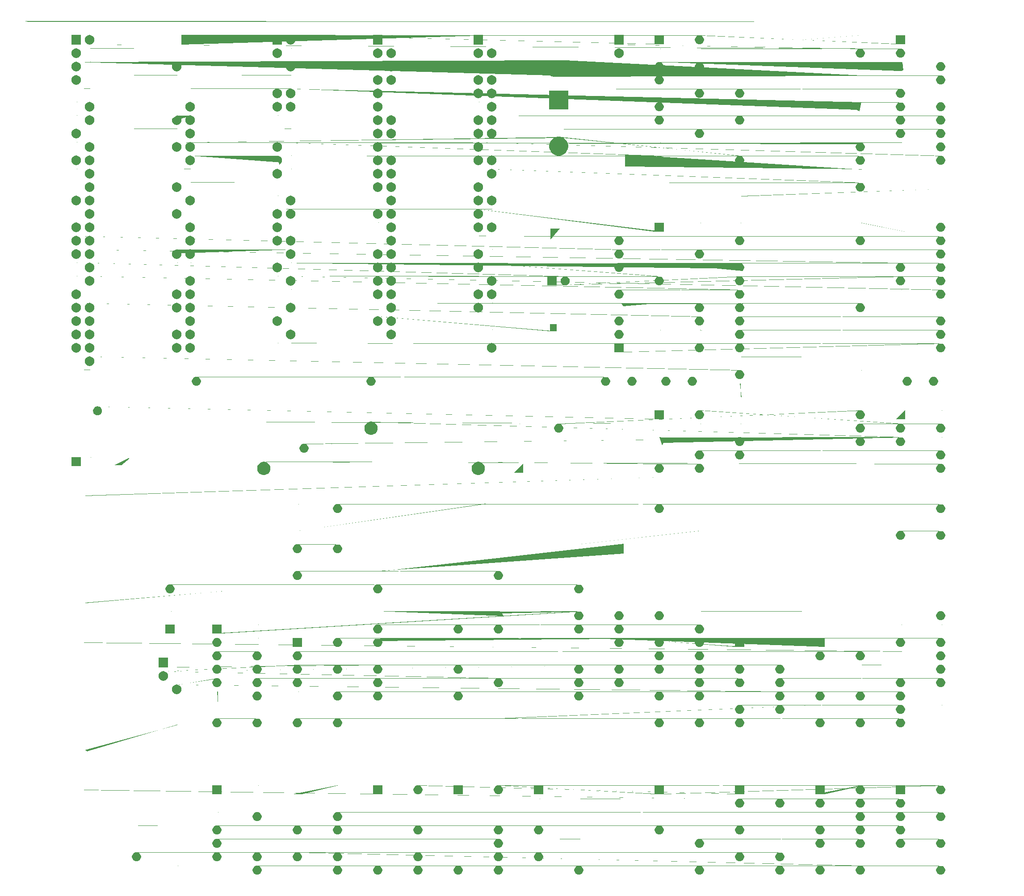
<source format=gbr>
From 0c2ff098bc6a4b4d9f6394e01cb9a9afd4792077 Mon Sep 17 00:00:00 2001
From: exegete <nikitf-97@mail.ru>
Date: Tue, 27 Oct 2020 17:25:05 +0300
Subject: HC, HCT fix. Gerber archive removed. Scheme pdf added.

---
 gerber/motherboard-F_Mask.gbr | 27443 ++++++++++++++++++++--------------------
 1 file changed, 13722 insertions(+), 13721 deletions(-)

(limited to 'gerber/motherboard-F_Mask.gbr')

diff --git a/gerber/motherboard-F_Mask.gbr b/gerber/motherboard-F_Mask.gbr
index 4ac2b9d..facf126 100644
--- a/gerber/motherboard-F_Mask.gbr
+++ b/gerber/motherboard-F_Mask.gbr
@@ -1,14 +1,15 @@
-G04 #@! TF.GenerationSoftware,KiCad,Pcbnew,5.1.5*
-G04 #@! TF.CreationDate,2020-09-25T13:07:15+03:00*
+G04 #@! TF.GenerationSoftware,KiCad,Pcbnew,5.1.6*
+G04 #@! TF.CreationDate,2020-10-27T17:21:32+03:00*
 G04 #@! TF.ProjectId,motherboard,6d6f7468-6572-4626-9f61-72642e6b6963,rev?*
 G04 #@! TF.SameCoordinates,Original*
 G04 #@! TF.FileFunction,Soldermask,Top*
 G04 #@! TF.FilePolarity,Negative*
 %FSLAX46Y46*%
 G04 Gerber Fmt 4.6, Leading zero omitted, Abs format (unit mm)*
-G04 Created by KiCad (PCBNEW 5.1.5) date 2020-09-25 13:07:15*
+G04 Created by KiCad (PCBNEW 5.1.6) date 2020-10-27 17:21:32*
 %MOMM*%
 %LPD*%
+G01*
 G04 APERTURE LIST*
 %ADD10C,0.100000*%
 G04 APERTURE END LIST*
@@ -866,42 +867,6 @@ X49533816Y-184569000D01*
 X49698228Y-184601703D01*
 G37*
 G36*
-X150108228Y-178251703D02*
-G01*
-X150263100Y-178315853D01*
-X150402481Y-178408985D01*
-X150521015Y-178527519D01*
-X150614147Y-178666900D01*
-X150678297Y-178821772D01*
-X150711000Y-178986184D01*
-X150711000Y-179153816D01*
-X150678297Y-179318228D01*
-X150614147Y-179473100D01*
-X150521015Y-179612481D01*
-X150402481Y-179731015D01*
-X150263100Y-179824147D01*
-X150108228Y-179888297D01*
-X149943816Y-179921000D01*
-X149776184Y-179921000D01*
-X149611772Y-179888297D01*
-X149456900Y-179824147D01*
-X149317519Y-179731015D01*
-X149198985Y-179612481D01*
-X149105853Y-179473100D01*
-X149041703Y-179318228D01*
-X149009000Y-179153816D01*
-X149009000Y-178986184D01*
-X149041703Y-178821772D01*
-X149105853Y-178666900D01*
-X149198985Y-178527519D01*
-X149317519Y-178408985D01*
-X149456900Y-178315853D01*
-X149611772Y-178251703D01*
-X149776184Y-178219000D01*
-X149943816Y-178219000D01*
-X150108228Y-178251703D01*
-G37*
-G36*
 X142488228Y-178251703D02*
 G01*
 X142643100Y-178315853D01*
@@ -938,40 +903,40 @@ X142323816Y-178219000D01*
 X142488228Y-178251703D01*
 G37*
 G36*
-X195828228Y-178251703D02*
+X150108228Y-178251703D02*
 G01*
-X195983100Y-178315853D01*
-X196122481Y-178408985D01*
-X196241015Y-178527519D01*
-X196334147Y-178666900D01*
-X196398297Y-178821772D01*
-X196431000Y-178986184D01*
-X196431000Y-179153816D01*
-X196398297Y-179318228D01*
-X196334147Y-179473100D01*
-X196241015Y-179612481D01*
-X196122481Y-179731015D01*
-X195983100Y-179824147D01*
-X195828228Y-179888297D01*
-X195663816Y-179921000D01*
-X195496184Y-179921000D01*
-X195331772Y-179888297D01*
-X195176900Y-179824147D01*
-X195037519Y-179731015D01*
-X194918985Y-179612481D01*
-X194825853Y-179473100D01*
-X194761703Y-179318228D01*
-X194729000Y-179153816D01*
-X194729000Y-178986184D01*
-X194761703Y-178821772D01*
-X194825853Y-178666900D01*
-X194918985Y-178527519D01*
-X195037519Y-178408985D01*
-X195176900Y-178315853D01*
-X195331772Y-178251703D01*
-X195496184Y-178219000D01*
-X195663816Y-178219000D01*
-X195828228Y-178251703D01*
+X150263100Y-178315853D01*
+X150402481Y-178408985D01*
+X150521015Y-178527519D01*
+X150614147Y-178666900D01*
+X150678297Y-178821772D01*
+X150711000Y-178986184D01*
+X150711000Y-179153816D01*
+X150678297Y-179318228D01*
+X150614147Y-179473100D01*
+X150521015Y-179612481D01*
+X150402481Y-179731015D01*
+X150263100Y-179824147D01*
+X150108228Y-179888297D01*
+X149943816Y-179921000D01*
+X149776184Y-179921000D01*
+X149611772Y-179888297D01*
+X149456900Y-179824147D01*
+X149317519Y-179731015D01*
+X149198985Y-179612481D01*
+X149105853Y-179473100D01*
+X149041703Y-179318228D01*
+X149009000Y-179153816D01*
+X149009000Y-178986184D01*
+X149041703Y-178821772D01*
+X149105853Y-178666900D01*
+X149198985Y-178527519D01*
+X149317519Y-178408985D01*
+X149456900Y-178315853D01*
+X149611772Y-178251703D01*
+X149776184Y-178219000D01*
+X149943816Y-178219000D01*
+X150108228Y-178251703D01*
 G37*
 G36*
 X188208228Y-178251703D02*
@@ -1010,40 +975,40 @@ X188043816Y-178219000D01*
 X188208228Y-178251703D01*
 G37*
 G36*
-X66288228Y-178251703D02*
+X195828228Y-178251703D02*
 G01*
-X66443100Y-178315853D01*
-X66582481Y-178408985D01*
-X66701015Y-178527519D01*
-X66794147Y-178666900D01*
-X66858297Y-178821772D01*
-X66891000Y-178986184D01*
-X66891000Y-179153816D01*
-X66858297Y-179318228D01*
-X66794147Y-179473100D01*
-X66701015Y-179612481D01*
-X66582481Y-179731015D01*
-X66443100Y-179824147D01*
-X66288228Y-179888297D01*
-X66123816Y-179921000D01*
-X65956184Y-179921000D01*
-X65791772Y-179888297D01*
-X65636900Y-179824147D01*
-X65497519Y-179731015D01*
-X65378985Y-179612481D01*
-X65285853Y-179473100D01*
-X65221703Y-179318228D01*
-X65189000Y-179153816D01*
-X65189000Y-178986184D01*
-X65221703Y-178821772D01*
-X65285853Y-178666900D01*
-X65378985Y-178527519D01*
-X65497519Y-178408985D01*
-X65636900Y-178315853D01*
-X65791772Y-178251703D01*
-X65956184Y-178219000D01*
-X66123816Y-178219000D01*
-X66288228Y-178251703D01*
+X195983100Y-178315853D01*
+X196122481Y-178408985D01*
+X196241015Y-178527519D01*
+X196334147Y-178666900D01*
+X196398297Y-178821772D01*
+X196431000Y-178986184D01*
+X196431000Y-179153816D01*
+X196398297Y-179318228D01*
+X196334147Y-179473100D01*
+X196241015Y-179612481D01*
+X196122481Y-179731015D01*
+X195983100Y-179824147D01*
+X195828228Y-179888297D01*
+X195663816Y-179921000D01*
+X195496184Y-179921000D01*
+X195331772Y-179888297D01*
+X195176900Y-179824147D01*
+X195037519Y-179731015D01*
+X194918985Y-179612481D01*
+X194825853Y-179473100D01*
+X194761703Y-179318228D01*
+X194729000Y-179153816D01*
+X194729000Y-178986184D01*
+X194761703Y-178821772D01*
+X194825853Y-178666900D01*
+X194918985Y-178527519D01*
+X195037519Y-178408985D01*
+X195176900Y-178315853D01*
+X195331772Y-178251703D01*
+X195496184Y-178219000D01*
+X195663816Y-178219000D01*
+X195828228Y-178251703D01*
 G37*
 G36*
 X58668228Y-178251703D02*
@@ -1082,40 +1047,40 @@ X58503816Y-178219000D01*
 X58668228Y-178251703D01*
 G37*
 G36*
-X81528228Y-178251703D02*
+X66288228Y-178251703D02*
 G01*
-X81683100Y-178315853D01*
-X81822481Y-178408985D01*
-X81941015Y-178527519D01*
-X82034147Y-178666900D01*
-X82098297Y-178821772D01*
-X82131000Y-178986184D01*
-X82131000Y-179153816D01*
-X82098297Y-179318228D01*
-X82034147Y-179473100D01*
-X81941015Y-179612481D01*
-X81822481Y-179731015D01*
-X81683100Y-179824147D01*
-X81528228Y-179888297D01*
-X81363816Y-179921000D01*
-X81196184Y-179921000D01*
-X81031772Y-179888297D01*
-X80876900Y-179824147D01*
-X80737519Y-179731015D01*
-X80618985Y-179612481D01*
-X80525853Y-179473100D01*
-X80461703Y-179318228D01*
-X80429000Y-179153816D01*
-X80429000Y-178986184D01*
-X80461703Y-178821772D01*
-X80525853Y-178666900D01*
-X80618985Y-178527519D01*
-X80737519Y-178408985D01*
-X80876900Y-178315853D01*
-X81031772Y-178251703D01*
-X81196184Y-178219000D01*
-X81363816Y-178219000D01*
-X81528228Y-178251703D01*
+X66443100Y-178315853D01*
+X66582481Y-178408985D01*
+X66701015Y-178527519D01*
+X66794147Y-178666900D01*
+X66858297Y-178821772D01*
+X66891000Y-178986184D01*
+X66891000Y-179153816D01*
+X66858297Y-179318228D01*
+X66794147Y-179473100D01*
+X66701015Y-179612481D01*
+X66582481Y-179731015D01*
+X66443100Y-179824147D01*
+X66288228Y-179888297D01*
+X66123816Y-179921000D01*
+X65956184Y-179921000D01*
+X65791772Y-179888297D01*
+X65636900Y-179824147D01*
+X65497519Y-179731015D01*
+X65378985Y-179612481D01*
+X65285853Y-179473100D01*
+X65221703Y-179318228D01*
+X65189000Y-179153816D01*
+X65189000Y-178986184D01*
+X65221703Y-178821772D01*
+X65285853Y-178666900D01*
+X65378985Y-178527519D01*
+X65497519Y-178408985D01*
+X65636900Y-178315853D01*
+X65791772Y-178251703D01*
+X65956184Y-178219000D01*
+X66123816Y-178219000D01*
+X66288228Y-178251703D01*
 G37*
 G36*
 X73908228Y-178251703D02*
@@ -1154,6 +1119,42 @@ X73743816Y-178219000D01*
 X73908228Y-178251703D01*
 G37*
 G36*
+X81528228Y-178251703D02*
+G01*
+X81683100Y-178315853D01*
+X81822481Y-178408985D01*
+X81941015Y-178527519D01*
+X82034147Y-178666900D01*
+X82098297Y-178821772D01*
+X82131000Y-178986184D01*
+X82131000Y-179153816D01*
+X82098297Y-179318228D01*
+X82034147Y-179473100D01*
+X81941015Y-179612481D01*
+X81822481Y-179731015D01*
+X81683100Y-179824147D01*
+X81528228Y-179888297D01*
+X81363816Y-179921000D01*
+X81196184Y-179921000D01*
+X81031772Y-179888297D01*
+X80876900Y-179824147D01*
+X80737519Y-179731015D01*
+X80618985Y-179612481D01*
+X80525853Y-179473100D01*
+X80461703Y-179318228D01*
+X80429000Y-179153816D01*
+X80429000Y-178986184D01*
+X80461703Y-178821772D01*
+X80525853Y-178666900D01*
+X80618985Y-178527519D01*
+X80737519Y-178408985D01*
+X80876900Y-178315853D01*
+X81031772Y-178251703D01*
+X81196184Y-178219000D01*
+X81363816Y-178219000D01*
+X81528228Y-178251703D01*
+G37*
+G36*
 X51048228Y-178251703D02*
 G01*
 X51203100Y-178315853D01*
@@ -1190,112 +1191,112 @@ X50883816Y-178219000D01*
 X51048228Y-178251703D01*
 G37*
 G36*
-X112008228Y-178251703D02*
+X104388228Y-178251703D02*
 G01*
-X112163100Y-178315853D01*
-X112302481Y-178408985D01*
-X112421015Y-178527519D01*
-X112514147Y-178666900D01*
-X112578297Y-178821772D01*
-X112611000Y-178986184D01*
-X112611000Y-179153816D01*
-X112578297Y-179318228D01*
-X112514147Y-179473100D01*
-X112421015Y-179612481D01*
-X112302481Y-179731015D01*
-X112163100Y-179824147D01*
-X112008228Y-179888297D01*
-X111843816Y-179921000D01*
-X111676184Y-179921000D01*
-X111511772Y-179888297D01*
-X111356900Y-179824147D01*
-X111217519Y-179731015D01*
-X111098985Y-179612481D01*
-X111005853Y-179473100D01*
-X110941703Y-179318228D01*
-X110909000Y-179153816D01*
-X110909000Y-178986184D01*
-X110941703Y-178821772D01*
-X111005853Y-178666900D01*
-X111098985Y-178527519D01*
-X111217519Y-178408985D01*
-X111356900Y-178315853D01*
-X111511772Y-178251703D01*
-X111676184Y-178219000D01*
-X111843816Y-178219000D01*
-X112008228Y-178251703D01*
+X104543100Y-178315853D01*
+X104682481Y-178408985D01*
+X104801015Y-178527519D01*
+X104894147Y-178666900D01*
+X104958297Y-178821772D01*
+X104991000Y-178986184D01*
+X104991000Y-179153816D01*
+X104958297Y-179318228D01*
+X104894147Y-179473100D01*
+X104801015Y-179612481D01*
+X104682481Y-179731015D01*
+X104543100Y-179824147D01*
+X104388228Y-179888297D01*
+X104223816Y-179921000D01*
+X104056184Y-179921000D01*
+X103891772Y-179888297D01*
+X103736900Y-179824147D01*
+X103597519Y-179731015D01*
+X103478985Y-179612481D01*
+X103385853Y-179473100D01*
+X103321703Y-179318228D01*
+X103289000Y-179153816D01*
+X103289000Y-178986184D01*
+X103321703Y-178821772D01*
+X103385853Y-178666900D01*
+X103478985Y-178527519D01*
+X103597519Y-178408985D01*
+X103736900Y-178315853D01*
+X103891772Y-178251703D01*
+X104056184Y-178219000D01*
+X104223816Y-178219000D01*
+X104388228Y-178251703D01*
 G37*
 G36*
-X180588228Y-178251703D02*
+X172968228Y-178251703D02*
 G01*
-X180743100Y-178315853D01*
-X180882481Y-178408985D01*
-X181001015Y-178527519D01*
-X181094147Y-178666900D01*
-X181158297Y-178821772D01*
-X181191000Y-178986184D01*
-X181191000Y-179153816D01*
-X181158297Y-179318228D01*
-X181094147Y-179473100D01*
-X181001015Y-179612481D01*
-X180882481Y-179731015D01*
-X180743100Y-179824147D01*
-X180588228Y-179888297D01*
-X180423816Y-179921000D01*
-X180256184Y-179921000D01*
-X180091772Y-179888297D01*
-X179936900Y-179824147D01*
-X179797519Y-179731015D01*
-X179678985Y-179612481D01*
-X179585853Y-179473100D01*
-X179521703Y-179318228D01*
-X179489000Y-179153816D01*
-X179489000Y-178986184D01*
-X179521703Y-178821772D01*
-X179585853Y-178666900D01*
-X179678985Y-178527519D01*
-X179797519Y-178408985D01*
-X179936900Y-178315853D01*
-X180091772Y-178251703D01*
-X180256184Y-178219000D01*
-X180423816Y-178219000D01*
-X180588228Y-178251703D01*
+X173123100Y-178315853D01*
+X173262481Y-178408985D01*
+X173381015Y-178527519D01*
+X173474147Y-178666900D01*
+X173538297Y-178821772D01*
+X173571000Y-178986184D01*
+X173571000Y-179153816D01*
+X173538297Y-179318228D01*
+X173474147Y-179473100D01*
+X173381015Y-179612481D01*
+X173262481Y-179731015D01*
+X173123100Y-179824147D01*
+X172968228Y-179888297D01*
+X172803816Y-179921000D01*
+X172636184Y-179921000D01*
+X172471772Y-179888297D01*
+X172316900Y-179824147D01*
+X172177519Y-179731015D01*
+X172058985Y-179612481D01*
+X171965853Y-179473100D01*
+X171901703Y-179318228D01*
+X171869000Y-179153816D01*
+X171869000Y-178986184D01*
+X171901703Y-178821772D01*
+X171965853Y-178666900D01*
+X172058985Y-178527519D01*
+X172177519Y-178408985D01*
+X172316900Y-178315853D01*
+X172471772Y-178251703D01*
+X172636184Y-178219000D01*
+X172803816Y-178219000D01*
+X172968228Y-178251703D01*
 G37*
 G36*
-X89148228Y-178251703D02*
+X96768228Y-178251703D02*
 G01*
-X89303100Y-178315853D01*
-X89442481Y-178408985D01*
-X89561015Y-178527519D01*
-X89654147Y-178666900D01*
-X89718297Y-178821772D01*
-X89751000Y-178986184D01*
-X89751000Y-179153816D01*
-X89718297Y-179318228D01*
-X89654147Y-179473100D01*
-X89561015Y-179612481D01*
-X89442481Y-179731015D01*
-X89303100Y-179824147D01*
-X89148228Y-179888297D01*
-X88983816Y-179921000D01*
-X88816184Y-179921000D01*
-X88651772Y-179888297D01*
-X88496900Y-179824147D01*
-X88357519Y-179731015D01*
-X88238985Y-179612481D01*
-X88145853Y-179473100D01*
-X88081703Y-179318228D01*
-X88049000Y-179153816D01*
-X88049000Y-178986184D01*
-X88081703Y-178821772D01*
-X88145853Y-178666900D01*
-X88238985Y-178527519D01*
-X88357519Y-178408985D01*
-X88496900Y-178315853D01*
-X88651772Y-178251703D01*
-X88816184Y-178219000D01*
-X88983816Y-178219000D01*
-X89148228Y-178251703D01*
+X96923100Y-178315853D01*
+X97062481Y-178408985D01*
+X97181015Y-178527519D01*
+X97274147Y-178666900D01*
+X97338297Y-178821772D01*
+X97371000Y-178986184D01*
+X97371000Y-179153816D01*
+X97338297Y-179318228D01*
+X97274147Y-179473100D01*
+X97181015Y-179612481D01*
+X97062481Y-179731015D01*
+X96923100Y-179824147D01*
+X96768228Y-179888297D01*
+X96603816Y-179921000D01*
+X96436184Y-179921000D01*
+X96271772Y-179888297D01*
+X96116900Y-179824147D01*
+X95977519Y-179731015D01*
+X95858985Y-179612481D01*
+X95765853Y-179473100D01*
+X95701703Y-179318228D01*
+X95669000Y-179153816D01*
+X95669000Y-178986184D01*
+X95701703Y-178821772D01*
+X95765853Y-178666900D01*
+X95858985Y-178527519D01*
+X95977519Y-178408985D01*
+X96116900Y-178315853D01*
+X96271772Y-178251703D01*
+X96436184Y-178219000D01*
+X96603816Y-178219000D01*
+X96768228Y-178251703D01*
 G37*
 G36*
 X43428228Y-178251703D02*
@@ -1334,112 +1335,76 @@ X43263816Y-178219000D01*
 X43428228Y-178251703D01*
 G37*
 G36*
-X96768228Y-178251703D02*
-G01*
-X96923100Y-178315853D01*
-X97062481Y-178408985D01*
-X97181015Y-178527519D01*
-X97274147Y-178666900D01*
-X97338297Y-178821772D01*
-X97371000Y-178986184D01*
-X97371000Y-179153816D01*
-X97338297Y-179318228D01*
-X97274147Y-179473100D01*
-X97181015Y-179612481D01*
-X97062481Y-179731015D01*
-X96923100Y-179824147D01*
-X96768228Y-179888297D01*
-X96603816Y-179921000D01*
-X96436184Y-179921000D01*
-X96271772Y-179888297D01*
-X96116900Y-179824147D01*
-X95977519Y-179731015D01*
-X95858985Y-179612481D01*
-X95765853Y-179473100D01*
-X95701703Y-179318228D01*
-X95669000Y-179153816D01*
-X95669000Y-178986184D01*
-X95701703Y-178821772D01*
-X95765853Y-178666900D01*
-X95858985Y-178527519D01*
-X95977519Y-178408985D01*
-X96116900Y-178315853D01*
-X96271772Y-178251703D01*
-X96436184Y-178219000D01*
-X96603816Y-178219000D01*
-X96768228Y-178251703D01*
-G37*
-G36*
-X104388228Y-178251703D02*
+X89148228Y-178251703D02*
 G01*
-X104543100Y-178315853D01*
-X104682481Y-178408985D01*
-X104801015Y-178527519D01*
-X104894147Y-178666900D01*
-X104958297Y-178821772D01*
-X104991000Y-178986184D01*
-X104991000Y-179153816D01*
-X104958297Y-179318228D01*
-X104894147Y-179473100D01*
-X104801015Y-179612481D01*
-X104682481Y-179731015D01*
-X104543100Y-179824147D01*
-X104388228Y-179888297D01*
-X104223816Y-179921000D01*
-X104056184Y-179921000D01*
-X103891772Y-179888297D01*
-X103736900Y-179824147D01*
-X103597519Y-179731015D01*
-X103478985Y-179612481D01*
-X103385853Y-179473100D01*
-X103321703Y-179318228D01*
-X103289000Y-179153816D01*
-X103289000Y-178986184D01*
-X103321703Y-178821772D01*
-X103385853Y-178666900D01*
-X103478985Y-178527519D01*
-X103597519Y-178408985D01*
-X103736900Y-178315853D01*
-X103891772Y-178251703D01*
-X104056184Y-178219000D01*
-X104223816Y-178219000D01*
-X104388228Y-178251703D01*
+X89303100Y-178315853D01*
+X89442481Y-178408985D01*
+X89561015Y-178527519D01*
+X89654147Y-178666900D01*
+X89718297Y-178821772D01*
+X89751000Y-178986184D01*
+X89751000Y-179153816D01*
+X89718297Y-179318228D01*
+X89654147Y-179473100D01*
+X89561015Y-179612481D01*
+X89442481Y-179731015D01*
+X89303100Y-179824147D01*
+X89148228Y-179888297D01*
+X88983816Y-179921000D01*
+X88816184Y-179921000D01*
+X88651772Y-179888297D01*
+X88496900Y-179824147D01*
+X88357519Y-179731015D01*
+X88238985Y-179612481D01*
+X88145853Y-179473100D01*
+X88081703Y-179318228D01*
+X88049000Y-179153816D01*
+X88049000Y-178986184D01*
+X88081703Y-178821772D01*
+X88145853Y-178666900D01*
+X88238985Y-178527519D01*
+X88357519Y-178408985D01*
+X88496900Y-178315853D01*
+X88651772Y-178251703D01*
+X88816184Y-178219000D01*
+X88983816Y-178219000D01*
+X89148228Y-178251703D01*
 G37*
 G36*
-X165348228Y-178251703D02*
+X112008228Y-178251703D02*
 G01*
-X165503100Y-178315853D01*
-X165642481Y-178408985D01*
-X165761015Y-178527519D01*
-X165854147Y-178666900D01*
-X165918297Y-178821772D01*
-X165951000Y-178986184D01*
-X165951000Y-179153816D01*
-X165918297Y-179318228D01*
-X165854147Y-179473100D01*
-X165761015Y-179612481D01*
-X165642481Y-179731015D01*
-X165503100Y-179824147D01*
-X165348228Y-179888297D01*
-X165183816Y-179921000D01*
-X165016184Y-179921000D01*
-X164851772Y-179888297D01*
-X164696900Y-179824147D01*
-X164557519Y-179731015D01*
-X164438985Y-179612481D01*
-X164345853Y-179473100D01*
-X164281703Y-179318228D01*
-X164249000Y-179153816D01*
-X164249000Y-178986184D01*
-X164281703Y-178821772D01*
-X164345853Y-178666900D01*
-X164438985Y-178527519D01*
-X164557519Y-178408985D01*
-X164696900Y-178315853D01*
-X164851772Y-178251703D01*
-X165016184Y-178219000D01*
-X165183816Y-178219000D01*
-X165348228Y-178251703D01*
+X112163100Y-178315853D01*
+X112302481Y-178408985D01*
+X112421015Y-178527519D01*
+X112514147Y-178666900D01*
+X112578297Y-178821772D01*
+X112611000Y-178986184D01*
+X112611000Y-179153816D01*
+X112578297Y-179318228D01*
+X112514147Y-179473100D01*
+X112421015Y-179612481D01*
+X112302481Y-179731015D01*
+X112163100Y-179824147D01*
+X112008228Y-179888297D01*
+X111843816Y-179921000D01*
+X111676184Y-179921000D01*
+X111511772Y-179888297D01*
+X111356900Y-179824147D01*
+X111217519Y-179731015D01*
+X111098985Y-179612481D01*
+X111005853Y-179473100D01*
+X110941703Y-179318228D01*
+X110909000Y-179153816D01*
+X110909000Y-178986184D01*
+X110941703Y-178821772D01*
+X111005853Y-178666900D01*
+X111098985Y-178527519D01*
+X111217519Y-178408985D01*
+X111356900Y-178315853D01*
+X111511772Y-178251703D01*
+X111676184Y-178219000D01*
+X111843816Y-178219000D01*
+X112008228Y-178251703D01*
 G37*
 G36*
 X157728228Y-178251703D02*
@@ -1478,40 +1443,40 @@ X157563816Y-178219000D01*
 X157728228Y-178251703D01*
 G37*
 G36*
-X127248228Y-178251703D02*
+X165348228Y-178251703D02*
 G01*
-X127403100Y-178315853D01*
-X127542481Y-178408985D01*
-X127661015Y-178527519D01*
-X127754147Y-178666900D01*
-X127818297Y-178821772D01*
-X127851000Y-178986184D01*
-X127851000Y-179153816D01*
-X127818297Y-179318228D01*
-X127754147Y-179473100D01*
-X127661015Y-179612481D01*
-X127542481Y-179731015D01*
-X127403100Y-179824147D01*
-X127248228Y-179888297D01*
-X127083816Y-179921000D01*
-X126916184Y-179921000D01*
-X126751772Y-179888297D01*
-X126596900Y-179824147D01*
-X126457519Y-179731015D01*
-X126338985Y-179612481D01*
-X126245853Y-179473100D01*
-X126181703Y-179318228D01*
-X126149000Y-179153816D01*
-X126149000Y-178986184D01*
-X126181703Y-178821772D01*
-X126245853Y-178666900D01*
-X126338985Y-178527519D01*
-X126457519Y-178408985D01*
-X126596900Y-178315853D01*
-X126751772Y-178251703D01*
-X126916184Y-178219000D01*
-X127083816Y-178219000D01*
-X127248228Y-178251703D01*
+X165503100Y-178315853D01*
+X165642481Y-178408985D01*
+X165761015Y-178527519D01*
+X165854147Y-178666900D01*
+X165918297Y-178821772D01*
+X165951000Y-178986184D01*
+X165951000Y-179153816D01*
+X165918297Y-179318228D01*
+X165854147Y-179473100D01*
+X165761015Y-179612481D01*
+X165642481Y-179731015D01*
+X165503100Y-179824147D01*
+X165348228Y-179888297D01*
+X165183816Y-179921000D01*
+X165016184Y-179921000D01*
+X164851772Y-179888297D01*
+X164696900Y-179824147D01*
+X164557519Y-179731015D01*
+X164438985Y-179612481D01*
+X164345853Y-179473100D01*
+X164281703Y-179318228D01*
+X164249000Y-179153816D01*
+X164249000Y-178986184D01*
+X164281703Y-178821772D01*
+X164345853Y-178666900D01*
+X164438985Y-178527519D01*
+X164557519Y-178408985D01*
+X164696900Y-178315853D01*
+X164851772Y-178251703D01*
+X165016184Y-178219000D01*
+X165183816Y-178219000D01*
+X165348228Y-178251703D01*
 G37*
 G36*
 X119628228Y-178251703D02*
@@ -1550,112 +1515,112 @@ X119463816Y-178219000D01*
 X119628228Y-178251703D01*
 G37*
 G36*
-X172968228Y-178251703D02*
+X127248228Y-178251703D02*
 G01*
-X173123100Y-178315853D01*
-X173262481Y-178408985D01*
-X173381015Y-178527519D01*
-X173474147Y-178666900D01*
-X173538297Y-178821772D01*
-X173571000Y-178986184D01*
-X173571000Y-179153816D01*
-X173538297Y-179318228D01*
-X173474147Y-179473100D01*
-X173381015Y-179612481D01*
-X173262481Y-179731015D01*
-X173123100Y-179824147D01*
-X172968228Y-179888297D01*
-X172803816Y-179921000D01*
-X172636184Y-179921000D01*
-X172471772Y-179888297D01*
-X172316900Y-179824147D01*
-X172177519Y-179731015D01*
-X172058985Y-179612481D01*
-X171965853Y-179473100D01*
-X171901703Y-179318228D01*
-X171869000Y-179153816D01*
-X171869000Y-178986184D01*
-X171901703Y-178821772D01*
-X171965853Y-178666900D01*
-X172058985Y-178527519D01*
-X172177519Y-178408985D01*
-X172316900Y-178315853D01*
-X172471772Y-178251703D01*
-X172636184Y-178219000D01*
-X172803816Y-178219000D01*
-X172968228Y-178251703D01*
+X127403100Y-178315853D01*
+X127542481Y-178408985D01*
+X127661015Y-178527519D01*
+X127754147Y-178666900D01*
+X127818297Y-178821772D01*
+X127851000Y-178986184D01*
+X127851000Y-179153816D01*
+X127818297Y-179318228D01*
+X127754147Y-179473100D01*
+X127661015Y-179612481D01*
+X127542481Y-179731015D01*
+X127403100Y-179824147D01*
+X127248228Y-179888297D01*
+X127083816Y-179921000D01*
+X126916184Y-179921000D01*
+X126751772Y-179888297D01*
+X126596900Y-179824147D01*
+X126457519Y-179731015D01*
+X126338985Y-179612481D01*
+X126245853Y-179473100D01*
+X126181703Y-179318228D01*
+X126149000Y-179153816D01*
+X126149000Y-178986184D01*
+X126181703Y-178821772D01*
+X126245853Y-178666900D01*
+X126338985Y-178527519D01*
+X126457519Y-178408985D01*
+X126596900Y-178315853D01*
+X126751772Y-178251703D01*
+X126916184Y-178219000D01*
+X127083816Y-178219000D01*
+X127248228Y-178251703D01*
 G37*
 G36*
-X73908228Y-175711703D02*
+X180588228Y-178251703D02*
 G01*
-X74063100Y-175775853D01*
-X74202481Y-175868985D01*
-X74321015Y-175987519D01*
-X74414147Y-176126900D01*
-X74478297Y-176281772D01*
-X74511000Y-176446184D01*
-X74511000Y-176613816D01*
-X74478297Y-176778228D01*
-X74414147Y-176933100D01*
-X74321015Y-177072481D01*
-X74202481Y-177191015D01*
-X74063100Y-177284147D01*
-X73908228Y-177348297D01*
-X73743816Y-177381000D01*
-X73576184Y-177381000D01*
-X73411772Y-177348297D01*
-X73256900Y-177284147D01*
-X73117519Y-177191015D01*
-X72998985Y-177072481D01*
-X72905853Y-176933100D01*
-X72841703Y-176778228D01*
-X72809000Y-176613816D01*
-X72809000Y-176446184D01*
-X72841703Y-176281772D01*
-X72905853Y-176126900D01*
-X72998985Y-175987519D01*
-X73117519Y-175868985D01*
-X73256900Y-175775853D01*
-X73411772Y-175711703D01*
-X73576184Y-175679000D01*
-X73743816Y-175679000D01*
-X73908228Y-175711703D01*
+X180743100Y-178315853D01*
+X180882481Y-178408985D01*
+X181001015Y-178527519D01*
+X181094147Y-178666900D01*
+X181158297Y-178821772D01*
+X181191000Y-178986184D01*
+X181191000Y-179153816D01*
+X181158297Y-179318228D01*
+X181094147Y-179473100D01*
+X181001015Y-179612481D01*
+X180882481Y-179731015D01*
+X180743100Y-179824147D01*
+X180588228Y-179888297D01*
+X180423816Y-179921000D01*
+X180256184Y-179921000D01*
+X180091772Y-179888297D01*
+X179936900Y-179824147D01*
+X179797519Y-179731015D01*
+X179678985Y-179612481D01*
+X179585853Y-179473100D01*
+X179521703Y-179318228D01*
+X179489000Y-179153816D01*
+X179489000Y-178986184D01*
+X179521703Y-178821772D01*
+X179585853Y-178666900D01*
+X179678985Y-178527519D01*
+X179797519Y-178408985D01*
+X179936900Y-178315853D01*
+X180091772Y-178251703D01*
+X180256184Y-178219000D01*
+X180423816Y-178219000D01*
+X180588228Y-178251703D01*
 G37*
 G36*
-X112008228Y-175711703D02*
+X81528228Y-175711703D02*
 G01*
-X112163100Y-175775853D01*
-X112302481Y-175868985D01*
-X112421015Y-175987519D01*
-X112514147Y-176126900D01*
-X112578297Y-176281772D01*
-X112611000Y-176446184D01*
-X112611000Y-176613816D01*
-X112578297Y-176778228D01*
-X112514147Y-176933100D01*
-X112421015Y-177072481D01*
-X112302481Y-177191015D01*
-X112163100Y-177284147D01*
-X112008228Y-177348297D01*
-X111843816Y-177381000D01*
-X111676184Y-177381000D01*
-X111511772Y-177348297D01*
-X111356900Y-177284147D01*
-X111217519Y-177191015D01*
-X111098985Y-177072481D01*
-X111005853Y-176933100D01*
-X110941703Y-176778228D01*
-X110909000Y-176613816D01*
-X110909000Y-176446184D01*
-X110941703Y-176281772D01*
-X111005853Y-176126900D01*
-X111098985Y-175987519D01*
-X111217519Y-175868985D01*
-X111356900Y-175775853D01*
-X111511772Y-175711703D01*
-X111676184Y-175679000D01*
-X111843816Y-175679000D01*
-X112008228Y-175711703D01*
+X81683100Y-175775853D01*
+X81822481Y-175868985D01*
+X81941015Y-175987519D01*
+X82034147Y-176126900D01*
+X82098297Y-176281772D01*
+X82131000Y-176446184D01*
+X82131000Y-176613816D01*
+X82098297Y-176778228D01*
+X82034147Y-176933100D01*
+X81941015Y-177072481D01*
+X81822481Y-177191015D01*
+X81683100Y-177284147D01*
+X81528228Y-177348297D01*
+X81363816Y-177381000D01*
+X81196184Y-177381000D01*
+X81031772Y-177348297D01*
+X80876900Y-177284147D01*
+X80737519Y-177191015D01*
+X80618985Y-177072481D01*
+X80525853Y-176933100D01*
+X80461703Y-176778228D01*
+X80429000Y-176613816D01*
+X80429000Y-176446184D01*
+X80461703Y-176281772D01*
+X80525853Y-176126900D01*
+X80618985Y-175987519D01*
+X80737519Y-175868985D01*
+X80876900Y-175775853D01*
+X81031772Y-175711703D01*
+X81196184Y-175679000D01*
+X81363816Y-175679000D01*
+X81528228Y-175711703D01*
 G37*
 G36*
 X104388228Y-175711703D02*
@@ -1694,76 +1659,40 @@ X104223816Y-175679000D01*
 X104388228Y-175711703D01*
 G37*
 G36*
-X96768228Y-175711703D02*
-G01*
-X96923100Y-175775853D01*
-X97062481Y-175868985D01*
-X97181015Y-175987519D01*
-X97274147Y-176126900D01*
-X97338297Y-176281772D01*
-X97371000Y-176446184D01*
-X97371000Y-176613816D01*
-X97338297Y-176778228D01*
-X97274147Y-176933100D01*
-X97181015Y-177072481D01*
-X97062481Y-177191015D01*
-X96923100Y-177284147D01*
-X96768228Y-177348297D01*
-X96603816Y-177381000D01*
-X96436184Y-177381000D01*
-X96271772Y-177348297D01*
-X96116900Y-177284147D01*
-X95977519Y-177191015D01*
-X95858985Y-177072481D01*
-X95765853Y-176933100D01*
-X95701703Y-176778228D01*
-X95669000Y-176613816D01*
-X95669000Y-176446184D01*
-X95701703Y-176281772D01*
-X95765853Y-176126900D01*
-X95858985Y-175987519D01*
-X95977519Y-175868985D01*
-X96116900Y-175775853D01*
-X96271772Y-175711703D01*
-X96436184Y-175679000D01*
-X96603816Y-175679000D01*
-X96768228Y-175711703D01*
-G37*
-G36*
-X43428228Y-175711703D02*
+X112008228Y-175711703D02*
 G01*
-X43583100Y-175775853D01*
-X43722481Y-175868985D01*
-X43841015Y-175987519D01*
-X43934147Y-176126900D01*
-X43998297Y-176281772D01*
-X44031000Y-176446184D01*
-X44031000Y-176613816D01*
-X43998297Y-176778228D01*
-X43934147Y-176933100D01*
-X43841015Y-177072481D01*
-X43722481Y-177191015D01*
-X43583100Y-177284147D01*
-X43428228Y-177348297D01*
-X43263816Y-177381000D01*
-X43096184Y-177381000D01*
-X42931772Y-177348297D01*
-X42776900Y-177284147D01*
-X42637519Y-177191015D01*
-X42518985Y-177072481D01*
-X42425853Y-176933100D01*
-X42361703Y-176778228D01*
-X42329000Y-176613816D01*
-X42329000Y-176446184D01*
-X42361703Y-176281772D01*
-X42425853Y-176126900D01*
-X42518985Y-175987519D01*
-X42637519Y-175868985D01*
-X42776900Y-175775853D01*
-X42931772Y-175711703D01*
-X43096184Y-175679000D01*
-X43263816Y-175679000D01*
-X43428228Y-175711703D01*
+X112163100Y-175775853D01*
+X112302481Y-175868985D01*
+X112421015Y-175987519D01*
+X112514147Y-176126900D01*
+X112578297Y-176281772D01*
+X112611000Y-176446184D01*
+X112611000Y-176613816D01*
+X112578297Y-176778228D01*
+X112514147Y-176933100D01*
+X112421015Y-177072481D01*
+X112302481Y-177191015D01*
+X112163100Y-177284147D01*
+X112008228Y-177348297D01*
+X111843816Y-177381000D01*
+X111676184Y-177381000D01*
+X111511772Y-177348297D01*
+X111356900Y-177284147D01*
+X111217519Y-177191015D01*
+X111098985Y-177072481D01*
+X111005853Y-176933100D01*
+X110941703Y-176778228D01*
+X110909000Y-176613816D01*
+X110909000Y-176446184D01*
+X110941703Y-176281772D01*
+X111005853Y-176126900D01*
+X111098985Y-175987519D01*
+X111217519Y-175868985D01*
+X111356900Y-175775853D01*
+X111511772Y-175711703D01*
+X111676184Y-175679000D01*
+X111843816Y-175679000D01*
+X112008228Y-175711703D01*
 G37*
 G36*
 X89148228Y-175711703D02*
@@ -1802,40 +1731,76 @@ X88983816Y-175679000D01*
 X89148228Y-175711703D01*
 G37*
 G36*
-X119628228Y-175711703D02*
+X43428228Y-175711703D02*
 G01*
-X119783100Y-175775853D01*
-X119922481Y-175868985D01*
-X120041015Y-175987519D01*
-X120134147Y-176126900D01*
-X120198297Y-176281772D01*
-X120231000Y-176446184D01*
-X120231000Y-176613816D01*
-X120198297Y-176778228D01*
-X120134147Y-176933100D01*
-X120041015Y-177072481D01*
-X119922481Y-177191015D01*
-X119783100Y-177284147D01*
-X119628228Y-177348297D01*
-X119463816Y-177381000D01*
-X119296184Y-177381000D01*
-X119131772Y-177348297D01*
-X118976900Y-177284147D01*
-X118837519Y-177191015D01*
-X118718985Y-177072481D01*
-X118625853Y-176933100D01*
-X118561703Y-176778228D01*
-X118529000Y-176613816D01*
-X118529000Y-176446184D01*
-X118561703Y-176281772D01*
-X118625853Y-176126900D01*
-X118718985Y-175987519D01*
-X118837519Y-175868985D01*
-X118976900Y-175775853D01*
-X119131772Y-175711703D01*
-X119296184Y-175679000D01*
-X119463816Y-175679000D01*
-X119628228Y-175711703D01*
+X43583100Y-175775853D01*
+X43722481Y-175868985D01*
+X43841015Y-175987519D01*
+X43934147Y-176126900D01*
+X43998297Y-176281772D01*
+X44031000Y-176446184D01*
+X44031000Y-176613816D01*
+X43998297Y-176778228D01*
+X43934147Y-176933100D01*
+X43841015Y-177072481D01*
+X43722481Y-177191015D01*
+X43583100Y-177284147D01*
+X43428228Y-177348297D01*
+X43263816Y-177381000D01*
+X43096184Y-177381000D01*
+X42931772Y-177348297D01*
+X42776900Y-177284147D01*
+X42637519Y-177191015D01*
+X42518985Y-177072481D01*
+X42425853Y-176933100D01*
+X42361703Y-176778228D01*
+X42329000Y-176613816D01*
+X42329000Y-176446184D01*
+X42361703Y-176281772D01*
+X42425853Y-176126900D01*
+X42518985Y-175987519D01*
+X42637519Y-175868985D01*
+X42776900Y-175775853D01*
+X42931772Y-175711703D01*
+X43096184Y-175679000D01*
+X43263816Y-175679000D01*
+X43428228Y-175711703D01*
+G37*
+G36*
+X96768228Y-175711703D02*
+G01*
+X96923100Y-175775853D01*
+X97062481Y-175868985D01*
+X97181015Y-175987519D01*
+X97274147Y-176126900D01*
+X97338297Y-176281772D01*
+X97371000Y-176446184D01*
+X97371000Y-176613816D01*
+X97338297Y-176778228D01*
+X97274147Y-176933100D01*
+X97181015Y-177072481D01*
+X97062481Y-177191015D01*
+X96923100Y-177284147D01*
+X96768228Y-177348297D01*
+X96603816Y-177381000D01*
+X96436184Y-177381000D01*
+X96271772Y-177348297D01*
+X96116900Y-177284147D01*
+X95977519Y-177191015D01*
+X95858985Y-177072481D01*
+X95765853Y-176933100D01*
+X95701703Y-176778228D01*
+X95669000Y-176613816D01*
+X95669000Y-176446184D01*
+X95701703Y-176281772D01*
+X95765853Y-176126900D01*
+X95858985Y-175987519D01*
+X95977519Y-175868985D01*
+X96116900Y-175775853D01*
+X96271772Y-175711703D01*
+X96436184Y-175679000D01*
+X96603816Y-175679000D01*
+X96768228Y-175711703D01*
 G37*
 G36*
 X127248228Y-175711703D02*
@@ -1874,40 +1839,76 @@ X127083816Y-175679000D01*
 X127248228Y-175711703D01*
 G37*
 G36*
-X81528228Y-175711703D02*
+X119628228Y-175711703D02*
 G01*
-X81683100Y-175775853D01*
-X81822481Y-175868985D01*
-X81941015Y-175987519D01*
-X82034147Y-176126900D01*
-X82098297Y-176281772D01*
-X82131000Y-176446184D01*
-X82131000Y-176613816D01*
-X82098297Y-176778228D01*
-X82034147Y-176933100D01*
-X81941015Y-177072481D01*
-X81822481Y-177191015D01*
-X81683100Y-177284147D01*
-X81528228Y-177348297D01*
-X81363816Y-177381000D01*
-X81196184Y-177381000D01*
-X81031772Y-177348297D01*
-X80876900Y-177284147D01*
-X80737519Y-177191015D01*
-X80618985Y-177072481D01*
-X80525853Y-176933100D01*
-X80461703Y-176778228D01*
-X80429000Y-176613816D01*
-X80429000Y-176446184D01*
-X80461703Y-176281772D01*
-X80525853Y-176126900D01*
-X80618985Y-175987519D01*
-X80737519Y-175868985D01*
-X80876900Y-175775853D01*
-X81031772Y-175711703D01*
-X81196184Y-175679000D01*
-X81363816Y-175679000D01*
-X81528228Y-175711703D01*
+X119783100Y-175775853D01*
+X119922481Y-175868985D01*
+X120041015Y-175987519D01*
+X120134147Y-176126900D01*
+X120198297Y-176281772D01*
+X120231000Y-176446184D01*
+X120231000Y-176613816D01*
+X120198297Y-176778228D01*
+X120134147Y-176933100D01*
+X120041015Y-177072481D01*
+X119922481Y-177191015D01*
+X119783100Y-177284147D01*
+X119628228Y-177348297D01*
+X119463816Y-177381000D01*
+X119296184Y-177381000D01*
+X119131772Y-177348297D01*
+X118976900Y-177284147D01*
+X118837519Y-177191015D01*
+X118718985Y-177072481D01*
+X118625853Y-176933100D01*
+X118561703Y-176778228D01*
+X118529000Y-176613816D01*
+X118529000Y-176446184D01*
+X118561703Y-176281772D01*
+X118625853Y-176126900D01*
+X118718985Y-175987519D01*
+X118837519Y-175868985D01*
+X118976900Y-175775853D01*
+X119131772Y-175711703D01*
+X119296184Y-175679000D01*
+X119463816Y-175679000D01*
+X119628228Y-175711703D01*
+G37*
+G36*
+X73908228Y-175711703D02*
+G01*
+X74063100Y-175775853D01*
+X74202481Y-175868985D01*
+X74321015Y-175987519D01*
+X74414147Y-176126900D01*
+X74478297Y-176281772D01*
+X74511000Y-176446184D01*
+X74511000Y-176613816D01*
+X74478297Y-176778228D01*
+X74414147Y-176933100D01*
+X74321015Y-177072481D01*
+X74202481Y-177191015D01*
+X74063100Y-177284147D01*
+X73908228Y-177348297D01*
+X73743816Y-177381000D01*
+X73576184Y-177381000D01*
+X73411772Y-177348297D01*
+X73256900Y-177284147D01*
+X73117519Y-177191015D01*
+X72998985Y-177072481D01*
+X72905853Y-176933100D01*
+X72841703Y-176778228D01*
+X72809000Y-176613816D01*
+X72809000Y-176446184D01*
+X72841703Y-176281772D01*
+X72905853Y-176126900D01*
+X72998985Y-175987519D01*
+X73117519Y-175868985D01*
+X73256900Y-175775853D01*
+X73411772Y-175711703D01*
+X73576184Y-175679000D01*
+X73743816Y-175679000D01*
+X73908228Y-175711703D01*
 G37*
 G36*
 X51048228Y-175711703D02*
@@ -2054,40 +2055,40 @@ X172803816Y-175679000D01*
 X172968228Y-175711703D01*
 G37*
 G36*
-X165348228Y-175711703D02*
+X157728228Y-175711703D02*
 G01*
-X165503100Y-175775853D01*
-X165642481Y-175868985D01*
-X165761015Y-175987519D01*
-X165854147Y-176126900D01*
-X165918297Y-176281772D01*
-X165951000Y-176446184D01*
-X165951000Y-176613816D01*
-X165918297Y-176778228D01*
-X165854147Y-176933100D01*
-X165761015Y-177072481D01*
-X165642481Y-177191015D01*
-X165503100Y-177284147D01*
-X165348228Y-177348297D01*
-X165183816Y-177381000D01*
-X165016184Y-177381000D01*
-X164851772Y-177348297D01*
-X164696900Y-177284147D01*
-X164557519Y-177191015D01*
-X164438985Y-177072481D01*
-X164345853Y-176933100D01*
-X164281703Y-176778228D01*
-X164249000Y-176613816D01*
-X164249000Y-176446184D01*
-X164281703Y-176281772D01*
-X164345853Y-176126900D01*
-X164438985Y-175987519D01*
-X164557519Y-175868985D01*
-X164696900Y-175775853D01*
-X164851772Y-175711703D01*
-X165016184Y-175679000D01*
-X165183816Y-175679000D01*
-X165348228Y-175711703D01*
+X157883100Y-175775853D01*
+X158022481Y-175868985D01*
+X158141015Y-175987519D01*
+X158234147Y-176126900D01*
+X158298297Y-176281772D01*
+X158331000Y-176446184D01*
+X158331000Y-176613816D01*
+X158298297Y-176778228D01*
+X158234147Y-176933100D01*
+X158141015Y-177072481D01*
+X158022481Y-177191015D01*
+X157883100Y-177284147D01*
+X157728228Y-177348297D01*
+X157563816Y-177381000D01*
+X157396184Y-177381000D01*
+X157231772Y-177348297D01*
+X157076900Y-177284147D01*
+X156937519Y-177191015D01*
+X156818985Y-177072481D01*
+X156725853Y-176933100D01*
+X156661703Y-176778228D01*
+X156629000Y-176613816D01*
+X156629000Y-176446184D01*
+X156661703Y-176281772D01*
+X156725853Y-176126900D01*
+X156818985Y-175987519D01*
+X156937519Y-175868985D01*
+X157076900Y-175775853D01*
+X157231772Y-175711703D01*
+X157396184Y-175679000D01*
+X157563816Y-175679000D01*
+X157728228Y-175711703D01*
 G37*
 G36*
 X188208228Y-175711703D02*
@@ -2162,40 +2163,40 @@ X195663816Y-175679000D01*
 X195828228Y-175711703D01*
 G37*
 G36*
-X58668228Y-175711703D02*
+X66288228Y-175711703D02*
 G01*
-X58823100Y-175775853D01*
-X58962481Y-175868985D01*
-X59081015Y-175987519D01*
-X59174147Y-176126900D01*
-X59238297Y-176281772D01*
-X59271000Y-176446184D01*
-X59271000Y-176613816D01*
-X59238297Y-176778228D01*
-X59174147Y-176933100D01*
-X59081015Y-177072481D01*
-X58962481Y-177191015D01*
-X58823100Y-177284147D01*
-X58668228Y-177348297D01*
-X58503816Y-177381000D01*
-X58336184Y-177381000D01*
-X58171772Y-177348297D01*
-X58016900Y-177284147D01*
-X57877519Y-177191015D01*
-X57758985Y-177072481D01*
-X57665853Y-176933100D01*
-X57601703Y-176778228D01*
-X57569000Y-176613816D01*
-X57569000Y-176446184D01*
-X57601703Y-176281772D01*
-X57665853Y-176126900D01*
-X57758985Y-175987519D01*
-X57877519Y-175868985D01*
-X58016900Y-175775853D01*
-X58171772Y-175711703D01*
-X58336184Y-175679000D01*
-X58503816Y-175679000D01*
-X58668228Y-175711703D01*
+X66443100Y-175775853D01*
+X66582481Y-175868985D01*
+X66701015Y-175987519D01*
+X66794147Y-176126900D01*
+X66858297Y-176281772D01*
+X66891000Y-176446184D01*
+X66891000Y-176613816D01*
+X66858297Y-176778228D01*
+X66794147Y-176933100D01*
+X66701015Y-177072481D01*
+X66582481Y-177191015D01*
+X66443100Y-177284147D01*
+X66288228Y-177348297D01*
+X66123816Y-177381000D01*
+X65956184Y-177381000D01*
+X65791772Y-177348297D01*
+X65636900Y-177284147D01*
+X65497519Y-177191015D01*
+X65378985Y-177072481D01*
+X65285853Y-176933100D01*
+X65221703Y-176778228D01*
+X65189000Y-176613816D01*
+X65189000Y-176446184D01*
+X65221703Y-176281772D01*
+X65285853Y-176126900D01*
+X65378985Y-175987519D01*
+X65497519Y-175868985D01*
+X65636900Y-175775853D01*
+X65791772Y-175711703D01*
+X65956184Y-175679000D01*
+X66123816Y-175679000D01*
+X66288228Y-175711703D01*
 G37*
 G36*
 X180588228Y-175711703D02*
@@ -2234,148 +2235,148 @@ X180423816Y-175679000D01*
 X180588228Y-175711703D01*
 G37*
 G36*
-X66288228Y-175711703D02*
+X165348228Y-175711703D02*
 G01*
-X66443100Y-175775853D01*
-X66582481Y-175868985D01*
-X66701015Y-175987519D01*
-X66794147Y-176126900D01*
-X66858297Y-176281772D01*
-X66891000Y-176446184D01*
-X66891000Y-176613816D01*
-X66858297Y-176778228D01*
-X66794147Y-176933100D01*
-X66701015Y-177072481D01*
-X66582481Y-177191015D01*
-X66443100Y-177284147D01*
-X66288228Y-177348297D01*
-X66123816Y-177381000D01*
-X65956184Y-177381000D01*
-X65791772Y-177348297D01*
-X65636900Y-177284147D01*
-X65497519Y-177191015D01*
-X65378985Y-177072481D01*
-X65285853Y-176933100D01*
-X65221703Y-176778228D01*
-X65189000Y-176613816D01*
-X65189000Y-176446184D01*
-X65221703Y-176281772D01*
-X65285853Y-176126900D01*
-X65378985Y-175987519D01*
-X65497519Y-175868985D01*
-X65636900Y-175775853D01*
-X65791772Y-175711703D01*
-X65956184Y-175679000D01*
-X66123816Y-175679000D01*
-X66288228Y-175711703D01*
+X165503100Y-175775853D01*
+X165642481Y-175868985D01*
+X165761015Y-175987519D01*
+X165854147Y-176126900D01*
+X165918297Y-176281772D01*
+X165951000Y-176446184D01*
+X165951000Y-176613816D01*
+X165918297Y-176778228D01*
+X165854147Y-176933100D01*
+X165761015Y-177072481D01*
+X165642481Y-177191015D01*
+X165503100Y-177284147D01*
+X165348228Y-177348297D01*
+X165183816Y-177381000D01*
+X165016184Y-177381000D01*
+X164851772Y-177348297D01*
+X164696900Y-177284147D01*
+X164557519Y-177191015D01*
+X164438985Y-177072481D01*
+X164345853Y-176933100D01*
+X164281703Y-176778228D01*
+X164249000Y-176613816D01*
+X164249000Y-176446184D01*
+X164281703Y-176281772D01*
+X164345853Y-176126900D01*
+X164438985Y-175987519D01*
+X164557519Y-175868985D01*
+X164696900Y-175775853D01*
+X164851772Y-175711703D01*
+X165016184Y-175679000D01*
+X165183816Y-175679000D01*
+X165348228Y-175711703D01*
 G37*
 G36*
-X157728228Y-175711703D02*
+X58668228Y-175711703D02*
 G01*
-X157883100Y-175775853D01*
-X158022481Y-175868985D01*
-X158141015Y-175987519D01*
-X158234147Y-176126900D01*
-X158298297Y-176281772D01*
-X158331000Y-176446184D01*
-X158331000Y-176613816D01*
-X158298297Y-176778228D01*
-X158234147Y-176933100D01*
-X158141015Y-177072481D01*
-X158022481Y-177191015D01*
-X157883100Y-177284147D01*
-X157728228Y-177348297D01*
-X157563816Y-177381000D01*
-X157396184Y-177381000D01*
-X157231772Y-177348297D01*
-X157076900Y-177284147D01*
-X156937519Y-177191015D01*
-X156818985Y-177072481D01*
-X156725853Y-176933100D01*
-X156661703Y-176778228D01*
-X156629000Y-176613816D01*
-X156629000Y-176446184D01*
-X156661703Y-176281772D01*
-X156725853Y-176126900D01*
-X156818985Y-175987519D01*
-X156937519Y-175868985D01*
-X157076900Y-175775853D01*
-X157231772Y-175711703D01*
-X157396184Y-175679000D01*
-X157563816Y-175679000D01*
-X157728228Y-175711703D01*
+X58823100Y-175775853D01*
+X58962481Y-175868985D01*
+X59081015Y-175987519D01*
+X59174147Y-176126900D01*
+X59238297Y-176281772D01*
+X59271000Y-176446184D01*
+X59271000Y-176613816D01*
+X59238297Y-176778228D01*
+X59174147Y-176933100D01*
+X59081015Y-177072481D01*
+X58962481Y-177191015D01*
+X58823100Y-177284147D01*
+X58668228Y-177348297D01*
+X58503816Y-177381000D01*
+X58336184Y-177381000D01*
+X58171772Y-177348297D01*
+X58016900Y-177284147D01*
+X57877519Y-177191015D01*
+X57758985Y-177072481D01*
+X57665853Y-176933100D01*
+X57601703Y-176778228D01*
+X57569000Y-176613816D01*
+X57569000Y-176446184D01*
+X57601703Y-176281772D01*
+X57665853Y-176126900D01*
+X57758985Y-175987519D01*
+X57877519Y-175868985D01*
+X58016900Y-175775853D01*
+X58171772Y-175711703D01*
+X58336184Y-175679000D01*
+X58503816Y-175679000D01*
+X58668228Y-175711703D01*
 G37*
 G36*
-X58668228Y-173171703D02*
+X112008228Y-173171703D02*
 G01*
-X58823100Y-173235853D01*
-X58962481Y-173328985D01*
-X59081015Y-173447519D01*
-X59174147Y-173586900D01*
-X59238297Y-173741772D01*
-X59271000Y-173906184D01*
-X59271000Y-174073816D01*
-X59238297Y-174238228D01*
-X59174147Y-174393100D01*
-X59081015Y-174532481D01*
-X58962481Y-174651015D01*
-X58823100Y-174744147D01*
-X58668228Y-174808297D01*
-X58503816Y-174841000D01*
-X58336184Y-174841000D01*
-X58171772Y-174808297D01*
-X58016900Y-174744147D01*
-X57877519Y-174651015D01*
-X57758985Y-174532481D01*
-X57665853Y-174393100D01*
-X57601703Y-174238228D01*
-X57569000Y-174073816D01*
-X57569000Y-173906184D01*
-X57601703Y-173741772D01*
-X57665853Y-173586900D01*
-X57758985Y-173447519D01*
-X57877519Y-173328985D01*
-X58016900Y-173235853D01*
-X58171772Y-173171703D01*
-X58336184Y-173139000D01*
-X58503816Y-173139000D01*
-X58668228Y-173171703D01*
+X112163100Y-173235853D01*
+X112302481Y-173328985D01*
+X112421015Y-173447519D01*
+X112514147Y-173586900D01*
+X112578297Y-173741772D01*
+X112611000Y-173906184D01*
+X112611000Y-174073816D01*
+X112578297Y-174238228D01*
+X112514147Y-174393100D01*
+X112421015Y-174532481D01*
+X112302481Y-174651015D01*
+X112163100Y-174744147D01*
+X112008228Y-174808297D01*
+X111843816Y-174841000D01*
+X111676184Y-174841000D01*
+X111511772Y-174808297D01*
+X111356900Y-174744147D01*
+X111217519Y-174651015D01*
+X111098985Y-174532481D01*
+X111005853Y-174393100D01*
+X110941703Y-174238228D01*
+X110909000Y-174073816D01*
+X110909000Y-173906184D01*
+X110941703Y-173741772D01*
+X111005853Y-173586900D01*
+X111098985Y-173447519D01*
+X111217519Y-173328985D01*
+X111356900Y-173235853D01*
+X111511772Y-173171703D01*
+X111676184Y-173139000D01*
+X111843816Y-173139000D01*
+X112008228Y-173171703D01*
 G37*
 G36*
-X180588228Y-173171703D02*
+X172968228Y-173171703D02*
 G01*
-X180743100Y-173235853D01*
-X180882481Y-173328985D01*
-X181001015Y-173447519D01*
-X181094147Y-173586900D01*
-X181158297Y-173741772D01*
-X181191000Y-173906184D01*
-X181191000Y-174073816D01*
-X181158297Y-174238228D01*
-X181094147Y-174393100D01*
-X181001015Y-174532481D01*
-X180882481Y-174651015D01*
-X180743100Y-174744147D01*
-X180588228Y-174808297D01*
-X180423816Y-174841000D01*
-X180256184Y-174841000D01*
-X180091772Y-174808297D01*
-X179936900Y-174744147D01*
-X179797519Y-174651015D01*
-X179678985Y-174532481D01*
-X179585853Y-174393100D01*
-X179521703Y-174238228D01*
-X179489000Y-174073816D01*
-X179489000Y-173906184D01*
-X179521703Y-173741772D01*
-X179585853Y-173586900D01*
-X179678985Y-173447519D01*
-X179797519Y-173328985D01*
-X179936900Y-173235853D01*
-X180091772Y-173171703D01*
-X180256184Y-173139000D01*
-X180423816Y-173139000D01*
-X180588228Y-173171703D01*
+X173123100Y-173235853D01*
+X173262481Y-173328985D01*
+X173381015Y-173447519D01*
+X173474147Y-173586900D01*
+X173538297Y-173741772D01*
+X173571000Y-173906184D01*
+X173571000Y-174073816D01*
+X173538297Y-174238228D01*
+X173474147Y-174393100D01*
+X173381015Y-174532481D01*
+X173262481Y-174651015D01*
+X173123100Y-174744147D01*
+X172968228Y-174808297D01*
+X172803816Y-174841000D01*
+X172636184Y-174841000D01*
+X172471772Y-174808297D01*
+X172316900Y-174744147D01*
+X172177519Y-174651015D01*
+X172058985Y-174532481D01*
+X171965853Y-174393100D01*
+X171901703Y-174238228D01*
+X171869000Y-174073816D01*
+X171869000Y-173906184D01*
+X171901703Y-173741772D01*
+X171965853Y-173586900D01*
+X172058985Y-173447519D01*
+X172177519Y-173328985D01*
+X172316900Y-173235853D01*
+X172471772Y-173171703D01*
+X172636184Y-173139000D01*
+X172803816Y-173139000D01*
+X172968228Y-173171703D01*
 G37*
 G36*
 X43428228Y-173171703D02*
@@ -2450,6 +2451,42 @@ X50883816Y-173139000D01*
 X51048228Y-173171703D01*
 G37*
 G36*
+X58668228Y-173171703D02*
+G01*
+X58823100Y-173235853D01*
+X58962481Y-173328985D01*
+X59081015Y-173447519D01*
+X59174147Y-173586900D01*
+X59238297Y-173741772D01*
+X59271000Y-173906184D01*
+X59271000Y-174073816D01*
+X59238297Y-174238228D01*
+X59174147Y-174393100D01*
+X59081015Y-174532481D01*
+X58962481Y-174651015D01*
+X58823100Y-174744147D01*
+X58668228Y-174808297D01*
+X58503816Y-174841000D01*
+X58336184Y-174841000D01*
+X58171772Y-174808297D01*
+X58016900Y-174744147D01*
+X57877519Y-174651015D01*
+X57758985Y-174532481D01*
+X57665853Y-174393100D01*
+X57601703Y-174238228D01*
+X57569000Y-174073816D01*
+X57569000Y-173906184D01*
+X57601703Y-173741772D01*
+X57665853Y-173586900D01*
+X57758985Y-173447519D01*
+X57877519Y-173328985D01*
+X58016900Y-173235853D01*
+X58171772Y-173171703D01*
+X58336184Y-173139000D01*
+X58503816Y-173139000D01*
+X58668228Y-173171703D01*
+G37*
+G36*
 X127248228Y-173171703D02*
 G01*
 X127403100Y-173235853D01*
@@ -2558,40 +2595,40 @@ X119463816Y-173139000D01*
 X119628228Y-173171703D01*
 G37*
 G36*
-X188208228Y-173171703D02*
+X195828228Y-173171703D02*
 G01*
-X188363100Y-173235853D01*
-X188502481Y-173328985D01*
-X188621015Y-173447519D01*
-X188714147Y-173586900D01*
-X188778297Y-173741772D01*
-X188811000Y-173906184D01*
-X188811000Y-174073816D01*
-X188778297Y-174238228D01*
-X188714147Y-174393100D01*
-X188621015Y-174532481D01*
-X188502481Y-174651015D01*
-X188363100Y-174744147D01*
-X188208228Y-174808297D01*
-X188043816Y-174841000D01*
-X187876184Y-174841000D01*
-X187711772Y-174808297D01*
-X187556900Y-174744147D01*
-X187417519Y-174651015D01*
-X187298985Y-174532481D01*
-X187205853Y-174393100D01*
-X187141703Y-174238228D01*
-X187109000Y-174073816D01*
-X187109000Y-173906184D01*
-X187141703Y-173741772D01*
-X187205853Y-173586900D01*
-X187298985Y-173447519D01*
-X187417519Y-173328985D01*
-X187556900Y-173235853D01*
-X187711772Y-173171703D01*
-X187876184Y-173139000D01*
-X188043816Y-173139000D01*
-X188208228Y-173171703D01*
+X195983100Y-173235853D01*
+X196122481Y-173328985D01*
+X196241015Y-173447519D01*
+X196334147Y-173586900D01*
+X196398297Y-173741772D01*
+X196431000Y-173906184D01*
+X196431000Y-174073816D01*
+X196398297Y-174238228D01*
+X196334147Y-174393100D01*
+X196241015Y-174532481D01*
+X196122481Y-174651015D01*
+X195983100Y-174744147D01*
+X195828228Y-174808297D01*
+X195663816Y-174841000D01*
+X195496184Y-174841000D01*
+X195331772Y-174808297D01*
+X195176900Y-174744147D01*
+X195037519Y-174651015D01*
+X194918985Y-174532481D01*
+X194825853Y-174393100D01*
+X194761703Y-174238228D01*
+X194729000Y-174073816D01*
+X194729000Y-173906184D01*
+X194761703Y-173741772D01*
+X194825853Y-173586900D01*
+X194918985Y-173447519D01*
+X195037519Y-173328985D01*
+X195176900Y-173235853D01*
+X195331772Y-173171703D01*
+X195496184Y-173139000D01*
+X195663816Y-173139000D01*
+X195828228Y-173171703D01*
 G37*
 G36*
 X165348228Y-173171703D02*
@@ -2630,42 +2667,6 @@ X165183816Y-173139000D01*
 X165348228Y-173171703D01*
 G37*
 G36*
-X112008228Y-173171703D02*
-G01*
-X112163100Y-173235853D01*
-X112302481Y-173328985D01*
-X112421015Y-173447519D01*
-X112514147Y-173586900D01*
-X112578297Y-173741772D01*
-X112611000Y-173906184D01*
-X112611000Y-174073816D01*
-X112578297Y-174238228D01*
-X112514147Y-174393100D01*
-X112421015Y-174532481D01*
-X112302481Y-174651015D01*
-X112163100Y-174744147D01*
-X112008228Y-174808297D01*
-X111843816Y-174841000D01*
-X111676184Y-174841000D01*
-X111511772Y-174808297D01*
-X111356900Y-174744147D01*
-X111217519Y-174651015D01*
-X111098985Y-174532481D01*
-X111005853Y-174393100D01*
-X110941703Y-174238228D01*
-X110909000Y-174073816D01*
-X110909000Y-173906184D01*
-X110941703Y-173741772D01*
-X111005853Y-173586900D01*
-X111098985Y-173447519D01*
-X111217519Y-173328985D01*
-X111356900Y-173235853D01*
-X111511772Y-173171703D01*
-X111676184Y-173139000D01*
-X111843816Y-173139000D01*
-X112008228Y-173171703D01*
-G37*
-G36*
 X104388228Y-173171703D02*
 G01*
 X104543100Y-173235853D01*
@@ -2702,40 +2703,40 @@ X104223816Y-173139000D01*
 X104388228Y-173171703D01*
 G37*
 G36*
-X195828228Y-173171703D02*
+X188208228Y-173171703D02*
 G01*
-X195983100Y-173235853D01*
-X196122481Y-173328985D01*
-X196241015Y-173447519D01*
-X196334147Y-173586900D01*
-X196398297Y-173741772D01*
-X196431000Y-173906184D01*
-X196431000Y-174073816D01*
-X196398297Y-174238228D01*
-X196334147Y-174393100D01*
-X196241015Y-174532481D01*
-X196122481Y-174651015D01*
-X195983100Y-174744147D01*
-X195828228Y-174808297D01*
-X195663816Y-174841000D01*
-X195496184Y-174841000D01*
-X195331772Y-174808297D01*
-X195176900Y-174744147D01*
-X195037519Y-174651015D01*
-X194918985Y-174532481D01*
-X194825853Y-174393100D01*
-X194761703Y-174238228D01*
-X194729000Y-174073816D01*
-X194729000Y-173906184D01*
-X194761703Y-173741772D01*
-X194825853Y-173586900D01*
-X194918985Y-173447519D01*
-X195037519Y-173328985D01*
-X195176900Y-173235853D01*
-X195331772Y-173171703D01*
-X195496184Y-173139000D01*
-X195663816Y-173139000D01*
-X195828228Y-173171703D01*
+X188363100Y-173235853D01*
+X188502481Y-173328985D01*
+X188621015Y-173447519D01*
+X188714147Y-173586900D01*
+X188778297Y-173741772D01*
+X188811000Y-173906184D01*
+X188811000Y-174073816D01*
+X188778297Y-174238228D01*
+X188714147Y-174393100D01*
+X188621015Y-174532481D01*
+X188502481Y-174651015D01*
+X188363100Y-174744147D01*
+X188208228Y-174808297D01*
+X188043816Y-174841000D01*
+X187876184Y-174841000D01*
+X187711772Y-174808297D01*
+X187556900Y-174744147D01*
+X187417519Y-174651015D01*
+X187298985Y-174532481D01*
+X187205853Y-174393100D01*
+X187141703Y-174238228D01*
+X187109000Y-174073816D01*
+X187109000Y-173906184D01*
+X187141703Y-173741772D01*
+X187205853Y-173586900D01*
+X187298985Y-173447519D01*
+X187417519Y-173328985D01*
+X187556900Y-173235853D01*
+X187711772Y-173171703D01*
+X187876184Y-173139000D01*
+X188043816Y-173139000D01*
+X188208228Y-173171703D01*
 G37*
 G36*
 X66288228Y-173171703D02*
@@ -2810,76 +2811,40 @@ X73743816Y-173139000D01*
 X73908228Y-173171703D01*
 G37*
 G36*
-X172968228Y-173171703D02*
-G01*
-X173123100Y-173235853D01*
-X173262481Y-173328985D01*
-X173381015Y-173447519D01*
-X173474147Y-173586900D01*
-X173538297Y-173741772D01*
-X173571000Y-173906184D01*
-X173571000Y-174073816D01*
-X173538297Y-174238228D01*
-X173474147Y-174393100D01*
-X173381015Y-174532481D01*
-X173262481Y-174651015D01*
-X173123100Y-174744147D01*
-X172968228Y-174808297D01*
-X172803816Y-174841000D01*
-X172636184Y-174841000D01*
-X172471772Y-174808297D01*
-X172316900Y-174744147D01*
-X172177519Y-174651015D01*
-X172058985Y-174532481D01*
-X171965853Y-174393100D01*
-X171901703Y-174238228D01*
-X171869000Y-174073816D01*
-X171869000Y-173906184D01*
-X171901703Y-173741772D01*
-X171965853Y-173586900D01*
-X172058985Y-173447519D01*
-X172177519Y-173328985D01*
-X172316900Y-173235853D01*
-X172471772Y-173171703D01*
-X172636184Y-173139000D01*
-X172803816Y-173139000D01*
-X172968228Y-173171703D01*
-G37*
-G36*
-X150108228Y-173171703D02*
+X180588228Y-173171703D02*
 G01*
-X150263100Y-173235853D01*
-X150402481Y-173328985D01*
-X150521015Y-173447519D01*
-X150614147Y-173586900D01*
-X150678297Y-173741772D01*
-X150711000Y-173906184D01*
-X150711000Y-174073816D01*
-X150678297Y-174238228D01*
-X150614147Y-174393100D01*
-X150521015Y-174532481D01*
-X150402481Y-174651015D01*
-X150263100Y-174744147D01*
-X150108228Y-174808297D01*
-X149943816Y-174841000D01*
-X149776184Y-174841000D01*
-X149611772Y-174808297D01*
-X149456900Y-174744147D01*
-X149317519Y-174651015D01*
-X149198985Y-174532481D01*
-X149105853Y-174393100D01*
-X149041703Y-174238228D01*
-X149009000Y-174073816D01*
-X149009000Y-173906184D01*
-X149041703Y-173741772D01*
-X149105853Y-173586900D01*
-X149198985Y-173447519D01*
-X149317519Y-173328985D01*
-X149456900Y-173235853D01*
-X149611772Y-173171703D01*
-X149776184Y-173139000D01*
-X149943816Y-173139000D01*
-X150108228Y-173171703D01*
+X180743100Y-173235853D01*
+X180882481Y-173328985D01*
+X181001015Y-173447519D01*
+X181094147Y-173586900D01*
+X181158297Y-173741772D01*
+X181191000Y-173906184D01*
+X181191000Y-174073816D01*
+X181158297Y-174238228D01*
+X181094147Y-174393100D01*
+X181001015Y-174532481D01*
+X180882481Y-174651015D01*
+X180743100Y-174744147D01*
+X180588228Y-174808297D01*
+X180423816Y-174841000D01*
+X180256184Y-174841000D01*
+X180091772Y-174808297D01*
+X179936900Y-174744147D01*
+X179797519Y-174651015D01*
+X179678985Y-174532481D01*
+X179585853Y-174393100D01*
+X179521703Y-174238228D01*
+X179489000Y-174073816D01*
+X179489000Y-173906184D01*
+X179521703Y-173741772D01*
+X179585853Y-173586900D01*
+X179678985Y-173447519D01*
+X179797519Y-173328985D01*
+X179936900Y-173235853D01*
+X180091772Y-173171703D01*
+X180256184Y-173139000D01*
+X180423816Y-173139000D01*
+X180588228Y-173171703D01*
 G37*
 G36*
 X142488228Y-173171703D02*
@@ -2918,6 +2883,42 @@ X142323816Y-173139000D01*
 X142488228Y-173171703D01*
 G37*
 G36*
+X150108228Y-173171703D02*
+G01*
+X150263100Y-173235853D01*
+X150402481Y-173328985D01*
+X150521015Y-173447519D01*
+X150614147Y-173586900D01*
+X150678297Y-173741772D01*
+X150711000Y-173906184D01*
+X150711000Y-174073816D01*
+X150678297Y-174238228D01*
+X150614147Y-174393100D01*
+X150521015Y-174532481D01*
+X150402481Y-174651015D01*
+X150263100Y-174744147D01*
+X150108228Y-174808297D01*
+X149943816Y-174841000D01*
+X149776184Y-174841000D01*
+X149611772Y-174808297D01*
+X149456900Y-174744147D01*
+X149317519Y-174651015D01*
+X149198985Y-174532481D01*
+X149105853Y-174393100D01*
+X149041703Y-174238228D01*
+X149009000Y-174073816D01*
+X149009000Y-173906184D01*
+X149041703Y-173741772D01*
+X149105853Y-173586900D01*
+X149198985Y-173447519D01*
+X149317519Y-173328985D01*
+X149456900Y-173235853D01*
+X149611772Y-173171703D01*
+X149776184Y-173139000D01*
+X149943816Y-173139000D01*
+X150108228Y-173171703D01*
+G37*
+G36*
 X81528228Y-173171703D02*
 G01*
 X81683100Y-173235853D01*
@@ -3026,76 +3027,40 @@ X96603816Y-173139000D01*
 X96768228Y-173171703D01*
 G37*
 G36*
-X73908228Y-170631703D02*
-G01*
-X74063100Y-170695853D01*
-X74202481Y-170788985D01*
-X74321015Y-170907519D01*
-X74414147Y-171046900D01*
-X74478297Y-171201772D01*
-X74511000Y-171366184D01*
-X74511000Y-171533816D01*
-X74478297Y-171698228D01*
-X74414147Y-171853100D01*
-X74321015Y-171992481D01*
-X74202481Y-172111015D01*
-X74063100Y-172204147D01*
-X73908228Y-172268297D01*
-X73743816Y-172301000D01*
-X73576184Y-172301000D01*
-X73411772Y-172268297D01*
-X73256900Y-172204147D01*
-X73117519Y-172111015D01*
-X72998985Y-171992481D01*
-X72905853Y-171853100D01*
-X72841703Y-171698228D01*
-X72809000Y-171533816D01*
-X72809000Y-171366184D01*
-X72841703Y-171201772D01*
-X72905853Y-171046900D01*
-X72998985Y-170907519D01*
-X73117519Y-170788985D01*
-X73256900Y-170695853D01*
-X73411772Y-170631703D01*
-X73576184Y-170599000D01*
-X73743816Y-170599000D01*
-X73908228Y-170631703D01*
-G37*
-G36*
-X96768228Y-170631703D02*
+X81528228Y-170631703D02*
 G01*
-X96923100Y-170695853D01*
-X97062481Y-170788985D01*
-X97181015Y-170907519D01*
-X97274147Y-171046900D01*
-X97338297Y-171201772D01*
-X97371000Y-171366184D01*
-X97371000Y-171533816D01*
-X97338297Y-171698228D01*
-X97274147Y-171853100D01*
-X97181015Y-171992481D01*
-X97062481Y-172111015D01*
-X96923100Y-172204147D01*
-X96768228Y-172268297D01*
-X96603816Y-172301000D01*
-X96436184Y-172301000D01*
-X96271772Y-172268297D01*
-X96116900Y-172204147D01*
-X95977519Y-172111015D01*
-X95858985Y-171992481D01*
-X95765853Y-171853100D01*
-X95701703Y-171698228D01*
-X95669000Y-171533816D01*
-X95669000Y-171366184D01*
-X95701703Y-171201772D01*
-X95765853Y-171046900D01*
-X95858985Y-170907519D01*
-X95977519Y-170788985D01*
-X96116900Y-170695853D01*
-X96271772Y-170631703D01*
-X96436184Y-170599000D01*
-X96603816Y-170599000D01*
-X96768228Y-170631703D01*
+X81683100Y-170695853D01*
+X81822481Y-170788985D01*
+X81941015Y-170907519D01*
+X82034147Y-171046900D01*
+X82098297Y-171201772D01*
+X82131000Y-171366184D01*
+X82131000Y-171533816D01*
+X82098297Y-171698228D01*
+X82034147Y-171853100D01*
+X81941015Y-171992481D01*
+X81822481Y-172111015D01*
+X81683100Y-172204147D01*
+X81528228Y-172268297D01*
+X81363816Y-172301000D01*
+X81196184Y-172301000D01*
+X81031772Y-172268297D01*
+X80876900Y-172204147D01*
+X80737519Y-172111015D01*
+X80618985Y-171992481D01*
+X80525853Y-171853100D01*
+X80461703Y-171698228D01*
+X80429000Y-171533816D01*
+X80429000Y-171366184D01*
+X80461703Y-171201772D01*
+X80525853Y-171046900D01*
+X80618985Y-170907519D01*
+X80737519Y-170788985D01*
+X80876900Y-170695853D01*
+X81031772Y-170631703D01*
+X81196184Y-170599000D01*
+X81363816Y-170599000D01*
+X81528228Y-170631703D01*
 G37*
 G36*
 X89148228Y-170631703D02*
@@ -3134,40 +3099,40 @@ X88983816Y-170599000D01*
 X89148228Y-170631703D01*
 G37*
 G36*
-X112008228Y-170631703D02*
+X96768228Y-170631703D02*
 G01*
-X112163100Y-170695853D01*
-X112302481Y-170788985D01*
-X112421015Y-170907519D01*
-X112514147Y-171046900D01*
-X112578297Y-171201772D01*
-X112611000Y-171366184D01*
-X112611000Y-171533816D01*
-X112578297Y-171698228D01*
-X112514147Y-171853100D01*
-X112421015Y-171992481D01*
-X112302481Y-172111015D01*
-X112163100Y-172204147D01*
-X112008228Y-172268297D01*
-X111843816Y-172301000D01*
-X111676184Y-172301000D01*
-X111511772Y-172268297D01*
-X111356900Y-172204147D01*
-X111217519Y-172111015D01*
-X111098985Y-171992481D01*
-X111005853Y-171853100D01*
-X110941703Y-171698228D01*
-X110909000Y-171533816D01*
-X110909000Y-171366184D01*
-X110941703Y-171201772D01*
-X111005853Y-171046900D01*
-X111098985Y-170907519D01*
-X111217519Y-170788985D01*
-X111356900Y-170695853D01*
-X111511772Y-170631703D01*
-X111676184Y-170599000D01*
-X111843816Y-170599000D01*
-X112008228Y-170631703D01*
+X96923100Y-170695853D01*
+X97062481Y-170788985D01*
+X97181015Y-170907519D01*
+X97274147Y-171046900D01*
+X97338297Y-171201772D01*
+X97371000Y-171366184D01*
+X97371000Y-171533816D01*
+X97338297Y-171698228D01*
+X97274147Y-171853100D01*
+X97181015Y-171992481D01*
+X97062481Y-172111015D01*
+X96923100Y-172204147D01*
+X96768228Y-172268297D01*
+X96603816Y-172301000D01*
+X96436184Y-172301000D01*
+X96271772Y-172268297D01*
+X96116900Y-172204147D01*
+X95977519Y-172111015D01*
+X95858985Y-171992481D01*
+X95765853Y-171853100D01*
+X95701703Y-171698228D01*
+X95669000Y-171533816D01*
+X95669000Y-171366184D01*
+X95701703Y-171201772D01*
+X95765853Y-171046900D01*
+X95858985Y-170907519D01*
+X95977519Y-170788985D01*
+X96116900Y-170695853D01*
+X96271772Y-170631703D01*
+X96436184Y-170599000D01*
+X96603816Y-170599000D01*
+X96768228Y-170631703D01*
 G37*
 G36*
 X104388228Y-170631703D02*
@@ -3206,40 +3171,40 @@ X104223816Y-170599000D01*
 X104388228Y-170631703D01*
 G37*
 G36*
-X157728228Y-170631703D02*
+X112008228Y-170631703D02*
 G01*
-X157883100Y-170695853D01*
-X158022481Y-170788985D01*
-X158141015Y-170907519D01*
-X158234147Y-171046900D01*
-X158298297Y-171201772D01*
-X158331000Y-171366184D01*
-X158331000Y-171533816D01*
-X158298297Y-171698228D01*
-X158234147Y-171853100D01*
-X158141015Y-171992481D01*
-X158022481Y-172111015D01*
-X157883100Y-172204147D01*
-X157728228Y-172268297D01*
-X157563816Y-172301000D01*
-X157396184Y-172301000D01*
-X157231772Y-172268297D01*
-X157076900Y-172204147D01*
-X156937519Y-172111015D01*
-X156818985Y-171992481D01*
-X156725853Y-171853100D01*
-X156661703Y-171698228D01*
-X156629000Y-171533816D01*
-X156629000Y-171366184D01*
-X156661703Y-171201772D01*
-X156725853Y-171046900D01*
-X156818985Y-170907519D01*
-X156937519Y-170788985D01*
-X157076900Y-170695853D01*
-X157231772Y-170631703D01*
-X157396184Y-170599000D01*
-X157563816Y-170599000D01*
-X157728228Y-170631703D01*
+X112163100Y-170695853D01*
+X112302481Y-170788985D01*
+X112421015Y-170907519D01*
+X112514147Y-171046900D01*
+X112578297Y-171201772D01*
+X112611000Y-171366184D01*
+X112611000Y-171533816D01*
+X112578297Y-171698228D01*
+X112514147Y-171853100D01*
+X112421015Y-171992481D01*
+X112302481Y-172111015D01*
+X112163100Y-172204147D01*
+X112008228Y-172268297D01*
+X111843816Y-172301000D01*
+X111676184Y-172301000D01*
+X111511772Y-172268297D01*
+X111356900Y-172204147D01*
+X111217519Y-172111015D01*
+X111098985Y-171992481D01*
+X111005853Y-171853100D01*
+X110941703Y-171698228D01*
+X110909000Y-171533816D01*
+X110909000Y-171366184D01*
+X110941703Y-171201772D01*
+X111005853Y-171046900D01*
+X111098985Y-170907519D01*
+X111217519Y-170788985D01*
+X111356900Y-170695853D01*
+X111511772Y-170631703D01*
+X111676184Y-170599000D01*
+X111843816Y-170599000D01*
+X112008228Y-170631703D01*
 G37*
 G36*
 X165348228Y-170631703D02*
@@ -3278,40 +3243,40 @@ X165183816Y-170599000D01*
 X165348228Y-170631703D01*
 G37*
 G36*
-X119628228Y-170631703D02*
+X157728228Y-170631703D02*
 G01*
-X119783100Y-170695853D01*
-X119922481Y-170788985D01*
-X120041015Y-170907519D01*
-X120134147Y-171046900D01*
-X120198297Y-171201772D01*
-X120231000Y-171366184D01*
-X120231000Y-171533816D01*
-X120198297Y-171698228D01*
-X120134147Y-171853100D01*
-X120041015Y-171992481D01*
-X119922481Y-172111015D01*
-X119783100Y-172204147D01*
-X119628228Y-172268297D01*
-X119463816Y-172301000D01*
-X119296184Y-172301000D01*
-X119131772Y-172268297D01*
-X118976900Y-172204147D01*
-X118837519Y-172111015D01*
-X118718985Y-171992481D01*
-X118625853Y-171853100D01*
-X118561703Y-171698228D01*
-X118529000Y-171533816D01*
-X118529000Y-171366184D01*
-X118561703Y-171201772D01*
-X118625853Y-171046900D01*
-X118718985Y-170907519D01*
-X118837519Y-170788985D01*
-X118976900Y-170695853D01*
-X119131772Y-170631703D01*
-X119296184Y-170599000D01*
-X119463816Y-170599000D01*
-X119628228Y-170631703D01*
+X157883100Y-170695853D01*
+X158022481Y-170788985D01*
+X158141015Y-170907519D01*
+X158234147Y-171046900D01*
+X158298297Y-171201772D01*
+X158331000Y-171366184D01*
+X158331000Y-171533816D01*
+X158298297Y-171698228D01*
+X158234147Y-171853100D01*
+X158141015Y-171992481D01*
+X158022481Y-172111015D01*
+X157883100Y-172204147D01*
+X157728228Y-172268297D01*
+X157563816Y-172301000D01*
+X157396184Y-172301000D01*
+X157231772Y-172268297D01*
+X157076900Y-172204147D01*
+X156937519Y-172111015D01*
+X156818985Y-171992481D01*
+X156725853Y-171853100D01*
+X156661703Y-171698228D01*
+X156629000Y-171533816D01*
+X156629000Y-171366184D01*
+X156661703Y-171201772D01*
+X156725853Y-171046900D01*
+X156818985Y-170907519D01*
+X156937519Y-170788985D01*
+X157076900Y-170695853D01*
+X157231772Y-170631703D01*
+X157396184Y-170599000D01*
+X157563816Y-170599000D01*
+X157728228Y-170631703D01*
 G37*
 G36*
 X127248228Y-170631703D02*
@@ -3350,76 +3315,76 @@ X127083816Y-170599000D01*
 X127248228Y-170631703D01*
 G37*
 G36*
-X172968228Y-170631703D02*
+X119628228Y-170631703D02*
 G01*
-X173123100Y-170695853D01*
-X173262481Y-170788985D01*
-X173381015Y-170907519D01*
-X173474147Y-171046900D01*
-X173538297Y-171201772D01*
-X173571000Y-171366184D01*
-X173571000Y-171533816D01*
-X173538297Y-171698228D01*
-X173474147Y-171853100D01*
-X173381015Y-171992481D01*
-X173262481Y-172111015D01*
-X173123100Y-172204147D01*
-X172968228Y-172268297D01*
-X172803816Y-172301000D01*
-X172636184Y-172301000D01*
-X172471772Y-172268297D01*
-X172316900Y-172204147D01*
-X172177519Y-172111015D01*
-X172058985Y-171992481D01*
-X171965853Y-171853100D01*
-X171901703Y-171698228D01*
-X171869000Y-171533816D01*
-X171869000Y-171366184D01*
-X171901703Y-171201772D01*
-X171965853Y-171046900D01*
-X172058985Y-170907519D01*
-X172177519Y-170788985D01*
-X172316900Y-170695853D01*
-X172471772Y-170631703D01*
-X172636184Y-170599000D01*
-X172803816Y-170599000D01*
-X172968228Y-170631703D01*
+X119783100Y-170695853D01*
+X119922481Y-170788985D01*
+X120041015Y-170907519D01*
+X120134147Y-171046900D01*
+X120198297Y-171201772D01*
+X120231000Y-171366184D01*
+X120231000Y-171533816D01*
+X120198297Y-171698228D01*
+X120134147Y-171853100D01*
+X120041015Y-171992481D01*
+X119922481Y-172111015D01*
+X119783100Y-172204147D01*
+X119628228Y-172268297D01*
+X119463816Y-172301000D01*
+X119296184Y-172301000D01*
+X119131772Y-172268297D01*
+X118976900Y-172204147D01*
+X118837519Y-172111015D01*
+X118718985Y-171992481D01*
+X118625853Y-171853100D01*
+X118561703Y-171698228D01*
+X118529000Y-171533816D01*
+X118529000Y-171366184D01*
+X118561703Y-171201772D01*
+X118625853Y-171046900D01*
+X118718985Y-170907519D01*
+X118837519Y-170788985D01*
+X118976900Y-170695853D01*
+X119131772Y-170631703D01*
+X119296184Y-170599000D01*
+X119463816Y-170599000D01*
+X119628228Y-170631703D01*
 G37*
 G36*
-X142488228Y-170631703D02*
+X180588228Y-170631703D02*
 G01*
-X142643100Y-170695853D01*
-X142782481Y-170788985D01*
-X142901015Y-170907519D01*
-X142994147Y-171046900D01*
-X143058297Y-171201772D01*
-X143091000Y-171366184D01*
-X143091000Y-171533816D01*
-X143058297Y-171698228D01*
-X142994147Y-171853100D01*
-X142901015Y-171992481D01*
-X142782481Y-172111015D01*
-X142643100Y-172204147D01*
-X142488228Y-172268297D01*
-X142323816Y-172301000D01*
-X142156184Y-172301000D01*
-X141991772Y-172268297D01*
-X141836900Y-172204147D01*
-X141697519Y-172111015D01*
-X141578985Y-171992481D01*
-X141485853Y-171853100D01*
-X141421703Y-171698228D01*
-X141389000Y-171533816D01*
-X141389000Y-171366184D01*
-X141421703Y-171201772D01*
-X141485853Y-171046900D01*
-X141578985Y-170907519D01*
-X141697519Y-170788985D01*
-X141836900Y-170695853D01*
-X141991772Y-170631703D01*
-X142156184Y-170599000D01*
-X142323816Y-170599000D01*
-X142488228Y-170631703D01*
+X180743100Y-170695853D01*
+X180882481Y-170788985D01*
+X181001015Y-170907519D01*
+X181094147Y-171046900D01*
+X181158297Y-171201772D01*
+X181191000Y-171366184D01*
+X181191000Y-171533816D01*
+X181158297Y-171698228D01*
+X181094147Y-171853100D01*
+X181001015Y-171992481D01*
+X180882481Y-172111015D01*
+X180743100Y-172204147D01*
+X180588228Y-172268297D01*
+X180423816Y-172301000D01*
+X180256184Y-172301000D01*
+X180091772Y-172268297D01*
+X179936900Y-172204147D01*
+X179797519Y-172111015D01*
+X179678985Y-171992481D01*
+X179585853Y-171853100D01*
+X179521703Y-171698228D01*
+X179489000Y-171533816D01*
+X179489000Y-171366184D01*
+X179521703Y-171201772D01*
+X179585853Y-171046900D01*
+X179678985Y-170907519D01*
+X179797519Y-170788985D01*
+X179936900Y-170695853D01*
+X180091772Y-170631703D01*
+X180256184Y-170599000D01*
+X180423816Y-170599000D01*
+X180588228Y-170631703D01*
 G37*
 G36*
 X150108228Y-170631703D02*
@@ -3458,40 +3423,40 @@ X149943816Y-170599000D01*
 X150108228Y-170631703D01*
 G37*
 G36*
-X188208228Y-170631703D02*
+X142488228Y-170631703D02*
 G01*
-X188363100Y-170695853D01*
-X188502481Y-170788985D01*
-X188621015Y-170907519D01*
-X188714147Y-171046900D01*
-X188778297Y-171201772D01*
-X188811000Y-171366184D01*
-X188811000Y-171533816D01*
-X188778297Y-171698228D01*
-X188714147Y-171853100D01*
-X188621015Y-171992481D01*
-X188502481Y-172111015D01*
-X188363100Y-172204147D01*
-X188208228Y-172268297D01*
-X188043816Y-172301000D01*
-X187876184Y-172301000D01*
-X187711772Y-172268297D01*
-X187556900Y-172204147D01*
-X187417519Y-172111015D01*
-X187298985Y-171992481D01*
-X187205853Y-171853100D01*
-X187141703Y-171698228D01*
-X187109000Y-171533816D01*
-X187109000Y-171366184D01*
-X187141703Y-171201772D01*
-X187205853Y-171046900D01*
-X187298985Y-170907519D01*
-X187417519Y-170788985D01*
-X187556900Y-170695853D01*
-X187711772Y-170631703D01*
-X187876184Y-170599000D01*
-X188043816Y-170599000D01*
-X188208228Y-170631703D01*
+X142643100Y-170695853D01*
+X142782481Y-170788985D01*
+X142901015Y-170907519D01*
+X142994147Y-171046900D01*
+X143058297Y-171201772D01*
+X143091000Y-171366184D01*
+X143091000Y-171533816D01*
+X143058297Y-171698228D01*
+X142994147Y-171853100D01*
+X142901015Y-171992481D01*
+X142782481Y-172111015D01*
+X142643100Y-172204147D01*
+X142488228Y-172268297D01*
+X142323816Y-172301000D01*
+X142156184Y-172301000D01*
+X141991772Y-172268297D01*
+X141836900Y-172204147D01*
+X141697519Y-172111015D01*
+X141578985Y-171992481D01*
+X141485853Y-171853100D01*
+X141421703Y-171698228D01*
+X141389000Y-171533816D01*
+X141389000Y-171366184D01*
+X141421703Y-171201772D01*
+X141485853Y-171046900D01*
+X141578985Y-170907519D01*
+X141697519Y-170788985D01*
+X141836900Y-170695853D01*
+X141991772Y-170631703D01*
+X142156184Y-170599000D01*
+X142323816Y-170599000D01*
+X142488228Y-170631703D01*
 G37*
 G36*
 X195828228Y-170631703D02*
@@ -3530,40 +3495,40 @@ X195663816Y-170599000D01*
 X195828228Y-170631703D01*
 G37*
 G36*
-X58668228Y-170631703D02*
+X188208228Y-170631703D02*
 G01*
-X58823100Y-170695853D01*
-X58962481Y-170788985D01*
-X59081015Y-170907519D01*
-X59174147Y-171046900D01*
-X59238297Y-171201772D01*
-X59271000Y-171366184D01*
-X59271000Y-171533816D01*
-X59238297Y-171698228D01*
-X59174147Y-171853100D01*
-X59081015Y-171992481D01*
-X58962481Y-172111015D01*
-X58823100Y-172204147D01*
-X58668228Y-172268297D01*
-X58503816Y-172301000D01*
-X58336184Y-172301000D01*
-X58171772Y-172268297D01*
-X58016900Y-172204147D01*
-X57877519Y-172111015D01*
-X57758985Y-171992481D01*
-X57665853Y-171853100D01*
-X57601703Y-171698228D01*
-X57569000Y-171533816D01*
-X57569000Y-171366184D01*
-X57601703Y-171201772D01*
-X57665853Y-171046900D01*
-X57758985Y-170907519D01*
-X57877519Y-170788985D01*
-X58016900Y-170695853D01*
-X58171772Y-170631703D01*
-X58336184Y-170599000D01*
-X58503816Y-170599000D01*
-X58668228Y-170631703D01*
+X188363100Y-170695853D01*
+X188502481Y-170788985D01*
+X188621015Y-170907519D01*
+X188714147Y-171046900D01*
+X188778297Y-171201772D01*
+X188811000Y-171366184D01*
+X188811000Y-171533816D01*
+X188778297Y-171698228D01*
+X188714147Y-171853100D01*
+X188621015Y-171992481D01*
+X188502481Y-172111015D01*
+X188363100Y-172204147D01*
+X188208228Y-172268297D01*
+X188043816Y-172301000D01*
+X187876184Y-172301000D01*
+X187711772Y-172268297D01*
+X187556900Y-172204147D01*
+X187417519Y-172111015D01*
+X187298985Y-171992481D01*
+X187205853Y-171853100D01*
+X187141703Y-171698228D01*
+X187109000Y-171533816D01*
+X187109000Y-171366184D01*
+X187141703Y-171201772D01*
+X187205853Y-171046900D01*
+X187298985Y-170907519D01*
+X187417519Y-170788985D01*
+X187556900Y-170695853D01*
+X187711772Y-170631703D01*
+X187876184Y-170599000D01*
+X188043816Y-170599000D01*
+X188208228Y-170631703D01*
 G37*
 G36*
 X66288228Y-170631703D02*
@@ -3602,6 +3567,42 @@ X66123816Y-170599000D01*
 X66288228Y-170631703D01*
 G37*
 G36*
+X58668228Y-170631703D02*
+G01*
+X58823100Y-170695853D01*
+X58962481Y-170788985D01*
+X59081015Y-170907519D01*
+X59174147Y-171046900D01*
+X59238297Y-171201772D01*
+X59271000Y-171366184D01*
+X59271000Y-171533816D01*
+X59238297Y-171698228D01*
+X59174147Y-171853100D01*
+X59081015Y-171992481D01*
+X58962481Y-172111015D01*
+X58823100Y-172204147D01*
+X58668228Y-172268297D01*
+X58503816Y-172301000D01*
+X58336184Y-172301000D01*
+X58171772Y-172268297D01*
+X58016900Y-172204147D01*
+X57877519Y-172111015D01*
+X57758985Y-171992481D01*
+X57665853Y-171853100D01*
+X57601703Y-171698228D01*
+X57569000Y-171533816D01*
+X57569000Y-171366184D01*
+X57601703Y-171201772D01*
+X57665853Y-171046900D01*
+X57758985Y-170907519D01*
+X57877519Y-170788985D01*
+X58016900Y-170695853D01*
+X58171772Y-170631703D01*
+X58336184Y-170599000D01*
+X58503816Y-170599000D01*
+X58668228Y-170631703D01*
+G37*
+G36*
 X43428228Y-170631703D02*
 G01*
 X43583100Y-170695853D01*
@@ -3674,76 +3675,76 @@ X50883816Y-170599000D01*
 X51048228Y-170631703D01*
 G37*
 G36*
-X81528228Y-170631703D02*
+X73908228Y-170631703D02*
 G01*
-X81683100Y-170695853D01*
-X81822481Y-170788985D01*
-X81941015Y-170907519D01*
-X82034147Y-171046900D01*
-X82098297Y-171201772D01*
-X82131000Y-171366184D01*
-X82131000Y-171533816D01*
-X82098297Y-171698228D01*
-X82034147Y-171853100D01*
-X81941015Y-171992481D01*
-X81822481Y-172111015D01*
-X81683100Y-172204147D01*
-X81528228Y-172268297D01*
-X81363816Y-172301000D01*
-X81196184Y-172301000D01*
-X81031772Y-172268297D01*
-X80876900Y-172204147D01*
-X80737519Y-172111015D01*
-X80618985Y-171992481D01*
-X80525853Y-171853100D01*
-X80461703Y-171698228D01*
-X80429000Y-171533816D01*
-X80429000Y-171366184D01*
-X80461703Y-171201772D01*
-X80525853Y-171046900D01*
-X80618985Y-170907519D01*
-X80737519Y-170788985D01*
-X80876900Y-170695853D01*
-X81031772Y-170631703D01*
-X81196184Y-170599000D01*
-X81363816Y-170599000D01*
-X81528228Y-170631703D01*
+X74063100Y-170695853D01*
+X74202481Y-170788985D01*
+X74321015Y-170907519D01*
+X74414147Y-171046900D01*
+X74478297Y-171201772D01*
+X74511000Y-171366184D01*
+X74511000Y-171533816D01*
+X74478297Y-171698228D01*
+X74414147Y-171853100D01*
+X74321015Y-171992481D01*
+X74202481Y-172111015D01*
+X74063100Y-172204147D01*
+X73908228Y-172268297D01*
+X73743816Y-172301000D01*
+X73576184Y-172301000D01*
+X73411772Y-172268297D01*
+X73256900Y-172204147D01*
+X73117519Y-172111015D01*
+X72998985Y-171992481D01*
+X72905853Y-171853100D01*
+X72841703Y-171698228D01*
+X72809000Y-171533816D01*
+X72809000Y-171366184D01*
+X72841703Y-171201772D01*
+X72905853Y-171046900D01*
+X72998985Y-170907519D01*
+X73117519Y-170788985D01*
+X73256900Y-170695853D01*
+X73411772Y-170631703D01*
+X73576184Y-170599000D01*
+X73743816Y-170599000D01*
+X73908228Y-170631703D01*
 G37*
 G36*
-X180588228Y-170631703D02*
+X172968228Y-170631703D02*
 G01*
-X180743100Y-170695853D01*
-X180882481Y-170788985D01*
-X181001015Y-170907519D01*
-X181094147Y-171046900D01*
-X181158297Y-171201772D01*
-X181191000Y-171366184D01*
-X181191000Y-171533816D01*
-X181158297Y-171698228D01*
-X181094147Y-171853100D01*
-X181001015Y-171992481D01*
-X180882481Y-172111015D01*
-X180743100Y-172204147D01*
-X180588228Y-172268297D01*
-X180423816Y-172301000D01*
-X180256184Y-172301000D01*
-X180091772Y-172268297D01*
-X179936900Y-172204147D01*
-X179797519Y-172111015D01*
-X179678985Y-171992481D01*
-X179585853Y-171853100D01*
-X179521703Y-171698228D01*
-X179489000Y-171533816D01*
-X179489000Y-171366184D01*
-X179521703Y-171201772D01*
-X179585853Y-171046900D01*
-X179678985Y-170907519D01*
-X179797519Y-170788985D01*
-X179936900Y-170695853D01*
-X180091772Y-170631703D01*
-X180256184Y-170599000D01*
-X180423816Y-170599000D01*
-X180588228Y-170631703D01*
+X173123100Y-170695853D01*
+X173262481Y-170788985D01*
+X173381015Y-170907519D01*
+X173474147Y-171046900D01*
+X173538297Y-171201772D01*
+X173571000Y-171366184D01*
+X173571000Y-171533816D01*
+X173538297Y-171698228D01*
+X173474147Y-171853100D01*
+X173381015Y-171992481D01*
+X173262481Y-172111015D01*
+X173123100Y-172204147D01*
+X172968228Y-172268297D01*
+X172803816Y-172301000D01*
+X172636184Y-172301000D01*
+X172471772Y-172268297D01*
+X172316900Y-172204147D01*
+X172177519Y-172111015D01*
+X172058985Y-171992481D01*
+X171965853Y-171853100D01*
+X171901703Y-171698228D01*
+X171869000Y-171533816D01*
+X171869000Y-171366184D01*
+X171901703Y-171201772D01*
+X171965853Y-171046900D01*
+X172058985Y-170907519D01*
+X172177519Y-170788985D01*
+X172316900Y-170695853D01*
+X172471772Y-170631703D01*
+X172636184Y-170599000D01*
+X172803816Y-170599000D01*
+X172968228Y-170631703D01*
 G37*
 G36*
 X112008228Y-168091703D02*
@@ -3890,76 +3891,40 @@ X88983816Y-168059000D01*
 X89148228Y-168091703D01*
 G37*
 G36*
-X180588228Y-168091703D02*
-G01*
-X180743100Y-168155853D01*
-X180882481Y-168248985D01*
-X181001015Y-168367519D01*
-X181094147Y-168506900D01*
-X181158297Y-168661772D01*
-X181191000Y-168826184D01*
-X181191000Y-168993816D01*
-X181158297Y-169158228D01*
-X181094147Y-169313100D01*
-X181001015Y-169452481D01*
-X180882481Y-169571015D01*
-X180743100Y-169664147D01*
-X180588228Y-169728297D01*
-X180423816Y-169761000D01*
-X180256184Y-169761000D01*
-X180091772Y-169728297D01*
-X179936900Y-169664147D01*
-X179797519Y-169571015D01*
-X179678985Y-169452481D01*
-X179585853Y-169313100D01*
-X179521703Y-169158228D01*
-X179489000Y-168993816D01*
-X179489000Y-168826184D01*
-X179521703Y-168661772D01*
-X179585853Y-168506900D01*
-X179678985Y-168367519D01*
-X179797519Y-168248985D01*
-X179936900Y-168155853D01*
-X180091772Y-168091703D01*
-X180256184Y-168059000D01*
-X180423816Y-168059000D01*
-X180588228Y-168091703D01*
-G37*
-G36*
-X195828228Y-168091703D02*
+X81528228Y-168091703D02*
 G01*
-X195983100Y-168155853D01*
-X196122481Y-168248985D01*
-X196241015Y-168367519D01*
-X196334147Y-168506900D01*
-X196398297Y-168661772D01*
-X196431000Y-168826184D01*
-X196431000Y-168993816D01*
-X196398297Y-169158228D01*
-X196334147Y-169313100D01*
-X196241015Y-169452481D01*
-X196122481Y-169571015D01*
-X195983100Y-169664147D01*
-X195828228Y-169728297D01*
-X195663816Y-169761000D01*
-X195496184Y-169761000D01*
-X195331772Y-169728297D01*
-X195176900Y-169664147D01*
-X195037519Y-169571015D01*
-X194918985Y-169452481D01*
-X194825853Y-169313100D01*
-X194761703Y-169158228D01*
-X194729000Y-168993816D01*
-X194729000Y-168826184D01*
-X194761703Y-168661772D01*
-X194825853Y-168506900D01*
-X194918985Y-168367519D01*
-X195037519Y-168248985D01*
-X195176900Y-168155853D01*
-X195331772Y-168091703D01*
-X195496184Y-168059000D01*
-X195663816Y-168059000D01*
-X195828228Y-168091703D01*
+X81683100Y-168155853D01*
+X81822481Y-168248985D01*
+X81941015Y-168367519D01*
+X82034147Y-168506900D01*
+X82098297Y-168661772D01*
+X82131000Y-168826184D01*
+X82131000Y-168993816D01*
+X82098297Y-169158228D01*
+X82034147Y-169313100D01*
+X81941015Y-169452481D01*
+X81822481Y-169571015D01*
+X81683100Y-169664147D01*
+X81528228Y-169728297D01*
+X81363816Y-169761000D01*
+X81196184Y-169761000D01*
+X81031772Y-169728297D01*
+X80876900Y-169664147D01*
+X80737519Y-169571015D01*
+X80618985Y-169452481D01*
+X80525853Y-169313100D01*
+X80461703Y-169158228D01*
+X80429000Y-168993816D01*
+X80429000Y-168826184D01*
+X80461703Y-168661772D01*
+X80525853Y-168506900D01*
+X80618985Y-168367519D01*
+X80737519Y-168248985D01*
+X80876900Y-168155853D01*
+X81031772Y-168091703D01*
+X81196184Y-168059000D01*
+X81363816Y-168059000D01*
+X81528228Y-168091703D01*
 G37*
 G36*
 X73908228Y-168091703D02*
@@ -4034,76 +3999,112 @@ X50883816Y-168059000D01*
 X51048228Y-168091703D01*
 G37*
 G36*
-X188208228Y-168091703D02*
-G01*
-X188363100Y-168155853D01*
-X188502481Y-168248985D01*
-X188621015Y-168367519D01*
-X188714147Y-168506900D01*
-X188778297Y-168661772D01*
-X188811000Y-168826184D01*
-X188811000Y-168993816D01*
-X188778297Y-169158228D01*
-X188714147Y-169313100D01*
-X188621015Y-169452481D01*
-X188502481Y-169571015D01*
-X188363100Y-169664147D01*
-X188208228Y-169728297D01*
-X188043816Y-169761000D01*
-X187876184Y-169761000D01*
-X187711772Y-169728297D01*
-X187556900Y-169664147D01*
-X187417519Y-169571015D01*
-X187298985Y-169452481D01*
-X187205853Y-169313100D01*
-X187141703Y-169158228D01*
-X187109000Y-168993816D01*
-X187109000Y-168826184D01*
-X187141703Y-168661772D01*
-X187205853Y-168506900D01*
-X187298985Y-168367519D01*
-X187417519Y-168248985D01*
-X187556900Y-168155853D01*
-X187711772Y-168091703D01*
-X187876184Y-168059000D01*
-X188043816Y-168059000D01*
-X188208228Y-168091703D01*
-G37*
-G36*
-X81528228Y-168091703D02*
+X195828228Y-168091703D02*
 G01*
-X81683100Y-168155853D01*
-X81822481Y-168248985D01*
-X81941015Y-168367519D01*
-X82034147Y-168506900D01*
-X82098297Y-168661772D01*
-X82131000Y-168826184D01*
-X82131000Y-168993816D01*
-X82098297Y-169158228D01*
-X82034147Y-169313100D01*
-X81941015Y-169452481D01*
-X81822481Y-169571015D01*
-X81683100Y-169664147D01*
-X81528228Y-169728297D01*
-X81363816Y-169761000D01*
-X81196184Y-169761000D01*
-X81031772Y-169728297D01*
-X80876900Y-169664147D01*
-X80737519Y-169571015D01*
-X80618985Y-169452481D01*
-X80525853Y-169313100D01*
-X80461703Y-169158228D01*
-X80429000Y-168993816D01*
-X80429000Y-168826184D01*
-X80461703Y-168661772D01*
-X80525853Y-168506900D01*
-X80618985Y-168367519D01*
-X80737519Y-168248985D01*
-X80876900Y-168155853D01*
-X81031772Y-168091703D01*
-X81196184Y-168059000D01*
-X81363816Y-168059000D01*
-X81528228Y-168091703D01*
+X195983100Y-168155853D01*
+X196122481Y-168248985D01*
+X196241015Y-168367519D01*
+X196334147Y-168506900D01*
+X196398297Y-168661772D01*
+X196431000Y-168826184D01*
+X196431000Y-168993816D01*
+X196398297Y-169158228D01*
+X196334147Y-169313100D01*
+X196241015Y-169452481D01*
+X196122481Y-169571015D01*
+X195983100Y-169664147D01*
+X195828228Y-169728297D01*
+X195663816Y-169761000D01*
+X195496184Y-169761000D01*
+X195331772Y-169728297D01*
+X195176900Y-169664147D01*
+X195037519Y-169571015D01*
+X194918985Y-169452481D01*
+X194825853Y-169313100D01*
+X194761703Y-169158228D01*
+X194729000Y-168993816D01*
+X194729000Y-168826184D01*
+X194761703Y-168661772D01*
+X194825853Y-168506900D01*
+X194918985Y-168367519D01*
+X195037519Y-168248985D01*
+X195176900Y-168155853D01*
+X195331772Y-168091703D01*
+X195496184Y-168059000D01*
+X195663816Y-168059000D01*
+X195828228Y-168091703D01*
+G37*
+G36*
+X180588228Y-168091703D02*
+G01*
+X180743100Y-168155853D01*
+X180882481Y-168248985D01*
+X181001015Y-168367519D01*
+X181094147Y-168506900D01*
+X181158297Y-168661772D01*
+X181191000Y-168826184D01*
+X181191000Y-168993816D01*
+X181158297Y-169158228D01*
+X181094147Y-169313100D01*
+X181001015Y-169452481D01*
+X180882481Y-169571015D01*
+X180743100Y-169664147D01*
+X180588228Y-169728297D01*
+X180423816Y-169761000D01*
+X180256184Y-169761000D01*
+X180091772Y-169728297D01*
+X179936900Y-169664147D01*
+X179797519Y-169571015D01*
+X179678985Y-169452481D01*
+X179585853Y-169313100D01*
+X179521703Y-169158228D01*
+X179489000Y-168993816D01*
+X179489000Y-168826184D01*
+X179521703Y-168661772D01*
+X179585853Y-168506900D01*
+X179678985Y-168367519D01*
+X179797519Y-168248985D01*
+X179936900Y-168155853D01*
+X180091772Y-168091703D01*
+X180256184Y-168059000D01*
+X180423816Y-168059000D01*
+X180588228Y-168091703D01*
+G37*
+G36*
+X188208228Y-168091703D02*
+G01*
+X188363100Y-168155853D01*
+X188502481Y-168248985D01*
+X188621015Y-168367519D01*
+X188714147Y-168506900D01*
+X188778297Y-168661772D01*
+X188811000Y-168826184D01*
+X188811000Y-168993816D01*
+X188778297Y-169158228D01*
+X188714147Y-169313100D01*
+X188621015Y-169452481D01*
+X188502481Y-169571015D01*
+X188363100Y-169664147D01*
+X188208228Y-169728297D01*
+X188043816Y-169761000D01*
+X187876184Y-169761000D01*
+X187711772Y-169728297D01*
+X187556900Y-169664147D01*
+X187417519Y-169571015D01*
+X187298985Y-169452481D01*
+X187205853Y-169313100D01*
+X187141703Y-169158228D01*
+X187109000Y-168993816D01*
+X187109000Y-168826184D01*
+X187141703Y-168661772D01*
+X187205853Y-168506900D01*
+X187298985Y-168367519D01*
+X187417519Y-168248985D01*
+X187556900Y-168155853D01*
+X187711772Y-168091703D01*
+X187876184Y-168059000D01*
+X188043816Y-168059000D01*
+X188208228Y-168091703D01*
 G37*
 G36*
 X172968228Y-168091703D02*
@@ -4214,42 +4215,6 @@ X165183816Y-168059000D01*
 X165348228Y-168091703D01*
 G37*
 G36*
-X66288228Y-168091703D02*
-G01*
-X66443100Y-168155853D01*
-X66582481Y-168248985D01*
-X66701015Y-168367519D01*
-X66794147Y-168506900D01*
-X66858297Y-168661772D01*
-X66891000Y-168826184D01*
-X66891000Y-168993816D01*
-X66858297Y-169158228D01*
-X66794147Y-169313100D01*
-X66701015Y-169452481D01*
-X66582481Y-169571015D01*
-X66443100Y-169664147D01*
-X66288228Y-169728297D01*
-X66123816Y-169761000D01*
-X65956184Y-169761000D01*
-X65791772Y-169728297D01*
-X65636900Y-169664147D01*
-X65497519Y-169571015D01*
-X65378985Y-169452481D01*
-X65285853Y-169313100D01*
-X65221703Y-169158228D01*
-X65189000Y-168993816D01*
-X65189000Y-168826184D01*
-X65221703Y-168661772D01*
-X65285853Y-168506900D01*
-X65378985Y-168367519D01*
-X65497519Y-168248985D01*
-X65636900Y-168155853D01*
-X65791772Y-168091703D01*
-X65956184Y-168059000D01*
-X66123816Y-168059000D01*
-X66288228Y-168091703D01*
-G37*
-G36*
 X58668228Y-168091703D02*
 G01*
 X58823100Y-168155853D01*
@@ -4286,6 +4251,42 @@ X58503816Y-168059000D01*
 X58668228Y-168091703D01*
 G37*
 G36*
+X66288228Y-168091703D02*
+G01*
+X66443100Y-168155853D01*
+X66582481Y-168248985D01*
+X66701015Y-168367519D01*
+X66794147Y-168506900D01*
+X66858297Y-168661772D01*
+X66891000Y-168826184D01*
+X66891000Y-168993816D01*
+X66858297Y-169158228D01*
+X66794147Y-169313100D01*
+X66701015Y-169452481D01*
+X66582481Y-169571015D01*
+X66443100Y-169664147D01*
+X66288228Y-169728297D01*
+X66123816Y-169761000D01*
+X65956184Y-169761000D01*
+X65791772Y-169728297D01*
+X65636900Y-169664147D01*
+X65497519Y-169571015D01*
+X65378985Y-169452481D01*
+X65285853Y-169313100D01*
+X65221703Y-169158228D01*
+X65189000Y-168993816D01*
+X65189000Y-168826184D01*
+X65221703Y-168661772D01*
+X65285853Y-168506900D01*
+X65378985Y-168367519D01*
+X65497519Y-168248985D01*
+X65636900Y-168155853D01*
+X65791772Y-168091703D01*
+X65956184Y-168059000D01*
+X66123816Y-168059000D01*
+X66288228Y-168091703D01*
+G37*
+G36*
 X127248228Y-168091703D02*
 G01*
 X127403100Y-168155853D01*
@@ -4466,76 +4467,76 @@ X149943816Y-168059000D01*
 X150108228Y-168091703D01*
 G37*
 G36*
-X172968228Y-165551703D02*
+X180588228Y-165551703D02*
 G01*
-X173123100Y-165615853D01*
-X173262481Y-165708985D01*
-X173381015Y-165827519D01*
-X173474147Y-165966900D01*
-X173538297Y-166121772D01*
-X173571000Y-166286184D01*
-X173571000Y-166453816D01*
-X173538297Y-166618228D01*
-X173474147Y-166773100D01*
-X173381015Y-166912481D01*
-X173262481Y-167031015D01*
-X173123100Y-167124147D01*
-X172968228Y-167188297D01*
-X172803816Y-167221000D01*
-X172636184Y-167221000D01*
-X172471772Y-167188297D01*
-X172316900Y-167124147D01*
-X172177519Y-167031015D01*
-X172058985Y-166912481D01*
-X171965853Y-166773100D01*
-X171901703Y-166618228D01*
-X171869000Y-166453816D01*
-X171869000Y-166286184D01*
-X171901703Y-166121772D01*
-X171965853Y-165966900D01*
-X172058985Y-165827519D01*
-X172177519Y-165708985D01*
-X172316900Y-165615853D01*
-X172471772Y-165551703D01*
-X172636184Y-165519000D01*
-X172803816Y-165519000D01*
-X172968228Y-165551703D01*
+X180743100Y-165615853D01*
+X180882481Y-165708985D01*
+X181001015Y-165827519D01*
+X181094147Y-165966900D01*
+X181158297Y-166121772D01*
+X181191000Y-166286184D01*
+X181191000Y-166453816D01*
+X181158297Y-166618228D01*
+X181094147Y-166773100D01*
+X181001015Y-166912481D01*
+X180882481Y-167031015D01*
+X180743100Y-167124147D01*
+X180588228Y-167188297D01*
+X180423816Y-167221000D01*
+X180256184Y-167221000D01*
+X180091772Y-167188297D01*
+X179936900Y-167124147D01*
+X179797519Y-167031015D01*
+X179678985Y-166912481D01*
+X179585853Y-166773100D01*
+X179521703Y-166618228D01*
+X179489000Y-166453816D01*
+X179489000Y-166286184D01*
+X179521703Y-166121772D01*
+X179585853Y-165966900D01*
+X179678985Y-165827519D01*
+X179797519Y-165708985D01*
+X179936900Y-165615853D01*
+X180091772Y-165551703D01*
+X180256184Y-165519000D01*
+X180423816Y-165519000D01*
+X180588228Y-165551703D01*
 G37*
 G36*
-X188208228Y-165551703D02*
+X165348228Y-165551703D02*
 G01*
-X188363100Y-165615853D01*
-X188502481Y-165708985D01*
-X188621015Y-165827519D01*
-X188714147Y-165966900D01*
-X188778297Y-166121772D01*
-X188811000Y-166286184D01*
-X188811000Y-166453816D01*
-X188778297Y-166618228D01*
-X188714147Y-166773100D01*
-X188621015Y-166912481D01*
-X188502481Y-167031015D01*
-X188363100Y-167124147D01*
-X188208228Y-167188297D01*
-X188043816Y-167221000D01*
-X187876184Y-167221000D01*
-X187711772Y-167188297D01*
-X187556900Y-167124147D01*
-X187417519Y-167031015D01*
-X187298985Y-166912481D01*
-X187205853Y-166773100D01*
-X187141703Y-166618228D01*
-X187109000Y-166453816D01*
-X187109000Y-166286184D01*
-X187141703Y-166121772D01*
-X187205853Y-165966900D01*
-X187298985Y-165827519D01*
-X187417519Y-165708985D01*
-X187556900Y-165615853D01*
-X187711772Y-165551703D01*
-X187876184Y-165519000D01*
-X188043816Y-165519000D01*
-X188208228Y-165551703D01*
+X165503100Y-165615853D01*
+X165642481Y-165708985D01*
+X165761015Y-165827519D01*
+X165854147Y-165966900D01*
+X165918297Y-166121772D01*
+X165951000Y-166286184D01*
+X165951000Y-166453816D01*
+X165918297Y-166618228D01*
+X165854147Y-166773100D01*
+X165761015Y-166912481D01*
+X165642481Y-167031015D01*
+X165503100Y-167124147D01*
+X165348228Y-167188297D01*
+X165183816Y-167221000D01*
+X165016184Y-167221000D01*
+X164851772Y-167188297D01*
+X164696900Y-167124147D01*
+X164557519Y-167031015D01*
+X164438985Y-166912481D01*
+X164345853Y-166773100D01*
+X164281703Y-166618228D01*
+X164249000Y-166453816D01*
+X164249000Y-166286184D01*
+X164281703Y-166121772D01*
+X164345853Y-165966900D01*
+X164438985Y-165827519D01*
+X164557519Y-165708985D01*
+X164696900Y-165615853D01*
+X164851772Y-165551703D01*
+X165016184Y-165519000D01*
+X165183816Y-165519000D01*
+X165348228Y-165551703D01*
 G37*
 G36*
 X195828228Y-165551703D02*
@@ -4574,40 +4575,40 @@ X195663816Y-165519000D01*
 X195828228Y-165551703D01*
 G37*
 G36*
-X157728228Y-165551703D02*
+X188208228Y-165551703D02*
 G01*
-X157883100Y-165615853D01*
-X158022481Y-165708985D01*
-X158141015Y-165827519D01*
-X158234147Y-165966900D01*
-X158298297Y-166121772D01*
-X158331000Y-166286184D01*
-X158331000Y-166453816D01*
-X158298297Y-166618228D01*
-X158234147Y-166773100D01*
-X158141015Y-166912481D01*
-X158022481Y-167031015D01*
-X157883100Y-167124147D01*
-X157728228Y-167188297D01*
-X157563816Y-167221000D01*
-X157396184Y-167221000D01*
-X157231772Y-167188297D01*
-X157076900Y-167124147D01*
-X156937519Y-167031015D01*
-X156818985Y-166912481D01*
-X156725853Y-166773100D01*
-X156661703Y-166618228D01*
-X156629000Y-166453816D01*
-X156629000Y-166286184D01*
-X156661703Y-166121772D01*
-X156725853Y-165966900D01*
-X156818985Y-165827519D01*
-X156937519Y-165708985D01*
-X157076900Y-165615853D01*
-X157231772Y-165551703D01*
-X157396184Y-165519000D01*
-X157563816Y-165519000D01*
-X157728228Y-165551703D01*
+X188363100Y-165615853D01*
+X188502481Y-165708985D01*
+X188621015Y-165827519D01*
+X188714147Y-165966900D01*
+X188778297Y-166121772D01*
+X188811000Y-166286184D01*
+X188811000Y-166453816D01*
+X188778297Y-166618228D01*
+X188714147Y-166773100D01*
+X188621015Y-166912481D01*
+X188502481Y-167031015D01*
+X188363100Y-167124147D01*
+X188208228Y-167188297D01*
+X188043816Y-167221000D01*
+X187876184Y-167221000D01*
+X187711772Y-167188297D01*
+X187556900Y-167124147D01*
+X187417519Y-167031015D01*
+X187298985Y-166912481D01*
+X187205853Y-166773100D01*
+X187141703Y-166618228D01*
+X187109000Y-166453816D01*
+X187109000Y-166286184D01*
+X187141703Y-166121772D01*
+X187205853Y-165966900D01*
+X187298985Y-165827519D01*
+X187417519Y-165708985D01*
+X187556900Y-165615853D01*
+X187711772Y-165551703D01*
+X187876184Y-165519000D01*
+X188043816Y-165519000D01*
+X188208228Y-165551703D01*
 G37*
 G36*
 X89148228Y-165551703D02*
@@ -4934,42 +4935,6 @@ X43263816Y-165519000D01*
 X43428228Y-165551703D01*
 G37*
 G36*
-X180588228Y-165551703D02*
-G01*
-X180743100Y-165615853D01*
-X180882481Y-165708985D01*
-X181001015Y-165827519D01*
-X181094147Y-165966900D01*
-X181158297Y-166121772D01*
-X181191000Y-166286184D01*
-X181191000Y-166453816D01*
-X181158297Y-166618228D01*
-X181094147Y-166773100D01*
-X181001015Y-166912481D01*
-X180882481Y-167031015D01*
-X180743100Y-167124147D01*
-X180588228Y-167188297D01*
-X180423816Y-167221000D01*
-X180256184Y-167221000D01*
-X180091772Y-167188297D01*
-X179936900Y-167124147D01*
-X179797519Y-167031015D01*
-X179678985Y-166912481D01*
-X179585853Y-166773100D01*
-X179521703Y-166618228D01*
-X179489000Y-166453816D01*
-X179489000Y-166286184D01*
-X179521703Y-166121772D01*
-X179585853Y-165966900D01*
-X179678985Y-165827519D01*
-X179797519Y-165708985D01*
-X179936900Y-165615853D01*
-X180091772Y-165551703D01*
-X180256184Y-165519000D01*
-X180423816Y-165519000D01*
-X180588228Y-165551703D01*
-G37*
-G36*
 X119628228Y-165551703D02*
 G01*
 X119783100Y-165615853D01*
@@ -5006,6 +4971,42 @@ X119463816Y-165519000D01*
 X119628228Y-165551703D01*
 G37*
 G36*
+X172968228Y-165551703D02*
+G01*
+X173123100Y-165615853D01*
+X173262481Y-165708985D01*
+X173381015Y-165827519D01*
+X173474147Y-165966900D01*
+X173538297Y-166121772D01*
+X173571000Y-166286184D01*
+X173571000Y-166453816D01*
+X173538297Y-166618228D01*
+X173474147Y-166773100D01*
+X173381015Y-166912481D01*
+X173262481Y-167031015D01*
+X173123100Y-167124147D01*
+X172968228Y-167188297D01*
+X172803816Y-167221000D01*
+X172636184Y-167221000D01*
+X172471772Y-167188297D01*
+X172316900Y-167124147D01*
+X172177519Y-167031015D01*
+X172058985Y-166912481D01*
+X171965853Y-166773100D01*
+X171901703Y-166618228D01*
+X171869000Y-166453816D01*
+X171869000Y-166286184D01*
+X171901703Y-166121772D01*
+X171965853Y-165966900D01*
+X172058985Y-165827519D01*
+X172177519Y-165708985D01*
+X172316900Y-165615853D01*
+X172471772Y-165551703D01*
+X172636184Y-165519000D01*
+X172803816Y-165519000D01*
+X172968228Y-165551703D01*
+G37*
+G36*
 X127248228Y-165551703D02*
 G01*
 X127403100Y-165615853D01*
@@ -5078,40 +5079,40 @@ X142323816Y-165519000D01*
 X142488228Y-165551703D01*
 G37*
 G36*
-X165348228Y-165551703D02*
+X157728228Y-165551703D02*
 G01*
-X165503100Y-165615853D01*
-X165642481Y-165708985D01*
-X165761015Y-165827519D01*
-X165854147Y-165966900D01*
-X165918297Y-166121772D01*
-X165951000Y-166286184D01*
-X165951000Y-166453816D01*
-X165918297Y-166618228D01*
-X165854147Y-166773100D01*
-X165761015Y-166912481D01*
-X165642481Y-167031015D01*
-X165503100Y-167124147D01*
-X165348228Y-167188297D01*
-X165183816Y-167221000D01*
-X165016184Y-167221000D01*
-X164851772Y-167188297D01*
-X164696900Y-167124147D01*
-X164557519Y-167031015D01*
-X164438985Y-166912481D01*
-X164345853Y-166773100D01*
-X164281703Y-166618228D01*
-X164249000Y-166453816D01*
-X164249000Y-166286184D01*
-X164281703Y-166121772D01*
-X164345853Y-165966900D01*
-X164438985Y-165827519D01*
-X164557519Y-165708985D01*
-X164696900Y-165615853D01*
-X164851772Y-165551703D01*
-X165016184Y-165519000D01*
-X165183816Y-165519000D01*
-X165348228Y-165551703D01*
+X157883100Y-165615853D01*
+X158022481Y-165708985D01*
+X158141015Y-165827519D01*
+X158234147Y-165966900D01*
+X158298297Y-166121772D01*
+X158331000Y-166286184D01*
+X158331000Y-166453816D01*
+X158298297Y-166618228D01*
+X158234147Y-166773100D01*
+X158141015Y-166912481D01*
+X158022481Y-167031015D01*
+X157883100Y-167124147D01*
+X157728228Y-167188297D01*
+X157563816Y-167221000D01*
+X157396184Y-167221000D01*
+X157231772Y-167188297D01*
+X157076900Y-167124147D01*
+X156937519Y-167031015D01*
+X156818985Y-166912481D01*
+X156725853Y-166773100D01*
+X156661703Y-166618228D01*
+X156629000Y-166453816D01*
+X156629000Y-166286184D01*
+X156661703Y-166121772D01*
+X156725853Y-165966900D01*
+X156818985Y-165827519D01*
+X156937519Y-165708985D01*
+X157076900Y-165615853D01*
+X157231772Y-165551703D01*
+X157396184Y-165519000D01*
+X157563816Y-165519000D01*
+X157728228Y-165551703D01*
 G37*
 G36*
 X150108228Y-165551703D02*
@@ -5226,56 +5227,48 @@ X33143214Y-163849000D01*
 X33384903Y-163897075D01*
 G37*
 G36*
-X104991000Y-164681000D02*
-G01*
-X103289000Y-164681000D01*
-X103289000Y-162979000D01*
-X104991000Y-162979000D01*
-X104991000Y-164681000D01*
-G37*
-G36*
-X143091000Y-164681000D02*
+X112008228Y-163011703D02*
 G01*
-X141389000Y-164681000D01*
-X141389000Y-162979000D01*
-X143091000Y-162979000D01*
-X143091000Y-164681000D01*
+X112163100Y-163075853D01*
+X112302481Y-163168985D01*
+X112421015Y-163287519D01*
+X112514147Y-163426900D01*
+X112578297Y-163581772D01*
+X112611000Y-163746184D01*
+X112611000Y-163913816D01*
+X112578297Y-164078228D01*
+X112514147Y-164233100D01*
+X112421015Y-164372481D01*
+X112302481Y-164491015D01*
+X112163100Y-164584147D01*
+X112008228Y-164648297D01*
+X111843816Y-164681000D01*
+X111676184Y-164681000D01*
+X111511772Y-164648297D01*
+X111356900Y-164584147D01*
+X111217519Y-164491015D01*
+X111098985Y-164372481D01*
+X111005853Y-164233100D01*
+X110941703Y-164078228D01*
+X110909000Y-163913816D01*
+X110909000Y-163746184D01*
+X110941703Y-163581772D01*
+X111005853Y-163426900D01*
+X111098985Y-163287519D01*
+X111217519Y-163168985D01*
+X111356900Y-163075853D01*
+X111511772Y-163011703D01*
+X111676184Y-162979000D01*
+X111843816Y-162979000D01*
+X112008228Y-163011703D01*
 G37*
 G36*
-X180588228Y-163011703D02*
+X173571000Y-164681000D02*
 G01*
-X180743100Y-163075853D01*
-X180882481Y-163168985D01*
-X181001015Y-163287519D01*
-X181094147Y-163426900D01*
-X181158297Y-163581772D01*
-X181191000Y-163746184D01*
-X181191000Y-163913816D01*
-X181158297Y-164078228D01*
-X181094147Y-164233100D01*
-X181001015Y-164372481D01*
-X180882481Y-164491015D01*
-X180743100Y-164584147D01*
-X180588228Y-164648297D01*
-X180423816Y-164681000D01*
-X180256184Y-164681000D01*
-X180091772Y-164648297D01*
-X179936900Y-164584147D01*
-X179797519Y-164491015D01*
-X179678985Y-164372481D01*
-X179585853Y-164233100D01*
-X179521703Y-164078228D01*
-X179489000Y-163913816D01*
-X179489000Y-163746184D01*
-X179521703Y-163581772D01*
-X179585853Y-163426900D01*
-X179678985Y-163287519D01*
-X179797519Y-163168985D01*
-X179936900Y-163075853D01*
-X180091772Y-163011703D01*
-X180256184Y-162979000D01*
-X180423816Y-162979000D01*
-X180588228Y-163011703D01*
+X171869000Y-164681000D01*
+X171869000Y-162979000D01*
+X173571000Y-162979000D01*
+X173571000Y-164681000D01*
 G37*
 G36*
 X150108228Y-163011703D02*
@@ -5314,40 +5307,20 @@ X149943816Y-162979000D01*
 X150108228Y-163011703D01*
 G37*
 G36*
-X195828228Y-163011703D02*
+X143091000Y-164681000D02*
 G01*
-X195983100Y-163075853D01*
-X196122481Y-163168985D01*
-X196241015Y-163287519D01*
-X196334147Y-163426900D01*
-X196398297Y-163581772D01*
-X196431000Y-163746184D01*
-X196431000Y-163913816D01*
-X196398297Y-164078228D01*
-X196334147Y-164233100D01*
-X196241015Y-164372481D01*
-X196122481Y-164491015D01*
-X195983100Y-164584147D01*
-X195828228Y-164648297D01*
-X195663816Y-164681000D01*
-X195496184Y-164681000D01*
-X195331772Y-164648297D01*
-X195176900Y-164584147D01*
-X195037519Y-164491015D01*
-X194918985Y-164372481D01*
-X194825853Y-164233100D01*
-X194761703Y-164078228D01*
-X194729000Y-163913816D01*
-X194729000Y-163746184D01*
-X194761703Y-163581772D01*
-X194825853Y-163426900D01*
-X194918985Y-163287519D01*
-X195037519Y-163168985D01*
-X195176900Y-163075853D01*
-X195331772Y-163011703D01*
-X195496184Y-162979000D01*
-X195663816Y-162979000D01*
-X195828228Y-163011703D01*
+X141389000Y-164681000D01*
+X141389000Y-162979000D01*
+X143091000Y-162979000D01*
+X143091000Y-164681000D01*
+G37*
+G36*
+X188811000Y-164681000D02*
+G01*
+X187109000Y-164681000D01*
+X187109000Y-162979000D01*
+X188811000Y-162979000D01*
+X188811000Y-164681000D01*
 G37*
 G36*
 X51048228Y-163011703D02*
@@ -5386,22 +5359,6 @@ X50883816Y-162979000D01*
 X51048228Y-163011703D01*
 G37*
 G36*
-X59271000Y-164681000D02*
-G01*
-X57569000Y-164681000D01*
-X57569000Y-162979000D01*
-X59271000Y-162979000D01*
-X59271000Y-164681000D01*
-G37*
-G36*
-X173571000Y-164681000D02*
-G01*
-X171869000Y-164681000D01*
-X171869000Y-162979000D01*
-X173571000Y-162979000D01*
-X173571000Y-164681000D01*
-G37*
-G36*
 X66288228Y-163011703D02*
 G01*
 X66443100Y-163075853D01*
@@ -5438,6 +5395,50 @@ X66123816Y-162979000D01*
 X66288228Y-163011703D01*
 G37*
 G36*
+X180588228Y-163011703D02*
+G01*
+X180743100Y-163075853D01*
+X180882481Y-163168985D01*
+X181001015Y-163287519D01*
+X181094147Y-163426900D01*
+X181158297Y-163581772D01*
+X181191000Y-163746184D01*
+X181191000Y-163913816D01*
+X181158297Y-164078228D01*
+X181094147Y-164233100D01*
+X181001015Y-164372481D01*
+X180882481Y-164491015D01*
+X180743100Y-164584147D01*
+X180588228Y-164648297D01*
+X180423816Y-164681000D01*
+X180256184Y-164681000D01*
+X180091772Y-164648297D01*
+X179936900Y-164584147D01*
+X179797519Y-164491015D01*
+X179678985Y-164372481D01*
+X179585853Y-164233100D01*
+X179521703Y-164078228D01*
+X179489000Y-163913816D01*
+X179489000Y-163746184D01*
+X179521703Y-163581772D01*
+X179585853Y-163426900D01*
+X179678985Y-163287519D01*
+X179797519Y-163168985D01*
+X179936900Y-163075853D01*
+X180091772Y-163011703D01*
+X180256184Y-162979000D01*
+X180423816Y-162979000D01*
+X180588228Y-163011703D01*
+G37*
+G36*
+X59271000Y-164681000D02*
+G01*
+X57569000Y-164681000D01*
+X57569000Y-162979000D01*
+X59271000Y-162979000D01*
+X59271000Y-164681000D01*
+G37*
+G36*
 X74511000Y-164681000D02*
 G01*
 X72809000Y-164681000D01*
@@ -5490,6 +5491,30 @@ X81363816Y-162979000D01*
 X81528228Y-163011703D01*
 G37*
 G36*
+X120231000Y-164681000D02*
+G01*
+X118529000Y-164681000D01*
+X118529000Y-162979000D01*
+X120231000Y-162979000D01*
+X120231000Y-164681000D01*
+G37*
+G36*
+X89751000Y-164681000D02*
+G01*
+X88049000Y-164681000D01*
+X88049000Y-162979000D01*
+X89751000Y-162979000D01*
+X89751000Y-164681000D01*
+G37*
+G36*
+X158331000Y-164681000D02*
+G01*
+X156629000Y-164681000D01*
+X156629000Y-162979000D01*
+X158331000Y-162979000D01*
+X158331000Y-164681000D01*
+G37*
+G36*
 X127248228Y-163011703D02*
 G01*
 X127403100Y-163075853D01*
@@ -5526,42 +5551,6 @@ X127083816Y-162979000D01*
 X127248228Y-163011703D01*
 G37*
 G36*
-X96768228Y-163011703D02*
-G01*
-X96923100Y-163075853D01*
-X97062481Y-163168985D01*
-X97181015Y-163287519D01*
-X97274147Y-163426900D01*
-X97338297Y-163581772D01*
-X97371000Y-163746184D01*
-X97371000Y-163913816D01*
-X97338297Y-164078228D01*
-X97274147Y-164233100D01*
-X97181015Y-164372481D01*
-X97062481Y-164491015D01*
-X96923100Y-164584147D01*
-X96768228Y-164648297D01*
-X96603816Y-164681000D01*
-X96436184Y-164681000D01*
-X96271772Y-164648297D01*
-X96116900Y-164584147D01*
-X95977519Y-164491015D01*
-X95858985Y-164372481D01*
-X95765853Y-164233100D01*
-X95701703Y-164078228D01*
-X95669000Y-163913816D01*
-X95669000Y-163746184D01*
-X95701703Y-163581772D01*
-X95765853Y-163426900D01*
-X95858985Y-163287519D01*
-X95977519Y-163168985D01*
-X96116900Y-163075853D01*
-X96271772Y-163011703D01*
-X96436184Y-162979000D01*
-X96603816Y-162979000D01*
-X96768228Y-163011703D01*
-G37*
-G36*
 X165348228Y-163011703D02*
 G01*
 X165503100Y-163075853D01*
@@ -5598,75 +5587,87 @@ X165183816Y-162979000D01*
 X165348228Y-163011703D01*
 G37*
 G36*
-X120231000Y-164681000D02*
-G01*
-X118529000Y-164681000D01*
-X118529000Y-162979000D01*
-X120231000Y-162979000D01*
-X120231000Y-164681000D01*
-G37*
-G36*
-X158331000Y-164681000D02*
+X96768228Y-163011703D02*
 G01*
-X156629000Y-164681000D01*
-X156629000Y-162979000D01*
-X158331000Y-162979000D01*
-X158331000Y-164681000D01*
+X96923100Y-163075853D01*
+X97062481Y-163168985D01*
+X97181015Y-163287519D01*
+X97274147Y-163426900D01*
+X97338297Y-163581772D01*
+X97371000Y-163746184D01*
+X97371000Y-163913816D01*
+X97338297Y-164078228D01*
+X97274147Y-164233100D01*
+X97181015Y-164372481D01*
+X97062481Y-164491015D01*
+X96923100Y-164584147D01*
+X96768228Y-164648297D01*
+X96603816Y-164681000D01*
+X96436184Y-164681000D01*
+X96271772Y-164648297D01*
+X96116900Y-164584147D01*
+X95977519Y-164491015D01*
+X95858985Y-164372481D01*
+X95765853Y-164233100D01*
+X95701703Y-164078228D01*
+X95669000Y-163913816D01*
+X95669000Y-163746184D01*
+X95701703Y-163581772D01*
+X95765853Y-163426900D01*
+X95858985Y-163287519D01*
+X95977519Y-163168985D01*
+X96116900Y-163075853D01*
+X96271772Y-163011703D01*
+X96436184Y-162979000D01*
+X96603816Y-162979000D01*
+X96768228Y-163011703D01*
 G37*
 G36*
-X89751000Y-164681000D02*
+X104991000Y-164681000D02*
 G01*
-X88049000Y-164681000D01*
-X88049000Y-162979000D01*
-X89751000Y-162979000D01*
-X89751000Y-164681000D01*
+X103289000Y-164681000D01*
+X103289000Y-162979000D01*
+X104991000Y-162979000D01*
+X104991000Y-164681000D01*
 G37*
 G36*
-X112008228Y-163011703D02*
+X195828228Y-163011703D02*
 G01*
-X112163100Y-163075853D01*
-X112302481Y-163168985D01*
-X112421015Y-163287519D01*
-X112514147Y-163426900D01*
-X112578297Y-163581772D01*
-X112611000Y-163746184D01*
-X112611000Y-163913816D01*
-X112578297Y-164078228D01*
-X112514147Y-164233100D01*
-X112421015Y-164372481D01*
-X112302481Y-164491015D01*
-X112163100Y-164584147D01*
-X112008228Y-164648297D01*
-X111843816Y-164681000D01*
-X111676184Y-164681000D01*
-X111511772Y-164648297D01*
-X111356900Y-164584147D01*
-X111217519Y-164491015D01*
-X111098985Y-164372481D01*
-X111005853Y-164233100D01*
-X110941703Y-164078228D01*
-X110909000Y-163913816D01*
-X110909000Y-163746184D01*
-X110941703Y-163581772D01*
-X111005853Y-163426900D01*
-X111098985Y-163287519D01*
-X111217519Y-163168985D01*
-X111356900Y-163075853D01*
-X111511772Y-163011703D01*
-X111676184Y-162979000D01*
-X111843816Y-162979000D01*
-X112008228Y-163011703D01*
+X195983100Y-163075853D01*
+X196122481Y-163168985D01*
+X196241015Y-163287519D01*
+X196334147Y-163426900D01*
+X196398297Y-163581772D01*
+X196431000Y-163746184D01*
+X196431000Y-163913816D01*
+X196398297Y-164078228D01*
+X196334147Y-164233100D01*
+X196241015Y-164372481D01*
+X196122481Y-164491015D01*
+X195983100Y-164584147D01*
+X195828228Y-164648297D01*
+X195663816Y-164681000D01*
+X195496184Y-164681000D01*
+X195331772Y-164648297D01*
+X195176900Y-164584147D01*
+X195037519Y-164491015D01*
+X194918985Y-164372481D01*
+X194825853Y-164233100D01*
+X194761703Y-164078228D01*
+X194729000Y-163913816D01*
+X194729000Y-163746184D01*
+X194761703Y-163581772D01*
+X194825853Y-163426900D01*
+X194918985Y-163287519D01*
+X195037519Y-163168985D01*
+X195176900Y-163075853D01*
+X195331772Y-163011703D01*
+X195496184Y-162979000D01*
+X195663816Y-162979000D01*
+X195828228Y-163011703D01*
 G37*
 G36*
-X188811000Y-164681000D02*
-G01*
-X187109000Y-164681000D01*
-X187109000Y-162979000D01*
-X188811000Y-162979000D01*
-X188811000Y-164681000D01*
-G37*
-G36*
-X33384903Y-156277075D02*
+X33384903Y-156277075D02*
 G01*
 X33612571Y-156371378D01*
 X33817466Y-156508285D01*
@@ -6562,112 +6563,112 @@ X50888742Y-151499000D01*
 X50913512Y-151503927D01*
 G37*
 G36*
-X66288228Y-150311703D02*
+X58668228Y-150311703D02*
 G01*
-X66443100Y-150375853D01*
-X66582481Y-150468985D01*
-X66701015Y-150587519D01*
-X66794147Y-150726900D01*
-X66858297Y-150881772D01*
-X66891000Y-151046184D01*
-X66891000Y-151213816D01*
-X66858297Y-151378228D01*
-X66794147Y-151533100D01*
-X66701015Y-151672481D01*
-X66582481Y-151791015D01*
-X66443100Y-151884147D01*
-X66288228Y-151948297D01*
-X66123816Y-151981000D01*
-X65956184Y-151981000D01*
-X65791772Y-151948297D01*
-X65636900Y-151884147D01*
-X65497519Y-151791015D01*
-X65378985Y-151672481D01*
-X65285853Y-151533100D01*
-X65221703Y-151378228D01*
-X65189000Y-151213816D01*
-X65189000Y-151046184D01*
-X65221703Y-150881772D01*
-X65285853Y-150726900D01*
-X65378985Y-150587519D01*
-X65497519Y-150468985D01*
-X65636900Y-150375853D01*
-X65791772Y-150311703D01*
-X65956184Y-150279000D01*
-X66123816Y-150279000D01*
-X66288228Y-150311703D01*
+X58823100Y-150375853D01*
+X58962481Y-150468985D01*
+X59081015Y-150587519D01*
+X59174147Y-150726900D01*
+X59238297Y-150881772D01*
+X59271000Y-151046184D01*
+X59271000Y-151213816D01*
+X59238297Y-151378228D01*
+X59174147Y-151533100D01*
+X59081015Y-151672481D01*
+X58962481Y-151791015D01*
+X58823100Y-151884147D01*
+X58668228Y-151948297D01*
+X58503816Y-151981000D01*
+X58336184Y-151981000D01*
+X58171772Y-151948297D01*
+X58016900Y-151884147D01*
+X57877519Y-151791015D01*
+X57758985Y-151672481D01*
+X57665853Y-151533100D01*
+X57601703Y-151378228D01*
+X57569000Y-151213816D01*
+X57569000Y-151046184D01*
+X57601703Y-150881772D01*
+X57665853Y-150726900D01*
+X57758985Y-150587519D01*
+X57877519Y-150468985D01*
+X58016900Y-150375853D01*
+X58171772Y-150311703D01*
+X58336184Y-150279000D01*
+X58503816Y-150279000D01*
+X58668228Y-150311703D01*
 G37*
 G36*
-X180588228Y-150311703D02*
+X172968228Y-150311703D02*
 G01*
-X180743100Y-150375853D01*
-X180882481Y-150468985D01*
-X181001015Y-150587519D01*
-X181094147Y-150726900D01*
-X181158297Y-150881772D01*
-X181191000Y-151046184D01*
-X181191000Y-151213816D01*
-X181158297Y-151378228D01*
-X181094147Y-151533100D01*
-X181001015Y-151672481D01*
-X180882481Y-151791015D01*
-X180743100Y-151884147D01*
-X180588228Y-151948297D01*
-X180423816Y-151981000D01*
-X180256184Y-151981000D01*
-X180091772Y-151948297D01*
-X179936900Y-151884147D01*
-X179797519Y-151791015D01*
-X179678985Y-151672481D01*
-X179585853Y-151533100D01*
-X179521703Y-151378228D01*
-X179489000Y-151213816D01*
-X179489000Y-151046184D01*
-X179521703Y-150881772D01*
-X179585853Y-150726900D01*
-X179678985Y-150587519D01*
-X179797519Y-150468985D01*
-X179936900Y-150375853D01*
-X180091772Y-150311703D01*
-X180256184Y-150279000D01*
-X180423816Y-150279000D01*
-X180588228Y-150311703D01*
+X173123100Y-150375853D01*
+X173262481Y-150468985D01*
+X173381015Y-150587519D01*
+X173474147Y-150726900D01*
+X173538297Y-150881772D01*
+X173571000Y-151046184D01*
+X173571000Y-151213816D01*
+X173538297Y-151378228D01*
+X173474147Y-151533100D01*
+X173381015Y-151672481D01*
+X173262481Y-151791015D01*
+X173123100Y-151884147D01*
+X172968228Y-151948297D01*
+X172803816Y-151981000D01*
+X172636184Y-151981000D01*
+X172471772Y-151948297D01*
+X172316900Y-151884147D01*
+X172177519Y-151791015D01*
+X172058985Y-151672481D01*
+X171965853Y-151533100D01*
+X171901703Y-151378228D01*
+X171869000Y-151213816D01*
+X171869000Y-151046184D01*
+X171901703Y-150881772D01*
+X171965853Y-150726900D01*
+X172058985Y-150587519D01*
+X172177519Y-150468985D01*
+X172316900Y-150375853D01*
+X172471772Y-150311703D01*
+X172636184Y-150279000D01*
+X172803816Y-150279000D01*
+X172968228Y-150311703D01*
 G37*
 G36*
-X142488228Y-150311703D02*
+X150108228Y-150311703D02*
 G01*
-X142643100Y-150375853D01*
-X142782481Y-150468985D01*
-X142901015Y-150587519D01*
-X142994147Y-150726900D01*
-X143058297Y-150881772D01*
-X143091000Y-151046184D01*
-X143091000Y-151213816D01*
-X143058297Y-151378228D01*
-X142994147Y-151533100D01*
-X142901015Y-151672481D01*
-X142782481Y-151791015D01*
-X142643100Y-151884147D01*
-X142488228Y-151948297D01*
-X142323816Y-151981000D01*
-X142156184Y-151981000D01*
-X141991772Y-151948297D01*
-X141836900Y-151884147D01*
-X141697519Y-151791015D01*
-X141578985Y-151672481D01*
-X141485853Y-151533100D01*
-X141421703Y-151378228D01*
-X141389000Y-151213816D01*
-X141389000Y-151046184D01*
-X141421703Y-150881772D01*
-X141485853Y-150726900D01*
-X141578985Y-150587519D01*
-X141697519Y-150468985D01*
-X141836900Y-150375853D01*
-X141991772Y-150311703D01*
-X142156184Y-150279000D01*
-X142323816Y-150279000D01*
-X142488228Y-150311703D01*
+X150263100Y-150375853D01*
+X150402481Y-150468985D01*
+X150521015Y-150587519D01*
+X150614147Y-150726900D01*
+X150678297Y-150881772D01*
+X150711000Y-151046184D01*
+X150711000Y-151213816D01*
+X150678297Y-151378228D01*
+X150614147Y-151533100D01*
+X150521015Y-151672481D01*
+X150402481Y-151791015D01*
+X150263100Y-151884147D01*
+X150108228Y-151948297D01*
+X149943816Y-151981000D01*
+X149776184Y-151981000D01*
+X149611772Y-151948297D01*
+X149456900Y-151884147D01*
+X149317519Y-151791015D01*
+X149198985Y-151672481D01*
+X149105853Y-151533100D01*
+X149041703Y-151378228D01*
+X149009000Y-151213816D01*
+X149009000Y-151046184D01*
+X149041703Y-150881772D01*
+X149105853Y-150726900D01*
+X149198985Y-150587519D01*
+X149317519Y-150468985D01*
+X149456900Y-150375853D01*
+X149611772Y-150311703D01*
+X149776184Y-150279000D01*
+X149943816Y-150279000D01*
+X150108228Y-150311703D01*
 G37*
 G36*
 X89148228Y-150311703D02*
@@ -6706,40 +6707,40 @@ X88983816Y-150279000D01*
 X89148228Y-150311703D01*
 G37*
 G36*
-X73908228Y-150311703D02*
+X81528228Y-150311703D02*
 G01*
-X74063100Y-150375853D01*
-X74202481Y-150468985D01*
-X74321015Y-150587519D01*
-X74414147Y-150726900D01*
-X74478297Y-150881772D01*
-X74511000Y-151046184D01*
-X74511000Y-151213816D01*
-X74478297Y-151378228D01*
-X74414147Y-151533100D01*
-X74321015Y-151672481D01*
-X74202481Y-151791015D01*
-X74063100Y-151884147D01*
-X73908228Y-151948297D01*
-X73743816Y-151981000D01*
-X73576184Y-151981000D01*
-X73411772Y-151948297D01*
-X73256900Y-151884147D01*
-X73117519Y-151791015D01*
-X72998985Y-151672481D01*
-X72905853Y-151533100D01*
-X72841703Y-151378228D01*
-X72809000Y-151213816D01*
-X72809000Y-151046184D01*
-X72841703Y-150881772D01*
-X72905853Y-150726900D01*
-X72998985Y-150587519D01*
-X73117519Y-150468985D01*
-X73256900Y-150375853D01*
-X73411772Y-150311703D01*
-X73576184Y-150279000D01*
-X73743816Y-150279000D01*
-X73908228Y-150311703D01*
+X81683100Y-150375853D01*
+X81822481Y-150468985D01*
+X81941015Y-150587519D01*
+X82034147Y-150726900D01*
+X82098297Y-150881772D01*
+X82131000Y-151046184D01*
+X82131000Y-151213816D01*
+X82098297Y-151378228D01*
+X82034147Y-151533100D01*
+X81941015Y-151672481D01*
+X81822481Y-151791015D01*
+X81683100Y-151884147D01*
+X81528228Y-151948297D01*
+X81363816Y-151981000D01*
+X81196184Y-151981000D01*
+X81031772Y-151948297D01*
+X80876900Y-151884147D01*
+X80737519Y-151791015D01*
+X80618985Y-151672481D01*
+X80525853Y-151533100D01*
+X80461703Y-151378228D01*
+X80429000Y-151213816D01*
+X80429000Y-151046184D01*
+X80461703Y-150881772D01*
+X80525853Y-150726900D01*
+X80618985Y-150587519D01*
+X80737519Y-150468985D01*
+X80876900Y-150375853D01*
+X81031772Y-150311703D01*
+X81196184Y-150279000D01*
+X81363816Y-150279000D01*
+X81528228Y-150311703D01*
 G37*
 G36*
 X104388228Y-150311703D02*
@@ -6778,76 +6779,40 @@ X104223816Y-150279000D01*
 X104388228Y-150311703D01*
 G37*
 G36*
-X150108228Y-150311703D02*
-G01*
-X150263100Y-150375853D01*
-X150402481Y-150468985D01*
-X150521015Y-150587519D01*
-X150614147Y-150726900D01*
-X150678297Y-150881772D01*
-X150711000Y-151046184D01*
-X150711000Y-151213816D01*
-X150678297Y-151378228D01*
-X150614147Y-151533100D01*
-X150521015Y-151672481D01*
-X150402481Y-151791015D01*
-X150263100Y-151884147D01*
-X150108228Y-151948297D01*
-X149943816Y-151981000D01*
-X149776184Y-151981000D01*
-X149611772Y-151948297D01*
-X149456900Y-151884147D01*
-X149317519Y-151791015D01*
-X149198985Y-151672481D01*
-X149105853Y-151533100D01*
-X149041703Y-151378228D01*
-X149009000Y-151213816D01*
-X149009000Y-151046184D01*
-X149041703Y-150881772D01*
-X149105853Y-150726900D01*
-X149198985Y-150587519D01*
-X149317519Y-150468985D01*
-X149456900Y-150375853D01*
-X149611772Y-150311703D01*
-X149776184Y-150279000D01*
-X149943816Y-150279000D01*
-X150108228Y-150311703D01*
-G37*
-G36*
-X188208228Y-150311703D02*
+X142488228Y-150311703D02*
 G01*
-X188363100Y-150375853D01*
-X188502481Y-150468985D01*
-X188621015Y-150587519D01*
-X188714147Y-150726900D01*
-X188778297Y-150881772D01*
-X188811000Y-151046184D01*
-X188811000Y-151213816D01*
-X188778297Y-151378228D01*
-X188714147Y-151533100D01*
-X188621015Y-151672481D01*
-X188502481Y-151791015D01*
-X188363100Y-151884147D01*
-X188208228Y-151948297D01*
-X188043816Y-151981000D01*
-X187876184Y-151981000D01*
-X187711772Y-151948297D01*
-X187556900Y-151884147D01*
-X187417519Y-151791015D01*
-X187298985Y-151672481D01*
-X187205853Y-151533100D01*
-X187141703Y-151378228D01*
-X187109000Y-151213816D01*
-X187109000Y-151046184D01*
-X187141703Y-150881772D01*
-X187205853Y-150726900D01*
-X187298985Y-150587519D01*
-X187417519Y-150468985D01*
-X187556900Y-150375853D01*
-X187711772Y-150311703D01*
-X187876184Y-150279000D01*
-X188043816Y-150279000D01*
-X188208228Y-150311703D01*
+X142643100Y-150375853D01*
+X142782481Y-150468985D01*
+X142901015Y-150587519D01*
+X142994147Y-150726900D01*
+X143058297Y-150881772D01*
+X143091000Y-151046184D01*
+X143091000Y-151213816D01*
+X143058297Y-151378228D01*
+X142994147Y-151533100D01*
+X142901015Y-151672481D01*
+X142782481Y-151791015D01*
+X142643100Y-151884147D01*
+X142488228Y-151948297D01*
+X142323816Y-151981000D01*
+X142156184Y-151981000D01*
+X141991772Y-151948297D01*
+X141836900Y-151884147D01*
+X141697519Y-151791015D01*
+X141578985Y-151672481D01*
+X141485853Y-151533100D01*
+X141421703Y-151378228D01*
+X141389000Y-151213816D01*
+X141389000Y-151046184D01*
+X141421703Y-150881772D01*
+X141485853Y-150726900D01*
+X141578985Y-150587519D01*
+X141697519Y-150468985D01*
+X141836900Y-150375853D01*
+X141991772Y-150311703D01*
+X142156184Y-150279000D01*
+X142323816Y-150279000D01*
+X142488228Y-150311703D01*
 G37*
 G36*
 X195828228Y-150311703D02*
@@ -6886,40 +6851,76 @@ X195663816Y-150279000D01*
 X195828228Y-150311703D01*
 G37*
 G36*
-X172968228Y-150311703D02*
+X188208228Y-150311703D02*
 G01*
-X173123100Y-150375853D01*
-X173262481Y-150468985D01*
-X173381015Y-150587519D01*
-X173474147Y-150726900D01*
-X173538297Y-150881772D01*
-X173571000Y-151046184D01*
-X173571000Y-151213816D01*
-X173538297Y-151378228D01*
-X173474147Y-151533100D01*
-X173381015Y-151672481D01*
-X173262481Y-151791015D01*
-X173123100Y-151884147D01*
-X172968228Y-151948297D01*
-X172803816Y-151981000D01*
-X172636184Y-151981000D01*
-X172471772Y-151948297D01*
-X172316900Y-151884147D01*
-X172177519Y-151791015D01*
-X172058985Y-151672481D01*
-X171965853Y-151533100D01*
-X171901703Y-151378228D01*
-X171869000Y-151213816D01*
-X171869000Y-151046184D01*
-X171901703Y-150881772D01*
-X171965853Y-150726900D01*
-X172058985Y-150587519D01*
-X172177519Y-150468985D01*
-X172316900Y-150375853D01*
-X172471772Y-150311703D01*
-X172636184Y-150279000D01*
-X172803816Y-150279000D01*
-X172968228Y-150311703D01*
+X188363100Y-150375853D01*
+X188502481Y-150468985D01*
+X188621015Y-150587519D01*
+X188714147Y-150726900D01*
+X188778297Y-150881772D01*
+X188811000Y-151046184D01*
+X188811000Y-151213816D01*
+X188778297Y-151378228D01*
+X188714147Y-151533100D01*
+X188621015Y-151672481D01*
+X188502481Y-151791015D01*
+X188363100Y-151884147D01*
+X188208228Y-151948297D01*
+X188043816Y-151981000D01*
+X187876184Y-151981000D01*
+X187711772Y-151948297D01*
+X187556900Y-151884147D01*
+X187417519Y-151791015D01*
+X187298985Y-151672481D01*
+X187205853Y-151533100D01*
+X187141703Y-151378228D01*
+X187109000Y-151213816D01*
+X187109000Y-151046184D01*
+X187141703Y-150881772D01*
+X187205853Y-150726900D01*
+X187298985Y-150587519D01*
+X187417519Y-150468985D01*
+X187556900Y-150375853D01*
+X187711772Y-150311703D01*
+X187876184Y-150279000D01*
+X188043816Y-150279000D01*
+X188208228Y-150311703D01*
+G37*
+G36*
+X180588228Y-150311703D02*
+G01*
+X180743100Y-150375853D01*
+X180882481Y-150468985D01*
+X181001015Y-150587519D01*
+X181094147Y-150726900D01*
+X181158297Y-150881772D01*
+X181191000Y-151046184D01*
+X181191000Y-151213816D01*
+X181158297Y-151378228D01*
+X181094147Y-151533100D01*
+X181001015Y-151672481D01*
+X180882481Y-151791015D01*
+X180743100Y-151884147D01*
+X180588228Y-151948297D01*
+X180423816Y-151981000D01*
+X180256184Y-151981000D01*
+X180091772Y-151948297D01*
+X179936900Y-151884147D01*
+X179797519Y-151791015D01*
+X179678985Y-151672481D01*
+X179585853Y-151533100D01*
+X179521703Y-151378228D01*
+X179489000Y-151213816D01*
+X179489000Y-151046184D01*
+X179521703Y-150881772D01*
+X179585853Y-150726900D01*
+X179678985Y-150587519D01*
+X179797519Y-150468985D01*
+X179936900Y-150375853D01*
+X180091772Y-150311703D01*
+X180256184Y-150279000D01*
+X180423816Y-150279000D01*
+X180588228Y-150311703D01*
 G37*
 G36*
 X135471000Y-151981000D02*
@@ -6930,40 +6931,40 @@ X135471000Y-150279000D01*
 X135471000Y-151981000D01*
 G37*
 G36*
-X58668228Y-150311703D02*
+X66288228Y-150311703D02*
 G01*
-X58823100Y-150375853D01*
-X58962481Y-150468985D01*
-X59081015Y-150587519D01*
-X59174147Y-150726900D01*
-X59238297Y-150881772D01*
-X59271000Y-151046184D01*
-X59271000Y-151213816D01*
-X59238297Y-151378228D01*
-X59174147Y-151533100D01*
-X59081015Y-151672481D01*
-X58962481Y-151791015D01*
-X58823100Y-151884147D01*
-X58668228Y-151948297D01*
-X58503816Y-151981000D01*
-X58336184Y-151981000D01*
-X58171772Y-151948297D01*
-X58016900Y-151884147D01*
-X57877519Y-151791015D01*
-X57758985Y-151672481D01*
-X57665853Y-151533100D01*
-X57601703Y-151378228D01*
-X57569000Y-151213816D01*
-X57569000Y-151046184D01*
-X57601703Y-150881772D01*
-X57665853Y-150726900D01*
-X57758985Y-150587519D01*
-X57877519Y-150468985D01*
-X58016900Y-150375853D01*
-X58171772Y-150311703D01*
-X58336184Y-150279000D01*
-X58503816Y-150279000D01*
-X58668228Y-150311703D01*
+X66443100Y-150375853D01*
+X66582481Y-150468985D01*
+X66701015Y-150587519D01*
+X66794147Y-150726900D01*
+X66858297Y-150881772D01*
+X66891000Y-151046184D01*
+X66891000Y-151213816D01*
+X66858297Y-151378228D01*
+X66794147Y-151533100D01*
+X66701015Y-151672481D01*
+X66582481Y-151791015D01*
+X66443100Y-151884147D01*
+X66288228Y-151948297D01*
+X66123816Y-151981000D01*
+X65956184Y-151981000D01*
+X65791772Y-151948297D01*
+X65636900Y-151884147D01*
+X65497519Y-151791015D01*
+X65378985Y-151672481D01*
+X65285853Y-151533100D01*
+X65221703Y-151378228D01*
+X65189000Y-151213816D01*
+X65189000Y-151046184D01*
+X65221703Y-150881772D01*
+X65285853Y-150726900D01*
+X65378985Y-150587519D01*
+X65497519Y-150468985D01*
+X65636900Y-150375853D01*
+X65791772Y-150311703D01*
+X65956184Y-150279000D01*
+X66123816Y-150279000D01*
+X66288228Y-150311703D01*
 G37*
 G36*
 X127248228Y-150311703D02*
@@ -7002,76 +7003,40 @@ X127083816Y-150279000D01*
 X127248228Y-150311703D01*
 G37*
 G36*
-X81528228Y-150311703D02*
-G01*
-X81683100Y-150375853D01*
-X81822481Y-150468985D01*
-X81941015Y-150587519D01*
-X82034147Y-150726900D01*
-X82098297Y-150881772D01*
-X82131000Y-151046184D01*
-X82131000Y-151213816D01*
-X82098297Y-151378228D01*
-X82034147Y-151533100D01*
-X81941015Y-151672481D01*
-X81822481Y-151791015D01*
-X81683100Y-151884147D01*
-X81528228Y-151948297D01*
-X81363816Y-151981000D01*
-X81196184Y-151981000D01*
-X81031772Y-151948297D01*
-X80876900Y-151884147D01*
-X80737519Y-151791015D01*
-X80618985Y-151672481D01*
-X80525853Y-151533100D01*
-X80461703Y-151378228D01*
-X80429000Y-151213816D01*
-X80429000Y-151046184D01*
-X80461703Y-150881772D01*
-X80525853Y-150726900D01*
-X80618985Y-150587519D01*
-X80737519Y-150468985D01*
-X80876900Y-150375853D01*
-X81031772Y-150311703D01*
-X81196184Y-150279000D01*
-X81363816Y-150279000D01*
-X81528228Y-150311703D01*
-G37*
-G36*
-X157728228Y-150311703D02*
+X73908228Y-150311703D02*
 G01*
-X157883100Y-150375853D01*
-X158022481Y-150468985D01*
-X158141015Y-150587519D01*
-X158234147Y-150726900D01*
-X158298297Y-150881772D01*
-X158331000Y-151046184D01*
-X158331000Y-151213816D01*
-X158298297Y-151378228D01*
-X158234147Y-151533100D01*
-X158141015Y-151672481D01*
-X158022481Y-151791015D01*
-X157883100Y-151884147D01*
-X157728228Y-151948297D01*
-X157563816Y-151981000D01*
-X157396184Y-151981000D01*
-X157231772Y-151948297D01*
-X157076900Y-151884147D01*
-X156937519Y-151791015D01*
-X156818985Y-151672481D01*
-X156725853Y-151533100D01*
-X156661703Y-151378228D01*
-X156629000Y-151213816D01*
-X156629000Y-151046184D01*
-X156661703Y-150881772D01*
-X156725853Y-150726900D01*
-X156818985Y-150587519D01*
-X156937519Y-150468985D01*
-X157076900Y-150375853D01*
-X157231772Y-150311703D01*
-X157396184Y-150279000D01*
-X157563816Y-150279000D01*
-X157728228Y-150311703D01*
+X74063100Y-150375853D01*
+X74202481Y-150468985D01*
+X74321015Y-150587519D01*
+X74414147Y-150726900D01*
+X74478297Y-150881772D01*
+X74511000Y-151046184D01*
+X74511000Y-151213816D01*
+X74478297Y-151378228D01*
+X74414147Y-151533100D01*
+X74321015Y-151672481D01*
+X74202481Y-151791015D01*
+X74063100Y-151884147D01*
+X73908228Y-151948297D01*
+X73743816Y-151981000D01*
+X73576184Y-151981000D01*
+X73411772Y-151948297D01*
+X73256900Y-151884147D01*
+X73117519Y-151791015D01*
+X72998985Y-151672481D01*
+X72905853Y-151533100D01*
+X72841703Y-151378228D01*
+X72809000Y-151213816D01*
+X72809000Y-151046184D01*
+X72841703Y-150881772D01*
+X72905853Y-150726900D01*
+X72998985Y-150587519D01*
+X73117519Y-150468985D01*
+X73256900Y-150375853D01*
+X73411772Y-150311703D01*
+X73576184Y-150279000D01*
+X73743816Y-150279000D01*
+X73908228Y-150311703D01*
 G37*
 G36*
 X165348228Y-150311703D02*
@@ -7110,6 +7075,42 @@ X165183816Y-150279000D01*
 X165348228Y-150311703D01*
 G37*
 G36*
+X157728228Y-150311703D02*
+G01*
+X157883100Y-150375853D01*
+X158022481Y-150468985D01*
+X158141015Y-150587519D01*
+X158234147Y-150726900D01*
+X158298297Y-150881772D01*
+X158331000Y-151046184D01*
+X158331000Y-151213816D01*
+X158298297Y-151378228D01*
+X158234147Y-151533100D01*
+X158141015Y-151672481D01*
+X158022481Y-151791015D01*
+X157883100Y-151884147D01*
+X157728228Y-151948297D01*
+X157563816Y-151981000D01*
+X157396184Y-151981000D01*
+X157231772Y-151948297D01*
+X157076900Y-151884147D01*
+X156937519Y-151791015D01*
+X156818985Y-151672481D01*
+X156725853Y-151533100D01*
+X156661703Y-151378228D01*
+X156629000Y-151213816D01*
+X156629000Y-151046184D01*
+X156661703Y-150881772D01*
+X156725853Y-150726900D01*
+X156818985Y-150587519D01*
+X156937519Y-150468985D01*
+X157076900Y-150375853D01*
+X157231772Y-150311703D01*
+X157396184Y-150279000D01*
+X157563816Y-150279000D01*
+X157728228Y-150311703D01*
+G37*
+G36*
 X112008228Y-150311703D02*
 G01*
 X112163100Y-150375853D01*
@@ -7334,40 +7335,40 @@ X172803816Y-147739000D01*
 X172968228Y-147771703D01*
 G37*
 G36*
-X165348228Y-147771703D02*
+X157728228Y-147771703D02*
 G01*
-X165503100Y-147835853D01*
-X165642481Y-147928985D01*
-X165761015Y-148047519D01*
-X165854147Y-148186900D01*
-X165918297Y-148341772D01*
-X165951000Y-148506184D01*
-X165951000Y-148673816D01*
-X165918297Y-148838228D01*
-X165854147Y-148993100D01*
-X165761015Y-149132481D01*
-X165642481Y-149251015D01*
-X165503100Y-149344147D01*
-X165348228Y-149408297D01*
-X165183816Y-149441000D01*
-X165016184Y-149441000D01*
-X164851772Y-149408297D01*
-X164696900Y-149344147D01*
-X164557519Y-149251015D01*
-X164438985Y-149132481D01*
-X164345853Y-148993100D01*
-X164281703Y-148838228D01*
-X164249000Y-148673816D01*
-X164249000Y-148506184D01*
-X164281703Y-148341772D01*
-X164345853Y-148186900D01*
-X164438985Y-148047519D01*
-X164557519Y-147928985D01*
-X164696900Y-147835853D01*
-X164851772Y-147771703D01*
-X165016184Y-147739000D01*
-X165183816Y-147739000D01*
-X165348228Y-147771703D01*
+X157883100Y-147835853D01*
+X158022481Y-147928985D01*
+X158141015Y-148047519D01*
+X158234147Y-148186900D01*
+X158298297Y-148341772D01*
+X158331000Y-148506184D01*
+X158331000Y-148673816D01*
+X158298297Y-148838228D01*
+X158234147Y-148993100D01*
+X158141015Y-149132481D01*
+X158022481Y-149251015D01*
+X157883100Y-149344147D01*
+X157728228Y-149408297D01*
+X157563816Y-149441000D01*
+X157396184Y-149441000D01*
+X157231772Y-149408297D01*
+X157076900Y-149344147D01*
+X156937519Y-149251015D01*
+X156818985Y-149132481D01*
+X156725853Y-148993100D01*
+X156661703Y-148838228D01*
+X156629000Y-148673816D01*
+X156629000Y-148506184D01*
+X156661703Y-148341772D01*
+X156725853Y-148186900D01*
+X156818985Y-148047519D01*
+X156937519Y-147928985D01*
+X157076900Y-147835853D01*
+X157231772Y-147771703D01*
+X157396184Y-147739000D01*
+X157563816Y-147739000D01*
+X157728228Y-147771703D01*
 G37*
 G36*
 X150108228Y-147771703D02*
@@ -7406,42 +7407,6 @@ X149943816Y-147739000D01*
 X150108228Y-147771703D01*
 G37*
 G36*
-X188208228Y-147771703D02*
-G01*
-X188363100Y-147835853D01*
-X188502481Y-147928985D01*
-X188621015Y-148047519D01*
-X188714147Y-148186900D01*
-X188778297Y-148341772D01*
-X188811000Y-148506184D01*
-X188811000Y-148673816D01*
-X188778297Y-148838228D01*
-X188714147Y-148993100D01*
-X188621015Y-149132481D01*
-X188502481Y-149251015D01*
-X188363100Y-149344147D01*
-X188208228Y-149408297D01*
-X188043816Y-149441000D01*
-X187876184Y-149441000D01*
-X187711772Y-149408297D01*
-X187556900Y-149344147D01*
-X187417519Y-149251015D01*
-X187298985Y-149132481D01*
-X187205853Y-148993100D01*
-X187141703Y-148838228D01*
-X187109000Y-148673816D01*
-X187109000Y-148506184D01*
-X187141703Y-148341772D01*
-X187205853Y-148186900D01*
-X187298985Y-148047519D01*
-X187417519Y-147928985D01*
-X187556900Y-147835853D01*
-X187711772Y-147771703D01*
-X187876184Y-147739000D01*
-X188043816Y-147739000D01*
-X188208228Y-147771703D01*
-G37*
-G36*
 X195828228Y-147771703D02*
 G01*
 X195983100Y-147835853D01*
@@ -7478,40 +7443,76 @@ X195663816Y-147739000D01*
 X195828228Y-147771703D01*
 G37*
 G36*
-X157728228Y-147771703D02*
+X188208228Y-147771703D02*
 G01*
-X157883100Y-147835853D01*
-X158022481Y-147928985D01*
-X158141015Y-148047519D01*
-X158234147Y-148186900D01*
-X158298297Y-148341772D01*
-X158331000Y-148506184D01*
-X158331000Y-148673816D01*
-X158298297Y-148838228D01*
-X158234147Y-148993100D01*
-X158141015Y-149132481D01*
-X158022481Y-149251015D01*
-X157883100Y-149344147D01*
-X157728228Y-149408297D01*
-X157563816Y-149441000D01*
-X157396184Y-149441000D01*
-X157231772Y-149408297D01*
-X157076900Y-149344147D01*
-X156937519Y-149251015D01*
-X156818985Y-149132481D01*
-X156725853Y-148993100D01*
-X156661703Y-148838228D01*
-X156629000Y-148673816D01*
-X156629000Y-148506184D01*
-X156661703Y-148341772D01*
-X156725853Y-148186900D01*
-X156818985Y-148047519D01*
-X156937519Y-147928985D01*
-X157076900Y-147835853D01*
-X157231772Y-147771703D01*
-X157396184Y-147739000D01*
-X157563816Y-147739000D01*
-X157728228Y-147771703D01*
+X188363100Y-147835853D01*
+X188502481Y-147928985D01*
+X188621015Y-148047519D01*
+X188714147Y-148186900D01*
+X188778297Y-148341772D01*
+X188811000Y-148506184D01*
+X188811000Y-148673816D01*
+X188778297Y-148838228D01*
+X188714147Y-148993100D01*
+X188621015Y-149132481D01*
+X188502481Y-149251015D01*
+X188363100Y-149344147D01*
+X188208228Y-149408297D01*
+X188043816Y-149441000D01*
+X187876184Y-149441000D01*
+X187711772Y-149408297D01*
+X187556900Y-149344147D01*
+X187417519Y-149251015D01*
+X187298985Y-149132481D01*
+X187205853Y-148993100D01*
+X187141703Y-148838228D01*
+X187109000Y-148673816D01*
+X187109000Y-148506184D01*
+X187141703Y-148341772D01*
+X187205853Y-148186900D01*
+X187298985Y-148047519D01*
+X187417519Y-147928985D01*
+X187556900Y-147835853D01*
+X187711772Y-147771703D01*
+X187876184Y-147739000D01*
+X188043816Y-147739000D01*
+X188208228Y-147771703D01*
+G37*
+G36*
+X165348228Y-147771703D02*
+G01*
+X165503100Y-147835853D01*
+X165642481Y-147928985D01*
+X165761015Y-148047519D01*
+X165854147Y-148186900D01*
+X165918297Y-148341772D01*
+X165951000Y-148506184D01*
+X165951000Y-148673816D01*
+X165918297Y-148838228D01*
+X165854147Y-148993100D01*
+X165761015Y-149132481D01*
+X165642481Y-149251015D01*
+X165503100Y-149344147D01*
+X165348228Y-149408297D01*
+X165183816Y-149441000D01*
+X165016184Y-149441000D01*
+X164851772Y-149408297D01*
+X164696900Y-149344147D01*
+X164557519Y-149251015D01*
+X164438985Y-149132481D01*
+X164345853Y-148993100D01*
+X164281703Y-148838228D01*
+X164249000Y-148673816D01*
+X164249000Y-148506184D01*
+X164281703Y-148341772D01*
+X164345853Y-148186900D01*
+X164438985Y-148047519D01*
+X164557519Y-147928985D01*
+X164696900Y-147835853D01*
+X164851772Y-147771703D01*
+X165016184Y-147739000D01*
+X165183816Y-147739000D01*
+X165348228Y-147771703D01*
 G37*
 G36*
 X58668228Y-147771703D02*
@@ -7954,42 +7955,6 @@ X58503816Y-145199000D01*
 X58668228Y-145231703D01*
 G37*
 G36*
-X66288228Y-145231703D02*
-G01*
-X66443100Y-145295853D01*
-X66582481Y-145388985D01*
-X66701015Y-145507519D01*
-X66794147Y-145646900D01*
-X66858297Y-145801772D01*
-X66891000Y-145966184D01*
-X66891000Y-146133816D01*
-X66858297Y-146298228D01*
-X66794147Y-146453100D01*
-X66701015Y-146592481D01*
-X66582481Y-146711015D01*
-X66443100Y-146804147D01*
-X66288228Y-146868297D01*
-X66123816Y-146901000D01*
-X65956184Y-146901000D01*
-X65791772Y-146868297D01*
-X65636900Y-146804147D01*
-X65497519Y-146711015D01*
-X65378985Y-146592481D01*
-X65285853Y-146453100D01*
-X65221703Y-146298228D01*
-X65189000Y-146133816D01*
-X65189000Y-145966184D01*
-X65221703Y-145801772D01*
-X65285853Y-145646900D01*
-X65378985Y-145507519D01*
-X65497519Y-145388985D01*
-X65636900Y-145295853D01*
-X65791772Y-145231703D01*
-X65956184Y-145199000D01*
-X66123816Y-145199000D01*
-X66288228Y-145231703D01*
-G37*
-G36*
 X73908228Y-145231703D02*
 G01*
 X74063100Y-145295853D01*
@@ -8026,112 +7991,40 @@ X73743816Y-145199000D01*
 X73908228Y-145231703D01*
 G37*
 G36*
-X89148228Y-145231703D02*
-G01*
-X89303100Y-145295853D01*
-X89442481Y-145388985D01*
-X89561015Y-145507519D01*
-X89654147Y-145646900D01*
-X89718297Y-145801772D01*
-X89751000Y-145966184D01*
-X89751000Y-146133816D01*
-X89718297Y-146298228D01*
-X89654147Y-146453100D01*
-X89561015Y-146592481D01*
-X89442481Y-146711015D01*
-X89303100Y-146804147D01*
-X89148228Y-146868297D01*
-X88983816Y-146901000D01*
-X88816184Y-146901000D01*
-X88651772Y-146868297D01*
-X88496900Y-146804147D01*
-X88357519Y-146711015D01*
-X88238985Y-146592481D01*
-X88145853Y-146453100D01*
-X88081703Y-146298228D01*
-X88049000Y-146133816D01*
-X88049000Y-145966184D01*
-X88081703Y-145801772D01*
-X88145853Y-145646900D01*
-X88238985Y-145507519D01*
-X88357519Y-145388985D01*
-X88496900Y-145295853D01*
-X88651772Y-145231703D01*
-X88816184Y-145199000D01*
-X88983816Y-145199000D01*
-X89148228Y-145231703D01*
-G37*
-G36*
-X104388228Y-145231703D02*
-G01*
-X104543100Y-145295853D01*
-X104682481Y-145388985D01*
-X104801015Y-145507519D01*
-X104894147Y-145646900D01*
-X104958297Y-145801772D01*
-X104991000Y-145966184D01*
-X104991000Y-146133816D01*
-X104958297Y-146298228D01*
-X104894147Y-146453100D01*
-X104801015Y-146592481D01*
-X104682481Y-146711015D01*
-X104543100Y-146804147D01*
-X104388228Y-146868297D01*
-X104223816Y-146901000D01*
-X104056184Y-146901000D01*
-X103891772Y-146868297D01*
-X103736900Y-146804147D01*
-X103597519Y-146711015D01*
-X103478985Y-146592481D01*
-X103385853Y-146453100D01*
-X103321703Y-146298228D01*
-X103289000Y-146133816D01*
-X103289000Y-145966184D01*
-X103321703Y-145801772D01*
-X103385853Y-145646900D01*
-X103478985Y-145507519D01*
-X103597519Y-145388985D01*
-X103736900Y-145295853D01*
-X103891772Y-145231703D01*
-X104056184Y-145199000D01*
-X104223816Y-145199000D01*
-X104388228Y-145231703D01*
-G37*
-G36*
-X142488228Y-145231703D02*
+X81528228Y-145231703D02*
 G01*
-X142643100Y-145295853D01*
-X142782481Y-145388985D01*
-X142901015Y-145507519D01*
-X142994147Y-145646900D01*
-X143058297Y-145801772D01*
-X143091000Y-145966184D01*
-X143091000Y-146133816D01*
-X143058297Y-146298228D01*
-X142994147Y-146453100D01*
-X142901015Y-146592481D01*
-X142782481Y-146711015D01*
-X142643100Y-146804147D01*
-X142488228Y-146868297D01*
-X142323816Y-146901000D01*
-X142156184Y-146901000D01*
-X141991772Y-146868297D01*
-X141836900Y-146804147D01*
-X141697519Y-146711015D01*
-X141578985Y-146592481D01*
-X141485853Y-146453100D01*
-X141421703Y-146298228D01*
-X141389000Y-146133816D01*
-X141389000Y-145966184D01*
-X141421703Y-145801772D01*
-X141485853Y-145646900D01*
-X141578985Y-145507519D01*
-X141697519Y-145388985D01*
-X141836900Y-145295853D01*
-X141991772Y-145231703D01*
-X142156184Y-145199000D01*
-X142323816Y-145199000D01*
-X142488228Y-145231703D01*
+X81683100Y-145295853D01*
+X81822481Y-145388985D01*
+X81941015Y-145507519D01*
+X82034147Y-145646900D01*
+X82098297Y-145801772D01*
+X82131000Y-145966184D01*
+X82131000Y-146133816D01*
+X82098297Y-146298228D01*
+X82034147Y-146453100D01*
+X81941015Y-146592481D01*
+X81822481Y-146711015D01*
+X81683100Y-146804147D01*
+X81528228Y-146868297D01*
+X81363816Y-146901000D01*
+X81196184Y-146901000D01*
+X81031772Y-146868297D01*
+X80876900Y-146804147D01*
+X80737519Y-146711015D01*
+X80618985Y-146592481D01*
+X80525853Y-146453100D01*
+X80461703Y-146298228D01*
+X80429000Y-146133816D01*
+X80429000Y-145966184D01*
+X80461703Y-145801772D01*
+X80525853Y-145646900D01*
+X80618985Y-145507519D01*
+X80737519Y-145388985D01*
+X80876900Y-145295853D01*
+X81031772Y-145231703D01*
+X81196184Y-145199000D01*
+X81363816Y-145199000D01*
+X81528228Y-145231703D01*
 G37*
 G36*
 X112008228Y-145231703D02*
@@ -8170,40 +8063,76 @@ X111843816Y-145199000D01*
 X112008228Y-145231703D01*
 G37*
 G36*
-X127248228Y-145231703D02*
+X89148228Y-145231703D02*
 G01*
-X127403100Y-145295853D01*
-X127542481Y-145388985D01*
-X127661015Y-145507519D01*
-X127754147Y-145646900D01*
-X127818297Y-145801772D01*
-X127851000Y-145966184D01*
-X127851000Y-146133816D01*
-X127818297Y-146298228D01*
-X127754147Y-146453100D01*
-X127661015Y-146592481D01*
-X127542481Y-146711015D01*
-X127403100Y-146804147D01*
-X127248228Y-146868297D01*
-X127083816Y-146901000D01*
-X126916184Y-146901000D01*
-X126751772Y-146868297D01*
-X126596900Y-146804147D01*
-X126457519Y-146711015D01*
-X126338985Y-146592481D01*
-X126245853Y-146453100D01*
-X126181703Y-146298228D01*
-X126149000Y-146133816D01*
-X126149000Y-145966184D01*
-X126181703Y-145801772D01*
-X126245853Y-145646900D01*
-X126338985Y-145507519D01*
-X126457519Y-145388985D01*
-X126596900Y-145295853D01*
-X126751772Y-145231703D01*
-X126916184Y-145199000D01*
-X127083816Y-145199000D01*
-X127248228Y-145231703D01*
+X89303100Y-145295853D01*
+X89442481Y-145388985D01*
+X89561015Y-145507519D01*
+X89654147Y-145646900D01*
+X89718297Y-145801772D01*
+X89751000Y-145966184D01*
+X89751000Y-146133816D01*
+X89718297Y-146298228D01*
+X89654147Y-146453100D01*
+X89561015Y-146592481D01*
+X89442481Y-146711015D01*
+X89303100Y-146804147D01*
+X89148228Y-146868297D01*
+X88983816Y-146901000D01*
+X88816184Y-146901000D01*
+X88651772Y-146868297D01*
+X88496900Y-146804147D01*
+X88357519Y-146711015D01*
+X88238985Y-146592481D01*
+X88145853Y-146453100D01*
+X88081703Y-146298228D01*
+X88049000Y-146133816D01*
+X88049000Y-145966184D01*
+X88081703Y-145801772D01*
+X88145853Y-145646900D01*
+X88238985Y-145507519D01*
+X88357519Y-145388985D01*
+X88496900Y-145295853D01*
+X88651772Y-145231703D01*
+X88816184Y-145199000D01*
+X88983816Y-145199000D01*
+X89148228Y-145231703D01*
+G37*
+G36*
+X172968228Y-145231703D02*
+G01*
+X173123100Y-145295853D01*
+X173262481Y-145388985D01*
+X173381015Y-145507519D01*
+X173474147Y-145646900D01*
+X173538297Y-145801772D01*
+X173571000Y-145966184D01*
+X173571000Y-146133816D01*
+X173538297Y-146298228D01*
+X173474147Y-146453100D01*
+X173381015Y-146592481D01*
+X173262481Y-146711015D01*
+X173123100Y-146804147D01*
+X172968228Y-146868297D01*
+X172803816Y-146901000D01*
+X172636184Y-146901000D01*
+X172471772Y-146868297D01*
+X172316900Y-146804147D01*
+X172177519Y-146711015D01*
+X172058985Y-146592481D01*
+X171965853Y-146453100D01*
+X171901703Y-146298228D01*
+X171869000Y-146133816D01*
+X171869000Y-145966184D01*
+X171901703Y-145801772D01*
+X171965853Y-145646900D01*
+X172058985Y-145507519D01*
+X172177519Y-145388985D01*
+X172316900Y-145295853D01*
+X172471772Y-145231703D01*
+X172636184Y-145199000D01*
+X172803816Y-145199000D01*
+X172968228Y-145231703D01*
 G37*
 G36*
 X134868228Y-145231703D02*
@@ -8242,112 +8171,76 @@ X134703816Y-145199000D01*
 X134868228Y-145231703D01*
 G37*
 G36*
-X81528228Y-145231703D02*
-G01*
-X81683100Y-145295853D01*
-X81822481Y-145388985D01*
-X81941015Y-145507519D01*
-X82034147Y-145646900D01*
-X82098297Y-145801772D01*
-X82131000Y-145966184D01*
-X82131000Y-146133816D01*
-X82098297Y-146298228D01*
-X82034147Y-146453100D01*
-X81941015Y-146592481D01*
-X81822481Y-146711015D01*
-X81683100Y-146804147D01*
-X81528228Y-146868297D01*
-X81363816Y-146901000D01*
-X81196184Y-146901000D01*
-X81031772Y-146868297D01*
-X80876900Y-146804147D01*
-X80737519Y-146711015D01*
-X80618985Y-146592481D01*
-X80525853Y-146453100D01*
-X80461703Y-146298228D01*
-X80429000Y-146133816D01*
-X80429000Y-145966184D01*
-X80461703Y-145801772D01*
-X80525853Y-145646900D01*
-X80618985Y-145507519D01*
-X80737519Y-145388985D01*
-X80876900Y-145295853D01*
-X81031772Y-145231703D01*
-X81196184Y-145199000D01*
-X81363816Y-145199000D01*
-X81528228Y-145231703D01*
-G37*
-G36*
-X150108228Y-145231703D02*
+X104388228Y-145231703D02*
 G01*
-X150263100Y-145295853D01*
-X150402481Y-145388985D01*
-X150521015Y-145507519D01*
-X150614147Y-145646900D01*
-X150678297Y-145801772D01*
-X150711000Y-145966184D01*
-X150711000Y-146133816D01*
-X150678297Y-146298228D01*
-X150614147Y-146453100D01*
-X150521015Y-146592481D01*
-X150402481Y-146711015D01*
-X150263100Y-146804147D01*
-X150108228Y-146868297D01*
-X149943816Y-146901000D01*
-X149776184Y-146901000D01*
-X149611772Y-146868297D01*
-X149456900Y-146804147D01*
-X149317519Y-146711015D01*
-X149198985Y-146592481D01*
-X149105853Y-146453100D01*
-X149041703Y-146298228D01*
-X149009000Y-146133816D01*
-X149009000Y-145966184D01*
-X149041703Y-145801772D01*
-X149105853Y-145646900D01*
-X149198985Y-145507519D01*
-X149317519Y-145388985D01*
-X149456900Y-145295853D01*
-X149611772Y-145231703D01*
-X149776184Y-145199000D01*
-X149943816Y-145199000D01*
-X150108228Y-145231703D01*
+X104543100Y-145295853D01*
+X104682481Y-145388985D01*
+X104801015Y-145507519D01*
+X104894147Y-145646900D01*
+X104958297Y-145801772D01*
+X104991000Y-145966184D01*
+X104991000Y-146133816D01*
+X104958297Y-146298228D01*
+X104894147Y-146453100D01*
+X104801015Y-146592481D01*
+X104682481Y-146711015D01*
+X104543100Y-146804147D01*
+X104388228Y-146868297D01*
+X104223816Y-146901000D01*
+X104056184Y-146901000D01*
+X103891772Y-146868297D01*
+X103736900Y-146804147D01*
+X103597519Y-146711015D01*
+X103478985Y-146592481D01*
+X103385853Y-146453100D01*
+X103321703Y-146298228D01*
+X103289000Y-146133816D01*
+X103289000Y-145966184D01*
+X103321703Y-145801772D01*
+X103385853Y-145646900D01*
+X103478985Y-145507519D01*
+X103597519Y-145388985D01*
+X103736900Y-145295853D01*
+X103891772Y-145231703D01*
+X104056184Y-145199000D01*
+X104223816Y-145199000D01*
+X104388228Y-145231703D01*
 G37*
 G36*
-X188208228Y-145231703D02*
+X142488228Y-145231703D02*
 G01*
-X188363100Y-145295853D01*
-X188502481Y-145388985D01*
-X188621015Y-145507519D01*
-X188714147Y-145646900D01*
-X188778297Y-145801772D01*
-X188811000Y-145966184D01*
-X188811000Y-146133816D01*
-X188778297Y-146298228D01*
-X188714147Y-146453100D01*
-X188621015Y-146592481D01*
-X188502481Y-146711015D01*
-X188363100Y-146804147D01*
-X188208228Y-146868297D01*
-X188043816Y-146901000D01*
-X187876184Y-146901000D01*
-X187711772Y-146868297D01*
-X187556900Y-146804147D01*
-X187417519Y-146711015D01*
-X187298985Y-146592481D01*
-X187205853Y-146453100D01*
-X187141703Y-146298228D01*
-X187109000Y-146133816D01*
-X187109000Y-145966184D01*
-X187141703Y-145801772D01*
-X187205853Y-145646900D01*
-X187298985Y-145507519D01*
-X187417519Y-145388985D01*
-X187556900Y-145295853D01*
-X187711772Y-145231703D01*
-X187876184Y-145199000D01*
-X188043816Y-145199000D01*
-X188208228Y-145231703D01*
+X142643100Y-145295853D01*
+X142782481Y-145388985D01*
+X142901015Y-145507519D01*
+X142994147Y-145646900D01*
+X143058297Y-145801772D01*
+X143091000Y-145966184D01*
+X143091000Y-146133816D01*
+X143058297Y-146298228D01*
+X142994147Y-146453100D01*
+X142901015Y-146592481D01*
+X142782481Y-146711015D01*
+X142643100Y-146804147D01*
+X142488228Y-146868297D01*
+X142323816Y-146901000D01*
+X142156184Y-146901000D01*
+X141991772Y-146868297D01*
+X141836900Y-146804147D01*
+X141697519Y-146711015D01*
+X141578985Y-146592481D01*
+X141485853Y-146453100D01*
+X141421703Y-146298228D01*
+X141389000Y-146133816D01*
+X141389000Y-145966184D01*
+X141421703Y-145801772D01*
+X141485853Y-145646900D01*
+X141578985Y-145507519D01*
+X141697519Y-145388985D01*
+X141836900Y-145295853D01*
+X141991772Y-145231703D01*
+X142156184Y-145199000D01*
+X142323816Y-145199000D01*
+X142488228Y-145231703D01*
 G37*
 G36*
 X157728228Y-145231703D02*
@@ -8386,76 +8279,112 @@ X157563816Y-145199000D01*
 X157728228Y-145231703D01*
 G37*
 G36*
-X165348228Y-145231703D02*
+X150108228Y-145231703D02*
 G01*
-X165503100Y-145295853D01*
-X165642481Y-145388985D01*
-X165761015Y-145507519D01*
-X165854147Y-145646900D01*
-X165918297Y-145801772D01*
-X165951000Y-145966184D01*
-X165951000Y-146133816D01*
-X165918297Y-146298228D01*
-X165854147Y-146453100D01*
-X165761015Y-146592481D01*
-X165642481Y-146711015D01*
-X165503100Y-146804147D01*
-X165348228Y-146868297D01*
-X165183816Y-146901000D01*
-X165016184Y-146901000D01*
-X164851772Y-146868297D01*
-X164696900Y-146804147D01*
-X164557519Y-146711015D01*
-X164438985Y-146592481D01*
-X164345853Y-146453100D01*
-X164281703Y-146298228D01*
-X164249000Y-146133816D01*
-X164249000Y-145966184D01*
-X164281703Y-145801772D01*
-X164345853Y-145646900D01*
-X164438985Y-145507519D01*
-X164557519Y-145388985D01*
-X164696900Y-145295853D01*
-X164851772Y-145231703D01*
-X165016184Y-145199000D01*
-X165183816Y-145199000D01*
-X165348228Y-145231703D01*
+X150263100Y-145295853D01*
+X150402481Y-145388985D01*
+X150521015Y-145507519D01*
+X150614147Y-145646900D01*
+X150678297Y-145801772D01*
+X150711000Y-145966184D01*
+X150711000Y-146133816D01*
+X150678297Y-146298228D01*
+X150614147Y-146453100D01*
+X150521015Y-146592481D01*
+X150402481Y-146711015D01*
+X150263100Y-146804147D01*
+X150108228Y-146868297D01*
+X149943816Y-146901000D01*
+X149776184Y-146901000D01*
+X149611772Y-146868297D01*
+X149456900Y-146804147D01*
+X149317519Y-146711015D01*
+X149198985Y-146592481D01*
+X149105853Y-146453100D01*
+X149041703Y-146298228D01*
+X149009000Y-146133816D01*
+X149009000Y-145966184D01*
+X149041703Y-145801772D01*
+X149105853Y-145646900D01*
+X149198985Y-145507519D01*
+X149317519Y-145388985D01*
+X149456900Y-145295853D01*
+X149611772Y-145231703D01*
+X149776184Y-145199000D01*
+X149943816Y-145199000D01*
+X150108228Y-145231703D01*
 G37*
 G36*
-X180588228Y-145231703D02*
+X127248228Y-145231703D02*
 G01*
-X180743100Y-145295853D01*
-X180882481Y-145388985D01*
-X181001015Y-145507519D01*
-X181094147Y-145646900D01*
-X181158297Y-145801772D01*
-X181191000Y-145966184D01*
-X181191000Y-146133816D01*
-X181158297Y-146298228D01*
-X181094147Y-146453100D01*
-X181001015Y-146592481D01*
-X180882481Y-146711015D01*
-X180743100Y-146804147D01*
-X180588228Y-146868297D01*
-X180423816Y-146901000D01*
-X180256184Y-146901000D01*
-X180091772Y-146868297D01*
-X179936900Y-146804147D01*
-X179797519Y-146711015D01*
-X179678985Y-146592481D01*
-X179585853Y-146453100D01*
-X179521703Y-146298228D01*
-X179489000Y-146133816D01*
-X179489000Y-145966184D01*
-X179521703Y-145801772D01*
-X179585853Y-145646900D01*
-X179678985Y-145507519D01*
-X179797519Y-145388985D01*
-X179936900Y-145295853D01*
-X180091772Y-145231703D01*
-X180256184Y-145199000D01*
-X180423816Y-145199000D01*
-X180588228Y-145231703D01*
+X127403100Y-145295853D01*
+X127542481Y-145388985D01*
+X127661015Y-145507519D01*
+X127754147Y-145646900D01*
+X127818297Y-145801772D01*
+X127851000Y-145966184D01*
+X127851000Y-146133816D01*
+X127818297Y-146298228D01*
+X127754147Y-146453100D01*
+X127661015Y-146592481D01*
+X127542481Y-146711015D01*
+X127403100Y-146804147D01*
+X127248228Y-146868297D01*
+X127083816Y-146901000D01*
+X126916184Y-146901000D01*
+X126751772Y-146868297D01*
+X126596900Y-146804147D01*
+X126457519Y-146711015D01*
+X126338985Y-146592481D01*
+X126245853Y-146453100D01*
+X126181703Y-146298228D01*
+X126149000Y-146133816D01*
+X126149000Y-145966184D01*
+X126181703Y-145801772D01*
+X126245853Y-145646900D01*
+X126338985Y-145507519D01*
+X126457519Y-145388985D01*
+X126596900Y-145295853D01*
+X126751772Y-145231703D01*
+X126916184Y-145199000D01*
+X127083816Y-145199000D01*
+X127248228Y-145231703D01*
+G37*
+G36*
+X66288228Y-145231703D02*
+G01*
+X66443100Y-145295853D01*
+X66582481Y-145388985D01*
+X66701015Y-145507519D01*
+X66794147Y-145646900D01*
+X66858297Y-145801772D01*
+X66891000Y-145966184D01*
+X66891000Y-146133816D01*
+X66858297Y-146298228D01*
+X66794147Y-146453100D01*
+X66701015Y-146592481D01*
+X66582481Y-146711015D01*
+X66443100Y-146804147D01*
+X66288228Y-146868297D01*
+X66123816Y-146901000D01*
+X65956184Y-146901000D01*
+X65791772Y-146868297D01*
+X65636900Y-146804147D01*
+X65497519Y-146711015D01*
+X65378985Y-146592481D01*
+X65285853Y-146453100D01*
+X65221703Y-146298228D01*
+X65189000Y-146133816D01*
+X65189000Y-145966184D01*
+X65221703Y-145801772D01*
+X65285853Y-145646900D01*
+X65378985Y-145507519D01*
+X65497519Y-145388985D01*
+X65636900Y-145295853D01*
+X65791772Y-145231703D01*
+X65956184Y-145199000D01*
+X66123816Y-145199000D01*
+X66288228Y-145231703D01*
 G37*
 G36*
 X195828228Y-145231703D02*
@@ -8494,80 +8423,112 @@ X195663816Y-145199000D01*
 X195828228Y-145231703D01*
 G37*
 G36*
-X172968228Y-145231703D02*
+X180588228Y-145231703D02*
 G01*
-X173123100Y-145295853D01*
-X173262481Y-145388985D01*
-X173381015Y-145507519D01*
-X173474147Y-145646900D01*
-X173538297Y-145801772D01*
-X173571000Y-145966184D01*
-X173571000Y-146133816D01*
-X173538297Y-146298228D01*
-X173474147Y-146453100D01*
-X173381015Y-146592481D01*
-X173262481Y-146711015D01*
-X173123100Y-146804147D01*
-X172968228Y-146868297D01*
-X172803816Y-146901000D01*
-X172636184Y-146901000D01*
-X172471772Y-146868297D01*
-X172316900Y-146804147D01*
-X172177519Y-146711015D01*
-X172058985Y-146592481D01*
-X171965853Y-146453100D01*
-X171901703Y-146298228D01*
-X171869000Y-146133816D01*
-X171869000Y-145966184D01*
-X171901703Y-145801772D01*
-X171965853Y-145646900D01*
-X172058985Y-145507519D01*
-X172177519Y-145388985D01*
-X172316900Y-145295853D01*
-X172471772Y-145231703D01*
-X172636184Y-145199000D01*
-X172803816Y-145199000D01*
-X172968228Y-145231703D01*
+X180743100Y-145295853D01*
+X180882481Y-145388985D01*
+X181001015Y-145507519D01*
+X181094147Y-145646900D01*
+X181158297Y-145801772D01*
+X181191000Y-145966184D01*
+X181191000Y-146133816D01*
+X181158297Y-146298228D01*
+X181094147Y-146453100D01*
+X181001015Y-146592481D01*
+X180882481Y-146711015D01*
+X180743100Y-146804147D01*
+X180588228Y-146868297D01*
+X180423816Y-146901000D01*
+X180256184Y-146901000D01*
+X180091772Y-146868297D01*
+X179936900Y-146804147D01*
+X179797519Y-146711015D01*
+X179678985Y-146592481D01*
+X179585853Y-146453100D01*
+X179521703Y-146298228D01*
+X179489000Y-146133816D01*
+X179489000Y-145966184D01*
+X179521703Y-145801772D01*
+X179585853Y-145646900D01*
+X179678985Y-145507519D01*
+X179797519Y-145388985D01*
+X179936900Y-145295853D01*
+X180091772Y-145231703D01*
+X180256184Y-145199000D01*
+X180423816Y-145199000D01*
+X180588228Y-145231703D01*
 G37*
 G36*
-X50913512Y-143883927D02*
+X165348228Y-145231703D02*
 G01*
-X51062812Y-143913624D01*
-X51226784Y-143981544D01*
-X51374354Y-144080147D01*
-X51499853Y-144205646D01*
-X51598456Y-144353216D01*
-X51666376Y-144517188D01*
-X51701000Y-144691259D01*
-X51701000Y-144868741D01*
-X51666376Y-145042812D01*
-X51598456Y-145206784D01*
-X51499853Y-145354354D01*
-X51374354Y-145479853D01*
-X51226784Y-145578456D01*
-X51062812Y-145646376D01*
-X50913512Y-145676073D01*
-X50888742Y-145681000D01*
-X50711258Y-145681000D01*
-X50686488Y-145676073D01*
-X50537188Y-145646376D01*
-X50373216Y-145578456D01*
-X50225646Y-145479853D01*
-X50100147Y-145354354D01*
-X50001544Y-145206784D01*
-X49933624Y-145042812D01*
-X49899000Y-144868741D01*
-X49899000Y-144691259D01*
-X49933624Y-144517188D01*
-X50001544Y-144353216D01*
-X50100147Y-144205646D01*
-X50225646Y-144080147D01*
-X50373216Y-143981544D01*
-X50537188Y-143913624D01*
-X50686488Y-143883927D01*
-X50711258Y-143879000D01*
-X50888742Y-143879000D01*
-X50913512Y-143883927D01*
+X165503100Y-145295853D01*
+X165642481Y-145388985D01*
+X165761015Y-145507519D01*
+X165854147Y-145646900D01*
+X165918297Y-145801772D01*
+X165951000Y-145966184D01*
+X165951000Y-146133816D01*
+X165918297Y-146298228D01*
+X165854147Y-146453100D01*
+X165761015Y-146592481D01*
+X165642481Y-146711015D01*
+X165503100Y-146804147D01*
+X165348228Y-146868297D01*
+X165183816Y-146901000D01*
+X165016184Y-146901000D01*
+X164851772Y-146868297D01*
+X164696900Y-146804147D01*
+X164557519Y-146711015D01*
+X164438985Y-146592481D01*
+X164345853Y-146453100D01*
+X164281703Y-146298228D01*
+X164249000Y-146133816D01*
+X164249000Y-145966184D01*
+X164281703Y-145801772D01*
+X164345853Y-145646900D01*
+X164438985Y-145507519D01*
+X164557519Y-145388985D01*
+X164696900Y-145295853D01*
+X164851772Y-145231703D01*
+X165016184Y-145199000D01*
+X165183816Y-145199000D01*
+X165348228Y-145231703D01*
+G37*
+G36*
+X188208228Y-145231703D02*
+G01*
+X188363100Y-145295853D01*
+X188502481Y-145388985D01*
+X188621015Y-145507519D01*
+X188714147Y-145646900D01*
+X188778297Y-145801772D01*
+X188811000Y-145966184D01*
+X188811000Y-146133816D01*
+X188778297Y-146298228D01*
+X188714147Y-146453100D01*
+X188621015Y-146592481D01*
+X188502481Y-146711015D01*
+X188363100Y-146804147D01*
+X188208228Y-146868297D01*
+X188043816Y-146901000D01*
+X187876184Y-146901000D01*
+X187711772Y-146868297D01*
+X187556900Y-146804147D01*
+X187417519Y-146711015D01*
+X187298985Y-146592481D01*
+X187205853Y-146453100D01*
+X187141703Y-146298228D01*
+X187109000Y-146133816D01*
+X187109000Y-145966184D01*
+X187141703Y-145801772D01*
+X187205853Y-145646900D01*
+X187298985Y-145507519D01*
+X187417519Y-145388985D01*
+X187556900Y-145295853D01*
+X187711772Y-145231703D01*
+X187876184Y-145199000D01*
+X188043816Y-145199000D01*
+X188208228Y-145231703D01*
 G37*
 G36*
 X48373512Y-143883927D02*
@@ -8610,76 +8571,116 @@ X48348742Y-143879000D01*
 X48373512Y-143883927D01*
 G37*
 G36*
-X58668228Y-142691703D02*
+X50913512Y-143883927D02*
 G01*
-X58823100Y-142755853D01*
-X58962481Y-142848985D01*
-X59081015Y-142967519D01*
-X59174147Y-143106900D01*
-X59238297Y-143261772D01*
-X59271000Y-143426184D01*
-X59271000Y-143593816D01*
-X59238297Y-143758228D01*
-X59174147Y-143913100D01*
-X59081015Y-144052481D01*
-X58962481Y-144171015D01*
-X58823100Y-144264147D01*
-X58668228Y-144328297D01*
-X58503816Y-144361000D01*
-X58336184Y-144361000D01*
-X58171772Y-144328297D01*
-X58016900Y-144264147D01*
-X57877519Y-144171015D01*
-X57758985Y-144052481D01*
-X57665853Y-143913100D01*
-X57601703Y-143758228D01*
-X57569000Y-143593816D01*
-X57569000Y-143426184D01*
-X57601703Y-143261772D01*
-X57665853Y-143106900D01*
-X57758985Y-142967519D01*
-X57877519Y-142848985D01*
-X58016900Y-142755853D01*
-X58171772Y-142691703D01*
-X58336184Y-142659000D01*
-X58503816Y-142659000D01*
-X58668228Y-142691703D01*
+X51062812Y-143913624D01*
+X51226784Y-143981544D01*
+X51374354Y-144080147D01*
+X51499853Y-144205646D01*
+X51598456Y-144353216D01*
+X51666376Y-144517188D01*
+X51701000Y-144691259D01*
+X51701000Y-144868741D01*
+X51666376Y-145042812D01*
+X51598456Y-145206784D01*
+X51499853Y-145354354D01*
+X51374354Y-145479853D01*
+X51226784Y-145578456D01*
+X51062812Y-145646376D01*
+X50913512Y-145676073D01*
+X50888742Y-145681000D01*
+X50711258Y-145681000D01*
+X50686488Y-145676073D01*
+X50537188Y-145646376D01*
+X50373216Y-145578456D01*
+X50225646Y-145479853D01*
+X50100147Y-145354354D01*
+X50001544Y-145206784D01*
+X49933624Y-145042812D01*
+X49899000Y-144868741D01*
+X49899000Y-144691259D01*
+X49933624Y-144517188D01*
+X50001544Y-144353216D01*
+X50100147Y-144205646D01*
+X50225646Y-144080147D01*
+X50373216Y-143981544D01*
+X50537188Y-143913624D01*
+X50686488Y-143883927D01*
+X50711258Y-143879000D01*
+X50888742Y-143879000D01*
+X50913512Y-143883927D01*
 G37*
 G36*
-X195828228Y-142691703D02*
+X165348228Y-142691703D02*
 G01*
-X195983100Y-142755853D01*
-X196122481Y-142848985D01*
-X196241015Y-142967519D01*
-X196334147Y-143106900D01*
-X196398297Y-143261772D01*
-X196431000Y-143426184D01*
-X196431000Y-143593816D01*
-X196398297Y-143758228D01*
-X196334147Y-143913100D01*
-X196241015Y-144052481D01*
-X196122481Y-144171015D01*
-X195983100Y-144264147D01*
-X195828228Y-144328297D01*
-X195663816Y-144361000D01*
-X195496184Y-144361000D01*
-X195331772Y-144328297D01*
-X195176900Y-144264147D01*
-X195037519Y-144171015D01*
-X194918985Y-144052481D01*
-X194825853Y-143913100D01*
-X194761703Y-143758228D01*
-X194729000Y-143593816D01*
-X194729000Y-143426184D01*
-X194761703Y-143261772D01*
-X194825853Y-143106900D01*
-X194918985Y-142967519D01*
-X195037519Y-142848985D01*
-X195176900Y-142755853D01*
-X195331772Y-142691703D01*
-X195496184Y-142659000D01*
-X195663816Y-142659000D01*
-X195828228Y-142691703D01*
+X165503100Y-142755853D01*
+X165642481Y-142848985D01*
+X165761015Y-142967519D01*
+X165854147Y-143106900D01*
+X165918297Y-143261772D01*
+X165951000Y-143426184D01*
+X165951000Y-143593816D01*
+X165918297Y-143758228D01*
+X165854147Y-143913100D01*
+X165761015Y-144052481D01*
+X165642481Y-144171015D01*
+X165503100Y-144264147D01*
+X165348228Y-144328297D01*
+X165183816Y-144361000D01*
+X165016184Y-144361000D01*
+X164851772Y-144328297D01*
+X164696900Y-144264147D01*
+X164557519Y-144171015D01*
+X164438985Y-144052481D01*
+X164345853Y-143913100D01*
+X164281703Y-143758228D01*
+X164249000Y-143593816D01*
+X164249000Y-143426184D01*
+X164281703Y-143261772D01*
+X164345853Y-143106900D01*
+X164438985Y-142967519D01*
+X164557519Y-142848985D01*
+X164696900Y-142755853D01*
+X164851772Y-142691703D01*
+X165016184Y-142659000D01*
+X165183816Y-142659000D01*
+X165348228Y-142691703D01*
+G37*
+G36*
+X188208228Y-142691703D02*
+G01*
+X188363100Y-142755853D01*
+X188502481Y-142848985D01*
+X188621015Y-142967519D01*
+X188714147Y-143106900D01*
+X188778297Y-143261772D01*
+X188811000Y-143426184D01*
+X188811000Y-143593816D01*
+X188778297Y-143758228D01*
+X188714147Y-143913100D01*
+X188621015Y-144052481D01*
+X188502481Y-144171015D01*
+X188363100Y-144264147D01*
+X188208228Y-144328297D01*
+X188043816Y-144361000D01*
+X187876184Y-144361000D01*
+X187711772Y-144328297D01*
+X187556900Y-144264147D01*
+X187417519Y-144171015D01*
+X187298985Y-144052481D01*
+X187205853Y-143913100D01*
+X187141703Y-143758228D01*
+X187109000Y-143593816D01*
+X187109000Y-143426184D01*
+X187141703Y-143261772D01*
+X187205853Y-143106900D01*
+X187298985Y-142967519D01*
+X187417519Y-142848985D01*
+X187556900Y-142755853D01*
+X187711772Y-142691703D01*
+X187876184Y-142659000D01*
+X188043816Y-142659000D01*
+X188208228Y-142691703D01*
 G37*
 G36*
 X180588228Y-142691703D02*
@@ -8754,40 +8755,148 @@ X172803816Y-142659000D01*
 X172968228Y-142691703D01*
 G37*
 G36*
-X127248228Y-142691703D02*
+X73908228Y-142691703D02*
 G01*
-X127403100Y-142755853D01*
-X127542481Y-142848985D01*
-X127661015Y-142967519D01*
-X127754147Y-143106900D01*
-X127818297Y-143261772D01*
-X127851000Y-143426184D01*
-X127851000Y-143593816D01*
-X127818297Y-143758228D01*
-X127754147Y-143913100D01*
-X127661015Y-144052481D01*
-X127542481Y-144171015D01*
-X127403100Y-144264147D01*
-X127248228Y-144328297D01*
-X127083816Y-144361000D01*
-X126916184Y-144361000D01*
-X126751772Y-144328297D01*
-X126596900Y-144264147D01*
-X126457519Y-144171015D01*
-X126338985Y-144052481D01*
-X126245853Y-143913100D01*
-X126181703Y-143758228D01*
-X126149000Y-143593816D01*
-X126149000Y-143426184D01*
-X126181703Y-143261772D01*
-X126245853Y-143106900D01*
-X126338985Y-142967519D01*
-X126457519Y-142848985D01*
-X126596900Y-142755853D01*
-X126751772Y-142691703D01*
-X126916184Y-142659000D01*
-X127083816Y-142659000D01*
-X127248228Y-142691703D01*
+X74063100Y-142755853D01*
+X74202481Y-142848985D01*
+X74321015Y-142967519D01*
+X74414147Y-143106900D01*
+X74478297Y-143261772D01*
+X74511000Y-143426184D01*
+X74511000Y-143593816D01*
+X74478297Y-143758228D01*
+X74414147Y-143913100D01*
+X74321015Y-144052481D01*
+X74202481Y-144171015D01*
+X74063100Y-144264147D01*
+X73908228Y-144328297D01*
+X73743816Y-144361000D01*
+X73576184Y-144361000D01*
+X73411772Y-144328297D01*
+X73256900Y-144264147D01*
+X73117519Y-144171015D01*
+X72998985Y-144052481D01*
+X72905853Y-143913100D01*
+X72841703Y-143758228D01*
+X72809000Y-143593816D01*
+X72809000Y-143426184D01*
+X72841703Y-143261772D01*
+X72905853Y-143106900D01*
+X72998985Y-142967519D01*
+X73117519Y-142848985D01*
+X73256900Y-142755853D01*
+X73411772Y-142691703D01*
+X73576184Y-142659000D01*
+X73743816Y-142659000D01*
+X73908228Y-142691703D01*
+G37*
+G36*
+X66288228Y-142691703D02*
+G01*
+X66443100Y-142755853D01*
+X66582481Y-142848985D01*
+X66701015Y-142967519D01*
+X66794147Y-143106900D01*
+X66858297Y-143261772D01*
+X66891000Y-143426184D01*
+X66891000Y-143593816D01*
+X66858297Y-143758228D01*
+X66794147Y-143913100D01*
+X66701015Y-144052481D01*
+X66582481Y-144171015D01*
+X66443100Y-144264147D01*
+X66288228Y-144328297D01*
+X66123816Y-144361000D01*
+X65956184Y-144361000D01*
+X65791772Y-144328297D01*
+X65636900Y-144264147D01*
+X65497519Y-144171015D01*
+X65378985Y-144052481D01*
+X65285853Y-143913100D01*
+X65221703Y-143758228D01*
+X65189000Y-143593816D01*
+X65189000Y-143426184D01*
+X65221703Y-143261772D01*
+X65285853Y-143106900D01*
+X65378985Y-142967519D01*
+X65497519Y-142848985D01*
+X65636900Y-142755853D01*
+X65791772Y-142691703D01*
+X65956184Y-142659000D01*
+X66123816Y-142659000D01*
+X66288228Y-142691703D01*
+G37*
+G36*
+X58668228Y-142691703D02*
+G01*
+X58823100Y-142755853D01*
+X58962481Y-142848985D01*
+X59081015Y-142967519D01*
+X59174147Y-143106900D01*
+X59238297Y-143261772D01*
+X59271000Y-143426184D01*
+X59271000Y-143593816D01*
+X59238297Y-143758228D01*
+X59174147Y-143913100D01*
+X59081015Y-144052481D01*
+X58962481Y-144171015D01*
+X58823100Y-144264147D01*
+X58668228Y-144328297D01*
+X58503816Y-144361000D01*
+X58336184Y-144361000D01*
+X58171772Y-144328297D01*
+X58016900Y-144264147D01*
+X57877519Y-144171015D01*
+X57758985Y-144052481D01*
+X57665853Y-143913100D01*
+X57601703Y-143758228D01*
+X57569000Y-143593816D01*
+X57569000Y-143426184D01*
+X57601703Y-143261772D01*
+X57665853Y-143106900D01*
+X57758985Y-142967519D01*
+X57877519Y-142848985D01*
+X58016900Y-142755853D01*
+X58171772Y-142691703D01*
+X58336184Y-142659000D01*
+X58503816Y-142659000D01*
+X58668228Y-142691703D01*
+G37*
+G36*
+X195828228Y-142691703D02*
+G01*
+X195983100Y-142755853D01*
+X196122481Y-142848985D01*
+X196241015Y-142967519D01*
+X196334147Y-143106900D01*
+X196398297Y-143261772D01*
+X196431000Y-143426184D01*
+X196431000Y-143593816D01*
+X196398297Y-143758228D01*
+X196334147Y-143913100D01*
+X196241015Y-144052481D01*
+X196122481Y-144171015D01*
+X195983100Y-144264147D01*
+X195828228Y-144328297D01*
+X195663816Y-144361000D01*
+X195496184Y-144361000D01*
+X195331772Y-144328297D01*
+X195176900Y-144264147D01*
+X195037519Y-144171015D01*
+X194918985Y-144052481D01*
+X194825853Y-143913100D01*
+X194761703Y-143758228D01*
+X194729000Y-143593816D01*
+X194729000Y-143426184D01*
+X194761703Y-143261772D01*
+X194825853Y-143106900D01*
+X194918985Y-142967519D01*
+X195037519Y-142848985D01*
+X195176900Y-142755853D01*
+X195331772Y-142691703D01*
+X195496184Y-142659000D01*
+X195663816Y-142659000D01*
+X195828228Y-142691703D01*
 G37*
 G36*
 X81528228Y-142691703D02*
@@ -8826,79 +8935,43 @@ X81363816Y-142659000D01*
 X81528228Y-142691703D01*
 G37*
 G36*
-X134868228Y-142691703D02*
+X89148228Y-142691703D02*
 G01*
-X135023100Y-142755853D01*
-X135162481Y-142848985D01*
-X135281015Y-142967519D01*
-X135374147Y-143106900D01*
-X135438297Y-143261772D01*
-X135471000Y-143426184D01*
-X135471000Y-143593816D01*
-X135438297Y-143758228D01*
-X135374147Y-143913100D01*
-X135281015Y-144052481D01*
-X135162481Y-144171015D01*
-X135023100Y-144264147D01*
-X134868228Y-144328297D01*
-X134703816Y-144361000D01*
-X134536184Y-144361000D01*
-X134371772Y-144328297D01*
-X134216900Y-144264147D01*
-X134077519Y-144171015D01*
-X133958985Y-144052481D01*
-X133865853Y-143913100D01*
-X133801703Y-143758228D01*
-X133769000Y-143593816D01*
-X133769000Y-143426184D01*
-X133801703Y-143261772D01*
-X133865853Y-143106900D01*
-X133958985Y-142967519D01*
-X134077519Y-142848985D01*
-X134216900Y-142755853D01*
-X134371772Y-142691703D01*
-X134536184Y-142659000D01*
-X134703816Y-142659000D01*
-X134868228Y-142691703D01*
+X89303100Y-142755853D01*
+X89442481Y-142848985D01*
+X89561015Y-142967519D01*
+X89654147Y-143106900D01*
+X89718297Y-143261772D01*
+X89751000Y-143426184D01*
+X89751000Y-143593816D01*
+X89718297Y-143758228D01*
+X89654147Y-143913100D01*
+X89561015Y-144052481D01*
+X89442481Y-144171015D01*
+X89303100Y-144264147D01*
+X89148228Y-144328297D01*
+X88983816Y-144361000D01*
+X88816184Y-144361000D01*
+X88651772Y-144328297D01*
+X88496900Y-144264147D01*
+X88357519Y-144171015D01*
+X88238985Y-144052481D01*
+X88145853Y-143913100D01*
+X88081703Y-143758228D01*
+X88049000Y-143593816D01*
+X88049000Y-143426184D01*
+X88081703Y-143261772D01*
+X88145853Y-143106900D01*
+X88238985Y-142967519D01*
+X88357519Y-142848985D01*
+X88496900Y-142755853D01*
+X88651772Y-142691703D01*
+X88816184Y-142659000D01*
+X88983816Y-142659000D01*
+X89148228Y-142691703D01*
 G37*
 G36*
-X112008228Y-142691703D02*
-G01*
-X112163100Y-142755853D01*
-X112302481Y-142848985D01*
-X112421015Y-142967519D01*
-X112514147Y-143106900D01*
-X112578297Y-143261772D01*
-X112611000Y-143426184D01*
-X112611000Y-143593816D01*
-X112578297Y-143758228D01*
-X112514147Y-143913100D01*
-X112421015Y-144052481D01*
-X112302481Y-144171015D01*
-X112163100Y-144264147D01*
-X112008228Y-144328297D01*
-X111843816Y-144361000D01*
-X111676184Y-144361000D01*
-X111511772Y-144328297D01*
-X111356900Y-144264147D01*
-X111217519Y-144171015D01*
-X111098985Y-144052481D01*
-X111005853Y-143913100D01*
-X110941703Y-143758228D01*
-X110909000Y-143593816D01*
-X110909000Y-143426184D01*
-X110941703Y-143261772D01*
-X111005853Y-143106900D01*
-X111098985Y-142967519D01*
-X111217519Y-142848985D01*
-X111356900Y-142755853D01*
-X111511772Y-142691703D01*
-X111676184Y-142659000D01*
-X111843816Y-142659000D01*
-X112008228Y-142691703D01*
-G37*
-G36*
-X104388228Y-142691703D02*
+X104388228Y-142691703D02*
 G01*
 X104543100Y-142755853D01*
 X104682481Y-142848985D01*
@@ -8934,112 +9007,40 @@ X104223816Y-142659000D01*
 X104388228Y-142691703D01*
 G37*
 G36*
-X188208228Y-142691703D02*
-G01*
-X188363100Y-142755853D01*
-X188502481Y-142848985D01*
-X188621015Y-142967519D01*
-X188714147Y-143106900D01*
-X188778297Y-143261772D01*
-X188811000Y-143426184D01*
-X188811000Y-143593816D01*
-X188778297Y-143758228D01*
-X188714147Y-143913100D01*
-X188621015Y-144052481D01*
-X188502481Y-144171015D01*
-X188363100Y-144264147D01*
-X188208228Y-144328297D01*
-X188043816Y-144361000D01*
-X187876184Y-144361000D01*
-X187711772Y-144328297D01*
-X187556900Y-144264147D01*
-X187417519Y-144171015D01*
-X187298985Y-144052481D01*
-X187205853Y-143913100D01*
-X187141703Y-143758228D01*
-X187109000Y-143593816D01*
-X187109000Y-143426184D01*
-X187141703Y-143261772D01*
-X187205853Y-143106900D01*
-X187298985Y-142967519D01*
-X187417519Y-142848985D01*
-X187556900Y-142755853D01*
-X187711772Y-142691703D01*
-X187876184Y-142659000D01*
-X188043816Y-142659000D01*
-X188208228Y-142691703D01*
-G37*
-G36*
-X165348228Y-142691703D02*
-G01*
-X165503100Y-142755853D01*
-X165642481Y-142848985D01*
-X165761015Y-142967519D01*
-X165854147Y-143106900D01*
-X165918297Y-143261772D01*
-X165951000Y-143426184D01*
-X165951000Y-143593816D01*
-X165918297Y-143758228D01*
-X165854147Y-143913100D01*
-X165761015Y-144052481D01*
-X165642481Y-144171015D01*
-X165503100Y-144264147D01*
-X165348228Y-144328297D01*
-X165183816Y-144361000D01*
-X165016184Y-144361000D01*
-X164851772Y-144328297D01*
-X164696900Y-144264147D01*
-X164557519Y-144171015D01*
-X164438985Y-144052481D01*
-X164345853Y-143913100D01*
-X164281703Y-143758228D01*
-X164249000Y-143593816D01*
-X164249000Y-143426184D01*
-X164281703Y-143261772D01*
-X164345853Y-143106900D01*
-X164438985Y-142967519D01*
-X164557519Y-142848985D01*
-X164696900Y-142755853D01*
-X164851772Y-142691703D01*
-X165016184Y-142659000D01*
-X165183816Y-142659000D01*
-X165348228Y-142691703D01*
-G37*
-G36*
-X150108228Y-142691703D02*
+X157728228Y-142691703D02*
 G01*
-X150263100Y-142755853D01*
-X150402481Y-142848985D01*
-X150521015Y-142967519D01*
-X150614147Y-143106900D01*
-X150678297Y-143261772D01*
-X150711000Y-143426184D01*
-X150711000Y-143593816D01*
-X150678297Y-143758228D01*
-X150614147Y-143913100D01*
-X150521015Y-144052481D01*
-X150402481Y-144171015D01*
-X150263100Y-144264147D01*
-X150108228Y-144328297D01*
-X149943816Y-144361000D01*
-X149776184Y-144361000D01*
-X149611772Y-144328297D01*
-X149456900Y-144264147D01*
-X149317519Y-144171015D01*
-X149198985Y-144052481D01*
-X149105853Y-143913100D01*
-X149041703Y-143758228D01*
-X149009000Y-143593816D01*
-X149009000Y-143426184D01*
-X149041703Y-143261772D01*
-X149105853Y-143106900D01*
-X149198985Y-142967519D01*
-X149317519Y-142848985D01*
-X149456900Y-142755853D01*
-X149611772Y-142691703D01*
-X149776184Y-142659000D01*
-X149943816Y-142659000D01*
-X150108228Y-142691703D01*
+X157883100Y-142755853D01*
+X158022481Y-142848985D01*
+X158141015Y-142967519D01*
+X158234147Y-143106900D01*
+X158298297Y-143261772D01*
+X158331000Y-143426184D01*
+X158331000Y-143593816D01*
+X158298297Y-143758228D01*
+X158234147Y-143913100D01*
+X158141015Y-144052481D01*
+X158022481Y-144171015D01*
+X157883100Y-144264147D01*
+X157728228Y-144328297D01*
+X157563816Y-144361000D01*
+X157396184Y-144361000D01*
+X157231772Y-144328297D01*
+X157076900Y-144264147D01*
+X156937519Y-144171015D01*
+X156818985Y-144052481D01*
+X156725853Y-143913100D01*
+X156661703Y-143758228D01*
+X156629000Y-143593816D01*
+X156629000Y-143426184D01*
+X156661703Y-143261772D01*
+X156725853Y-143106900D01*
+X156818985Y-142967519D01*
+X156937519Y-142848985D01*
+X157076900Y-142755853D01*
+X157231772Y-142691703D01*
+X157396184Y-142659000D01*
+X157563816Y-142659000D01*
+X157728228Y-142691703D01*
 G37*
 G36*
 X142488228Y-142691703D02*
@@ -9078,188 +9079,148 @@ X142323816Y-142659000D01*
 X142488228Y-142691703D01*
 G37*
 G36*
-X73908228Y-142691703D02*
-G01*
-X74063100Y-142755853D01*
-X74202481Y-142848985D01*
-X74321015Y-142967519D01*
-X74414147Y-143106900D01*
-X74478297Y-143261772D01*
-X74511000Y-143426184D01*
-X74511000Y-143593816D01*
-X74478297Y-143758228D01*
-X74414147Y-143913100D01*
-X74321015Y-144052481D01*
-X74202481Y-144171015D01*
-X74063100Y-144264147D01*
-X73908228Y-144328297D01*
-X73743816Y-144361000D01*
-X73576184Y-144361000D01*
-X73411772Y-144328297D01*
-X73256900Y-144264147D01*
-X73117519Y-144171015D01*
-X72998985Y-144052481D01*
-X72905853Y-143913100D01*
-X72841703Y-143758228D01*
-X72809000Y-143593816D01*
-X72809000Y-143426184D01*
-X72841703Y-143261772D01*
-X72905853Y-143106900D01*
-X72998985Y-142967519D01*
-X73117519Y-142848985D01*
-X73256900Y-142755853D01*
-X73411772Y-142691703D01*
-X73576184Y-142659000D01*
-X73743816Y-142659000D01*
-X73908228Y-142691703D01*
-G37*
-G36*
-X66288228Y-142691703D02*
+X134868228Y-142691703D02*
 G01*
-X66443100Y-142755853D01*
-X66582481Y-142848985D01*
-X66701015Y-142967519D01*
-X66794147Y-143106900D01*
-X66858297Y-143261772D01*
-X66891000Y-143426184D01*
-X66891000Y-143593816D01*
-X66858297Y-143758228D01*
-X66794147Y-143913100D01*
-X66701015Y-144052481D01*
-X66582481Y-144171015D01*
-X66443100Y-144264147D01*
-X66288228Y-144328297D01*
-X66123816Y-144361000D01*
-X65956184Y-144361000D01*
-X65791772Y-144328297D01*
-X65636900Y-144264147D01*
-X65497519Y-144171015D01*
-X65378985Y-144052481D01*
-X65285853Y-143913100D01*
-X65221703Y-143758228D01*
-X65189000Y-143593816D01*
-X65189000Y-143426184D01*
-X65221703Y-143261772D01*
-X65285853Y-143106900D01*
-X65378985Y-142967519D01*
-X65497519Y-142848985D01*
-X65636900Y-142755853D01*
-X65791772Y-142691703D01*
-X65956184Y-142659000D01*
-X66123816Y-142659000D01*
-X66288228Y-142691703D01*
+X135023100Y-142755853D01*
+X135162481Y-142848985D01*
+X135281015Y-142967519D01*
+X135374147Y-143106900D01*
+X135438297Y-143261772D01*
+X135471000Y-143426184D01*
+X135471000Y-143593816D01*
+X135438297Y-143758228D01*
+X135374147Y-143913100D01*
+X135281015Y-144052481D01*
+X135162481Y-144171015D01*
+X135023100Y-144264147D01*
+X134868228Y-144328297D01*
+X134703816Y-144361000D01*
+X134536184Y-144361000D01*
+X134371772Y-144328297D01*
+X134216900Y-144264147D01*
+X134077519Y-144171015D01*
+X133958985Y-144052481D01*
+X133865853Y-143913100D01*
+X133801703Y-143758228D01*
+X133769000Y-143593816D01*
+X133769000Y-143426184D01*
+X133801703Y-143261772D01*
+X133865853Y-143106900D01*
+X133958985Y-142967519D01*
+X134077519Y-142848985D01*
+X134216900Y-142755853D01*
+X134371772Y-142691703D01*
+X134536184Y-142659000D01*
+X134703816Y-142659000D01*
+X134868228Y-142691703D01*
 G37*
 G36*
-X157728228Y-142691703D02*
+X127248228Y-142691703D02*
 G01*
-X157883100Y-142755853D01*
-X158022481Y-142848985D01*
-X158141015Y-142967519D01*
-X158234147Y-143106900D01*
-X158298297Y-143261772D01*
-X158331000Y-143426184D01*
-X158331000Y-143593816D01*
-X158298297Y-143758228D01*
-X158234147Y-143913100D01*
-X158141015Y-144052481D01*
-X158022481Y-144171015D01*
-X157883100Y-144264147D01*
-X157728228Y-144328297D01*
-X157563816Y-144361000D01*
-X157396184Y-144361000D01*
-X157231772Y-144328297D01*
-X157076900Y-144264147D01*
-X156937519Y-144171015D01*
-X156818985Y-144052481D01*
-X156725853Y-143913100D01*
-X156661703Y-143758228D01*
-X156629000Y-143593816D01*
-X156629000Y-143426184D01*
-X156661703Y-143261772D01*
-X156725853Y-143106900D01*
-X156818985Y-142967519D01*
-X156937519Y-142848985D01*
-X157076900Y-142755853D01*
-X157231772Y-142691703D01*
-X157396184Y-142659000D01*
-X157563816Y-142659000D01*
-X157728228Y-142691703D01*
+X127403100Y-142755853D01*
+X127542481Y-142848985D01*
+X127661015Y-142967519D01*
+X127754147Y-143106900D01*
+X127818297Y-143261772D01*
+X127851000Y-143426184D01*
+X127851000Y-143593816D01*
+X127818297Y-143758228D01*
+X127754147Y-143913100D01*
+X127661015Y-144052481D01*
+X127542481Y-144171015D01*
+X127403100Y-144264147D01*
+X127248228Y-144328297D01*
+X127083816Y-144361000D01*
+X126916184Y-144361000D01*
+X126751772Y-144328297D01*
+X126596900Y-144264147D01*
+X126457519Y-144171015D01*
+X126338985Y-144052481D01*
+X126245853Y-143913100D01*
+X126181703Y-143758228D01*
+X126149000Y-143593816D01*
+X126149000Y-143426184D01*
+X126181703Y-143261772D01*
+X126245853Y-143106900D01*
+X126338985Y-142967519D01*
+X126457519Y-142848985D01*
+X126596900Y-142755853D01*
+X126751772Y-142691703D01*
+X126916184Y-142659000D01*
+X127083816Y-142659000D01*
+X127248228Y-142691703D01*
 G37*
 G36*
-X89148228Y-142691703D02*
+X150108228Y-142691703D02*
 G01*
-X89303100Y-142755853D01*
-X89442481Y-142848985D01*
-X89561015Y-142967519D01*
-X89654147Y-143106900D01*
-X89718297Y-143261772D01*
-X89751000Y-143426184D01*
-X89751000Y-143593816D01*
-X89718297Y-143758228D01*
-X89654147Y-143913100D01*
-X89561015Y-144052481D01*
-X89442481Y-144171015D01*
-X89303100Y-144264147D01*
-X89148228Y-144328297D01*
-X88983816Y-144361000D01*
-X88816184Y-144361000D01*
-X88651772Y-144328297D01*
-X88496900Y-144264147D01*
-X88357519Y-144171015D01*
-X88238985Y-144052481D01*
-X88145853Y-143913100D01*
-X88081703Y-143758228D01*
-X88049000Y-143593816D01*
-X88049000Y-143426184D01*
-X88081703Y-143261772D01*
-X88145853Y-143106900D01*
-X88238985Y-142967519D01*
-X88357519Y-142848985D01*
-X88496900Y-142755853D01*
-X88651772Y-142691703D01*
-X88816184Y-142659000D01*
-X88983816Y-142659000D01*
-X89148228Y-142691703D01*
+X150263100Y-142755853D01*
+X150402481Y-142848985D01*
+X150521015Y-142967519D01*
+X150614147Y-143106900D01*
+X150678297Y-143261772D01*
+X150711000Y-143426184D01*
+X150711000Y-143593816D01*
+X150678297Y-143758228D01*
+X150614147Y-143913100D01*
+X150521015Y-144052481D01*
+X150402481Y-144171015D01*
+X150263100Y-144264147D01*
+X150108228Y-144328297D01*
+X149943816Y-144361000D01*
+X149776184Y-144361000D01*
+X149611772Y-144328297D01*
+X149456900Y-144264147D01*
+X149317519Y-144171015D01*
+X149198985Y-144052481D01*
+X149105853Y-143913100D01*
+X149041703Y-143758228D01*
+X149009000Y-143593816D01*
+X149009000Y-143426184D01*
+X149041703Y-143261772D01*
+X149105853Y-143106900D01*
+X149198985Y-142967519D01*
+X149317519Y-142848985D01*
+X149456900Y-142755853D01*
+X149611772Y-142691703D01*
+X149776184Y-142659000D01*
+X149943816Y-142659000D01*
+X150108228Y-142691703D01*
 G37*
 G36*
-X48373512Y-141343927D02*
+X112008228Y-142691703D02*
 G01*
-X48522812Y-141373624D01*
-X48686784Y-141441544D01*
-X48834354Y-141540147D01*
-X48959853Y-141665646D01*
-X49058456Y-141813216D01*
-X49126376Y-141977188D01*
-X49161000Y-142151259D01*
-X49161000Y-142328741D01*
-X49126376Y-142502812D01*
-X49058456Y-142666784D01*
-X48959853Y-142814354D01*
-X48834354Y-142939853D01*
-X48686784Y-143038456D01*
-X48522812Y-143106376D01*
-X48373512Y-143136073D01*
-X48348742Y-143141000D01*
-X48171258Y-143141000D01*
-X48146488Y-143136073D01*
-X47997188Y-143106376D01*
-X47833216Y-143038456D01*
-X47685646Y-142939853D01*
-X47560147Y-142814354D01*
-X47461544Y-142666784D01*
-X47393624Y-142502812D01*
-X47359000Y-142328741D01*
-X47359000Y-142151259D01*
-X47393624Y-141977188D01*
-X47461544Y-141813216D01*
-X47560147Y-141665646D01*
-X47685646Y-141540147D01*
-X47833216Y-141441544D01*
-X47997188Y-141373624D01*
-X48146488Y-141343927D01*
-X48171258Y-141339000D01*
-X48348742Y-141339000D01*
-X48373512Y-141343927D01*
+X112163100Y-142755853D01*
+X112302481Y-142848985D01*
+X112421015Y-142967519D01*
+X112514147Y-143106900D01*
+X112578297Y-143261772D01*
+X112611000Y-143426184D01*
+X112611000Y-143593816D01*
+X112578297Y-143758228D01*
+X112514147Y-143913100D01*
+X112421015Y-144052481D01*
+X112302481Y-144171015D01*
+X112163100Y-144264147D01*
+X112008228Y-144328297D01*
+X111843816Y-144361000D01*
+X111676184Y-144361000D01*
+X111511772Y-144328297D01*
+X111356900Y-144264147D01*
+X111217519Y-144171015D01*
+X111098985Y-144052481D01*
+X111005853Y-143913100D01*
+X110941703Y-143758228D01*
+X110909000Y-143593816D01*
+X110909000Y-143426184D01*
+X110941703Y-143261772D01*
+X111005853Y-143106900D01*
+X111098985Y-142967519D01*
+X111217519Y-142848985D01*
+X111356900Y-142755853D01*
+X111511772Y-142691703D01*
+X111676184Y-142659000D01*
+X111843816Y-142659000D01*
+X112008228Y-142691703D01*
 G37*
 G36*
 X50913512Y-141343927D02*
@@ -9302,364 +9263,80 @@ X50888742Y-141339000D01*
 X50913512Y-141343927D01*
 G37*
 G36*
-X73908228Y-140151703D02*
+X48373512Y-141343927D02*
 G01*
-X74063100Y-140215853D01*
-X74202481Y-140308985D01*
-X74321015Y-140427519D01*
-X74414147Y-140566900D01*
-X74478297Y-140721772D01*
-X74511000Y-140886184D01*
-X74511000Y-141053816D01*
-X74478297Y-141218228D01*
-X74414147Y-141373100D01*
-X74321015Y-141512481D01*
-X74202481Y-141631015D01*
-X74063100Y-141724147D01*
-X73908228Y-141788297D01*
-X73743816Y-141821000D01*
-X73576184Y-141821000D01*
-X73411772Y-141788297D01*
-X73256900Y-141724147D01*
-X73117519Y-141631015D01*
-X72998985Y-141512481D01*
-X72905853Y-141373100D01*
-X72841703Y-141218228D01*
-X72809000Y-141053816D01*
-X72809000Y-140886184D01*
-X72841703Y-140721772D01*
-X72905853Y-140566900D01*
-X72998985Y-140427519D01*
-X73117519Y-140308985D01*
-X73256900Y-140215853D01*
-X73411772Y-140151703D01*
-X73576184Y-140119000D01*
-X73743816Y-140119000D01*
-X73908228Y-140151703D01*
-G37*
-G36*
-X66288228Y-140151703D02*
-G01*
-X66443100Y-140215853D01*
-X66582481Y-140308985D01*
-X66701015Y-140427519D01*
-X66794147Y-140566900D01*
-X66858297Y-140721772D01*
-X66891000Y-140886184D01*
-X66891000Y-141053816D01*
-X66858297Y-141218228D01*
-X66794147Y-141373100D01*
-X66701015Y-141512481D01*
-X66582481Y-141631015D01*
-X66443100Y-141724147D01*
-X66288228Y-141788297D01*
-X66123816Y-141821000D01*
-X65956184Y-141821000D01*
-X65791772Y-141788297D01*
-X65636900Y-141724147D01*
-X65497519Y-141631015D01*
-X65378985Y-141512481D01*
-X65285853Y-141373100D01*
-X65221703Y-141218228D01*
-X65189000Y-141053816D01*
-X65189000Y-140886184D01*
-X65221703Y-140721772D01*
-X65285853Y-140566900D01*
-X65378985Y-140427519D01*
-X65497519Y-140308985D01*
-X65636900Y-140215853D01*
-X65791772Y-140151703D01*
-X65956184Y-140119000D01*
-X66123816Y-140119000D01*
-X66288228Y-140151703D01*
-G37*
-G36*
-X58668228Y-140151703D02*
-G01*
-X58823100Y-140215853D01*
-X58962481Y-140308985D01*
-X59081015Y-140427519D01*
-X59174147Y-140566900D01*
-X59238297Y-140721772D01*
-X59271000Y-140886184D01*
-X59271000Y-141053816D01*
-X59238297Y-141218228D01*
-X59174147Y-141373100D01*
-X59081015Y-141512481D01*
-X58962481Y-141631015D01*
-X58823100Y-141724147D01*
-X58668228Y-141788297D01*
-X58503816Y-141821000D01*
-X58336184Y-141821000D01*
-X58171772Y-141788297D01*
-X58016900Y-141724147D01*
-X57877519Y-141631015D01*
-X57758985Y-141512481D01*
-X57665853Y-141373100D01*
-X57601703Y-141218228D01*
-X57569000Y-141053816D01*
-X57569000Y-140886184D01*
-X57601703Y-140721772D01*
-X57665853Y-140566900D01*
-X57758985Y-140427519D01*
-X57877519Y-140308985D01*
-X58016900Y-140215853D01*
-X58171772Y-140151703D01*
-X58336184Y-140119000D01*
-X58503816Y-140119000D01*
-X58668228Y-140151703D01*
-G37*
-G36*
-X81528228Y-140151703D02*
-G01*
-X81683100Y-140215853D01*
-X81822481Y-140308985D01*
-X81941015Y-140427519D01*
-X82034147Y-140566900D01*
-X82098297Y-140721772D01*
-X82131000Y-140886184D01*
-X82131000Y-141053816D01*
-X82098297Y-141218228D01*
-X82034147Y-141373100D01*
-X81941015Y-141512481D01*
-X81822481Y-141631015D01*
-X81683100Y-141724147D01*
-X81528228Y-141788297D01*
-X81363816Y-141821000D01*
-X81196184Y-141821000D01*
-X81031772Y-141788297D01*
-X80876900Y-141724147D01*
-X80737519Y-141631015D01*
-X80618985Y-141512481D01*
-X80525853Y-141373100D01*
-X80461703Y-141218228D01*
-X80429000Y-141053816D01*
-X80429000Y-140886184D01*
-X80461703Y-140721772D01*
-X80525853Y-140566900D01*
-X80618985Y-140427519D01*
-X80737519Y-140308985D01*
-X80876900Y-140215853D01*
-X81031772Y-140151703D01*
-X81196184Y-140119000D01*
-X81363816Y-140119000D01*
-X81528228Y-140151703D01*
-G37*
-G36*
-X89148228Y-140151703D02*
-G01*
-X89303100Y-140215853D01*
-X89442481Y-140308985D01*
-X89561015Y-140427519D01*
-X89654147Y-140566900D01*
-X89718297Y-140721772D01*
-X89751000Y-140886184D01*
-X89751000Y-141053816D01*
-X89718297Y-141218228D01*
-X89654147Y-141373100D01*
-X89561015Y-141512481D01*
-X89442481Y-141631015D01*
-X89303100Y-141724147D01*
-X89148228Y-141788297D01*
-X88983816Y-141821000D01*
-X88816184Y-141821000D01*
-X88651772Y-141788297D01*
-X88496900Y-141724147D01*
-X88357519Y-141631015D01*
-X88238985Y-141512481D01*
-X88145853Y-141373100D01*
-X88081703Y-141218228D01*
-X88049000Y-141053816D01*
-X88049000Y-140886184D01*
-X88081703Y-140721772D01*
-X88145853Y-140566900D01*
-X88238985Y-140427519D01*
-X88357519Y-140308985D01*
-X88496900Y-140215853D01*
-X88651772Y-140151703D01*
-X88816184Y-140119000D01*
-X88983816Y-140119000D01*
-X89148228Y-140151703D01*
-G37*
-G36*
-X104388228Y-140151703D02*
-G01*
-X104543100Y-140215853D01*
-X104682481Y-140308985D01*
-X104801015Y-140427519D01*
-X104894147Y-140566900D01*
-X104958297Y-140721772D01*
-X104991000Y-140886184D01*
-X104991000Y-141053816D01*
-X104958297Y-141218228D01*
-X104894147Y-141373100D01*
-X104801015Y-141512481D01*
-X104682481Y-141631015D01*
-X104543100Y-141724147D01*
-X104388228Y-141788297D01*
-X104223816Y-141821000D01*
-X104056184Y-141821000D01*
-X103891772Y-141788297D01*
-X103736900Y-141724147D01*
-X103597519Y-141631015D01*
-X103478985Y-141512481D01*
-X103385853Y-141373100D01*
-X103321703Y-141218228D01*
-X103289000Y-141053816D01*
-X103289000Y-140886184D01*
-X103321703Y-140721772D01*
-X103385853Y-140566900D01*
-X103478985Y-140427519D01*
-X103597519Y-140308985D01*
-X103736900Y-140215853D01*
-X103891772Y-140151703D01*
-X104056184Y-140119000D01*
-X104223816Y-140119000D01*
-X104388228Y-140151703D01*
-G37*
-G36*
-X127248228Y-140151703D02*
-G01*
-X127403100Y-140215853D01*
-X127542481Y-140308985D01*
-X127661015Y-140427519D01*
-X127754147Y-140566900D01*
-X127818297Y-140721772D01*
-X127851000Y-140886184D01*
-X127851000Y-141053816D01*
-X127818297Y-141218228D01*
-X127754147Y-141373100D01*
-X127661015Y-141512481D01*
-X127542481Y-141631015D01*
-X127403100Y-141724147D01*
-X127248228Y-141788297D01*
-X127083816Y-141821000D01*
-X126916184Y-141821000D01*
-X126751772Y-141788297D01*
-X126596900Y-141724147D01*
-X126457519Y-141631015D01*
-X126338985Y-141512481D01*
-X126245853Y-141373100D01*
-X126181703Y-141218228D01*
-X126149000Y-141053816D01*
-X126149000Y-140886184D01*
-X126181703Y-140721772D01*
-X126245853Y-140566900D01*
-X126338985Y-140427519D01*
-X126457519Y-140308985D01*
-X126596900Y-140215853D01*
-X126751772Y-140151703D01*
-X126916184Y-140119000D01*
-X127083816Y-140119000D01*
-X127248228Y-140151703D01*
-G37*
-G36*
-X134868228Y-140151703D02*
-G01*
-X135023100Y-140215853D01*
-X135162481Y-140308985D01*
-X135281015Y-140427519D01*
-X135374147Y-140566900D01*
-X135438297Y-140721772D01*
-X135471000Y-140886184D01*
-X135471000Y-141053816D01*
-X135438297Y-141218228D01*
-X135374147Y-141373100D01*
-X135281015Y-141512481D01*
-X135162481Y-141631015D01*
-X135023100Y-141724147D01*
-X134868228Y-141788297D01*
-X134703816Y-141821000D01*
-X134536184Y-141821000D01*
-X134371772Y-141788297D01*
-X134216900Y-141724147D01*
-X134077519Y-141631015D01*
-X133958985Y-141512481D01*
-X133865853Y-141373100D01*
-X133801703Y-141218228D01*
-X133769000Y-141053816D01*
-X133769000Y-140886184D01*
-X133801703Y-140721772D01*
-X133865853Y-140566900D01*
-X133958985Y-140427519D01*
-X134077519Y-140308985D01*
-X134216900Y-140215853D01*
-X134371772Y-140151703D01*
-X134536184Y-140119000D01*
-X134703816Y-140119000D01*
-X134868228Y-140151703D01*
-G37*
-G36*
-X142488228Y-140151703D02*
-G01*
-X142643100Y-140215853D01*
-X142782481Y-140308985D01*
-X142901015Y-140427519D01*
-X142994147Y-140566900D01*
-X143058297Y-140721772D01*
-X143091000Y-140886184D01*
-X143091000Y-141053816D01*
-X143058297Y-141218228D01*
-X142994147Y-141373100D01*
-X142901015Y-141512481D01*
-X142782481Y-141631015D01*
-X142643100Y-141724147D01*
-X142488228Y-141788297D01*
-X142323816Y-141821000D01*
-X142156184Y-141821000D01*
-X141991772Y-141788297D01*
-X141836900Y-141724147D01*
-X141697519Y-141631015D01*
-X141578985Y-141512481D01*
-X141485853Y-141373100D01*
-X141421703Y-141218228D01*
-X141389000Y-141053816D01*
-X141389000Y-140886184D01*
-X141421703Y-140721772D01*
-X141485853Y-140566900D01*
-X141578985Y-140427519D01*
-X141697519Y-140308985D01*
-X141836900Y-140215853D01*
-X141991772Y-140151703D01*
-X142156184Y-140119000D01*
-X142323816Y-140119000D01*
-X142488228Y-140151703D01*
+X48522812Y-141373624D01*
+X48686784Y-141441544D01*
+X48834354Y-141540147D01*
+X48959853Y-141665646D01*
+X49058456Y-141813216D01*
+X49126376Y-141977188D01*
+X49161000Y-142151259D01*
+X49161000Y-142328741D01*
+X49126376Y-142502812D01*
+X49058456Y-142666784D01*
+X48959853Y-142814354D01*
+X48834354Y-142939853D01*
+X48686784Y-143038456D01*
+X48522812Y-143106376D01*
+X48373512Y-143136073D01*
+X48348742Y-143141000D01*
+X48171258Y-143141000D01*
+X48146488Y-143136073D01*
+X47997188Y-143106376D01*
+X47833216Y-143038456D01*
+X47685646Y-142939853D01*
+X47560147Y-142814354D01*
+X47461544Y-142666784D01*
+X47393624Y-142502812D01*
+X47359000Y-142328741D01*
+X47359000Y-142151259D01*
+X47393624Y-141977188D01*
+X47461544Y-141813216D01*
+X47560147Y-141665646D01*
+X47685646Y-141540147D01*
+X47833216Y-141441544D01*
+X47997188Y-141373624D01*
+X48146488Y-141343927D01*
+X48171258Y-141339000D01*
+X48348742Y-141339000D01*
+X48373512Y-141343927D01*
 G37*
 G36*
-X157728228Y-140151703D02*
+X73908228Y-140151703D02*
 G01*
-X157883100Y-140215853D01*
-X158022481Y-140308985D01*
-X158141015Y-140427519D01*
-X158234147Y-140566900D01*
-X158298297Y-140721772D01*
-X158331000Y-140886184D01*
-X158331000Y-141053816D01*
-X158298297Y-141218228D01*
-X158234147Y-141373100D01*
-X158141015Y-141512481D01*
-X158022481Y-141631015D01*
-X157883100Y-141724147D01*
-X157728228Y-141788297D01*
-X157563816Y-141821000D01*
-X157396184Y-141821000D01*
-X157231772Y-141788297D01*
-X157076900Y-141724147D01*
-X156937519Y-141631015D01*
-X156818985Y-141512481D01*
-X156725853Y-141373100D01*
-X156661703Y-141218228D01*
-X156629000Y-141053816D01*
-X156629000Y-140886184D01*
-X156661703Y-140721772D01*
-X156725853Y-140566900D01*
-X156818985Y-140427519D01*
-X156937519Y-140308985D01*
-X157076900Y-140215853D01*
-X157231772Y-140151703D01*
-X157396184Y-140119000D01*
-X157563816Y-140119000D01*
-X157728228Y-140151703D01*
+X74063100Y-140215853D01*
+X74202481Y-140308985D01*
+X74321015Y-140427519D01*
+X74414147Y-140566900D01*
+X74478297Y-140721772D01*
+X74511000Y-140886184D01*
+X74511000Y-141053816D01*
+X74478297Y-141218228D01*
+X74414147Y-141373100D01*
+X74321015Y-141512481D01*
+X74202481Y-141631015D01*
+X74063100Y-141724147D01*
+X73908228Y-141788297D01*
+X73743816Y-141821000D01*
+X73576184Y-141821000D01*
+X73411772Y-141788297D01*
+X73256900Y-141724147D01*
+X73117519Y-141631015D01*
+X72998985Y-141512481D01*
+X72905853Y-141373100D01*
+X72841703Y-141218228D01*
+X72809000Y-141053816D01*
+X72809000Y-140886184D01*
+X72841703Y-140721772D01*
+X72905853Y-140566900D01*
+X72998985Y-140427519D01*
+X73117519Y-140308985D01*
+X73256900Y-140215853D01*
+X73411772Y-140151703D01*
+X73576184Y-140119000D01*
+X73743816Y-140119000D01*
+X73908228Y-140151703D01*
 G37*
 G36*
 X172968228Y-140151703D02*
@@ -9698,6 +9375,78 @@ X172803816Y-140119000D01*
 X172968228Y-140151703D01*
 G37*
 G36*
+X165348228Y-140151703D02*
+G01*
+X165503100Y-140215853D01*
+X165642481Y-140308985D01*
+X165761015Y-140427519D01*
+X165854147Y-140566900D01*
+X165918297Y-140721772D01*
+X165951000Y-140886184D01*
+X165951000Y-141053816D01*
+X165918297Y-141218228D01*
+X165854147Y-141373100D01*
+X165761015Y-141512481D01*
+X165642481Y-141631015D01*
+X165503100Y-141724147D01*
+X165348228Y-141788297D01*
+X165183816Y-141821000D01*
+X165016184Y-141821000D01*
+X164851772Y-141788297D01*
+X164696900Y-141724147D01*
+X164557519Y-141631015D01*
+X164438985Y-141512481D01*
+X164345853Y-141373100D01*
+X164281703Y-141218228D01*
+X164249000Y-141053816D01*
+X164249000Y-140886184D01*
+X164281703Y-140721772D01*
+X164345853Y-140566900D01*
+X164438985Y-140427519D01*
+X164557519Y-140308985D01*
+X164696900Y-140215853D01*
+X164851772Y-140151703D01*
+X165016184Y-140119000D01*
+X165183816Y-140119000D01*
+X165348228Y-140151703D01*
+G37*
+G36*
+X150108228Y-140151703D02*
+G01*
+X150263100Y-140215853D01*
+X150402481Y-140308985D01*
+X150521015Y-140427519D01*
+X150614147Y-140566900D01*
+X150678297Y-140721772D01*
+X150711000Y-140886184D01*
+X150711000Y-141053816D01*
+X150678297Y-141218228D01*
+X150614147Y-141373100D01*
+X150521015Y-141512481D01*
+X150402481Y-141631015D01*
+X150263100Y-141724147D01*
+X150108228Y-141788297D01*
+X149943816Y-141821000D01*
+X149776184Y-141821000D01*
+X149611772Y-141788297D01*
+X149456900Y-141724147D01*
+X149317519Y-141631015D01*
+X149198985Y-141512481D01*
+X149105853Y-141373100D01*
+X149041703Y-141218228D01*
+X149009000Y-141053816D01*
+X149009000Y-140886184D01*
+X149041703Y-140721772D01*
+X149105853Y-140566900D01*
+X149198985Y-140427519D01*
+X149317519Y-140308985D01*
+X149456900Y-140215853D01*
+X149611772Y-140151703D01*
+X149776184Y-140119000D01*
+X149943816Y-140119000D01*
+X150108228Y-140151703D01*
+G37*
+G36*
 X180588228Y-140151703D02*
 G01*
 X180743100Y-140215853D01*
@@ -9770,76 +9519,112 @@ X188043816Y-140119000D01*
 X188208228Y-140151703D01*
 G37*
 G36*
-X195828228Y-140151703D02*
-G01*
-X195983100Y-140215853D01*
-X196122481Y-140308985D01*
-X196241015Y-140427519D01*
-X196334147Y-140566900D01*
-X196398297Y-140721772D01*
-X196431000Y-140886184D01*
-X196431000Y-141053816D01*
-X196398297Y-141218228D01*
-X196334147Y-141373100D01*
-X196241015Y-141512481D01*
-X196122481Y-141631015D01*
-X195983100Y-141724147D01*
-X195828228Y-141788297D01*
-X195663816Y-141821000D01*
-X195496184Y-141821000D01*
-X195331772Y-141788297D01*
-X195176900Y-141724147D01*
-X195037519Y-141631015D01*
-X194918985Y-141512481D01*
-X194825853Y-141373100D01*
-X194761703Y-141218228D01*
-X194729000Y-141053816D01*
-X194729000Y-140886184D01*
-X194761703Y-140721772D01*
-X194825853Y-140566900D01*
-X194918985Y-140427519D01*
-X195037519Y-140308985D01*
-X195176900Y-140215853D01*
-X195331772Y-140151703D01*
-X195496184Y-140119000D01*
-X195663816Y-140119000D01*
-X195828228Y-140151703D01*
-G37*
-G36*
-X165348228Y-140151703D02*
+X142488228Y-140151703D02*
 G01*
-X165503100Y-140215853D01*
-X165642481Y-140308985D01*
-X165761015Y-140427519D01*
-X165854147Y-140566900D01*
-X165918297Y-140721772D01*
-X165951000Y-140886184D01*
-X165951000Y-141053816D01*
-X165918297Y-141218228D01*
-X165854147Y-141373100D01*
-X165761015Y-141512481D01*
-X165642481Y-141631015D01*
-X165503100Y-141724147D01*
-X165348228Y-141788297D01*
-X165183816Y-141821000D01*
-X165016184Y-141821000D01*
-X164851772Y-141788297D01*
-X164696900Y-141724147D01*
-X164557519Y-141631015D01*
-X164438985Y-141512481D01*
-X164345853Y-141373100D01*
-X164281703Y-141218228D01*
-X164249000Y-141053816D01*
-X164249000Y-140886184D01*
-X164281703Y-140721772D01*
-X164345853Y-140566900D01*
-X164438985Y-140427519D01*
-X164557519Y-140308985D01*
-X164696900Y-140215853D01*
-X164851772Y-140151703D01*
-X165016184Y-140119000D01*
-X165183816Y-140119000D01*
-X165348228Y-140151703D01*
+X142643100Y-140215853D01*
+X142782481Y-140308985D01*
+X142901015Y-140427519D01*
+X142994147Y-140566900D01*
+X143058297Y-140721772D01*
+X143091000Y-140886184D01*
+X143091000Y-141053816D01*
+X143058297Y-141218228D01*
+X142994147Y-141373100D01*
+X142901015Y-141512481D01*
+X142782481Y-141631015D01*
+X142643100Y-141724147D01*
+X142488228Y-141788297D01*
+X142323816Y-141821000D01*
+X142156184Y-141821000D01*
+X141991772Y-141788297D01*
+X141836900Y-141724147D01*
+X141697519Y-141631015D01*
+X141578985Y-141512481D01*
+X141485853Y-141373100D01*
+X141421703Y-141218228D01*
+X141389000Y-141053816D01*
+X141389000Y-140886184D01*
+X141421703Y-140721772D01*
+X141485853Y-140566900D01*
+X141578985Y-140427519D01*
+X141697519Y-140308985D01*
+X141836900Y-140215853D01*
+X141991772Y-140151703D01*
+X142156184Y-140119000D01*
+X142323816Y-140119000D01*
+X142488228Y-140151703D01*
+G37*
+G36*
+X134868228Y-140151703D02*
+G01*
+X135023100Y-140215853D01*
+X135162481Y-140308985D01*
+X135281015Y-140427519D01*
+X135374147Y-140566900D01*
+X135438297Y-140721772D01*
+X135471000Y-140886184D01*
+X135471000Y-141053816D01*
+X135438297Y-141218228D01*
+X135374147Y-141373100D01*
+X135281015Y-141512481D01*
+X135162481Y-141631015D01*
+X135023100Y-141724147D01*
+X134868228Y-141788297D01*
+X134703816Y-141821000D01*
+X134536184Y-141821000D01*
+X134371772Y-141788297D01*
+X134216900Y-141724147D01*
+X134077519Y-141631015D01*
+X133958985Y-141512481D01*
+X133865853Y-141373100D01*
+X133801703Y-141218228D01*
+X133769000Y-141053816D01*
+X133769000Y-140886184D01*
+X133801703Y-140721772D01*
+X133865853Y-140566900D01*
+X133958985Y-140427519D01*
+X134077519Y-140308985D01*
+X134216900Y-140215853D01*
+X134371772Y-140151703D01*
+X134536184Y-140119000D01*
+X134703816Y-140119000D01*
+X134868228Y-140151703D01*
+G37*
+G36*
+X127248228Y-140151703D02*
+G01*
+X127403100Y-140215853D01*
+X127542481Y-140308985D01*
+X127661015Y-140427519D01*
+X127754147Y-140566900D01*
+X127818297Y-140721772D01*
+X127851000Y-140886184D01*
+X127851000Y-141053816D01*
+X127818297Y-141218228D01*
+X127754147Y-141373100D01*
+X127661015Y-141512481D01*
+X127542481Y-141631015D01*
+X127403100Y-141724147D01*
+X127248228Y-141788297D01*
+X127083816Y-141821000D01*
+X126916184Y-141821000D01*
+X126751772Y-141788297D01*
+X126596900Y-141724147D01*
+X126457519Y-141631015D01*
+X126338985Y-141512481D01*
+X126245853Y-141373100D01*
+X126181703Y-141218228D01*
+X126149000Y-141053816D01*
+X126149000Y-140886184D01*
+X126181703Y-140721772D01*
+X126245853Y-140566900D01*
+X126338985Y-140427519D01*
+X126457519Y-140308985D01*
+X126596900Y-140215853D01*
+X126751772Y-140151703D01*
+X126916184Y-140119000D01*
+X127083816Y-140119000D01*
+X127248228Y-140151703D01*
 G37*
 G36*
 X112008228Y-140151703D02*
@@ -9878,48 +9663,256 @@ X111843816Y-140119000D01*
 X112008228Y-140151703D01*
 G37*
 G36*
-X150108228Y-140151703D02*
+X104388228Y-140151703D02*
 G01*
-X150263100Y-140215853D01*
-X150402481Y-140308985D01*
-X150521015Y-140427519D01*
-X150614147Y-140566900D01*
-X150678297Y-140721772D01*
-X150711000Y-140886184D01*
-X150711000Y-141053816D01*
-X150678297Y-141218228D01*
-X150614147Y-141373100D01*
-X150521015Y-141512481D01*
-X150402481Y-141631015D01*
-X150263100Y-141724147D01*
-X150108228Y-141788297D01*
-X149943816Y-141821000D01*
-X149776184Y-141821000D01*
-X149611772Y-141788297D01*
-X149456900Y-141724147D01*
-X149317519Y-141631015D01*
-X149198985Y-141512481D01*
-X149105853Y-141373100D01*
-X149041703Y-141218228D01*
-X149009000Y-141053816D01*
-X149009000Y-140886184D01*
-X149041703Y-140721772D01*
-X149105853Y-140566900D01*
-X149198985Y-140427519D01*
-X149317519Y-140308985D01*
-X149456900Y-140215853D01*
-X149611772Y-140151703D01*
-X149776184Y-140119000D01*
-X149943816Y-140119000D01*
-X150108228Y-140151703D01*
+X104543100Y-140215853D01*
+X104682481Y-140308985D01*
+X104801015Y-140427519D01*
+X104894147Y-140566900D01*
+X104958297Y-140721772D01*
+X104991000Y-140886184D01*
+X104991000Y-141053816D01*
+X104958297Y-141218228D01*
+X104894147Y-141373100D01*
+X104801015Y-141512481D01*
+X104682481Y-141631015D01*
+X104543100Y-141724147D01*
+X104388228Y-141788297D01*
+X104223816Y-141821000D01*
+X104056184Y-141821000D01*
+X103891772Y-141788297D01*
+X103736900Y-141724147D01*
+X103597519Y-141631015D01*
+X103478985Y-141512481D01*
+X103385853Y-141373100D01*
+X103321703Y-141218228D01*
+X103289000Y-141053816D01*
+X103289000Y-140886184D01*
+X103321703Y-140721772D01*
+X103385853Y-140566900D01*
+X103478985Y-140427519D01*
+X103597519Y-140308985D01*
+X103736900Y-140215853D01*
+X103891772Y-140151703D01*
+X104056184Y-140119000D01*
+X104223816Y-140119000D01*
+X104388228Y-140151703D01*
 G37*
 G36*
-X49161000Y-140601000D02*
+X89148228Y-140151703D02*
 G01*
-X47359000Y-140601000D01*
-X47359000Y-138799000D01*
-X49161000Y-138799000D01*
-X49161000Y-140601000D01*
+X89303100Y-140215853D01*
+X89442481Y-140308985D01*
+X89561015Y-140427519D01*
+X89654147Y-140566900D01*
+X89718297Y-140721772D01*
+X89751000Y-140886184D01*
+X89751000Y-141053816D01*
+X89718297Y-141218228D01*
+X89654147Y-141373100D01*
+X89561015Y-141512481D01*
+X89442481Y-141631015D01*
+X89303100Y-141724147D01*
+X89148228Y-141788297D01*
+X88983816Y-141821000D01*
+X88816184Y-141821000D01*
+X88651772Y-141788297D01*
+X88496900Y-141724147D01*
+X88357519Y-141631015D01*
+X88238985Y-141512481D01*
+X88145853Y-141373100D01*
+X88081703Y-141218228D01*
+X88049000Y-141053816D01*
+X88049000Y-140886184D01*
+X88081703Y-140721772D01*
+X88145853Y-140566900D01*
+X88238985Y-140427519D01*
+X88357519Y-140308985D01*
+X88496900Y-140215853D01*
+X88651772Y-140151703D01*
+X88816184Y-140119000D01*
+X88983816Y-140119000D01*
+X89148228Y-140151703D01*
+G37*
+G36*
+X81528228Y-140151703D02*
+G01*
+X81683100Y-140215853D01*
+X81822481Y-140308985D01*
+X81941015Y-140427519D01*
+X82034147Y-140566900D01*
+X82098297Y-140721772D01*
+X82131000Y-140886184D01*
+X82131000Y-141053816D01*
+X82098297Y-141218228D01*
+X82034147Y-141373100D01*
+X81941015Y-141512481D01*
+X81822481Y-141631015D01*
+X81683100Y-141724147D01*
+X81528228Y-141788297D01*
+X81363816Y-141821000D01*
+X81196184Y-141821000D01*
+X81031772Y-141788297D01*
+X80876900Y-141724147D01*
+X80737519Y-141631015D01*
+X80618985Y-141512481D01*
+X80525853Y-141373100D01*
+X80461703Y-141218228D01*
+X80429000Y-141053816D01*
+X80429000Y-140886184D01*
+X80461703Y-140721772D01*
+X80525853Y-140566900D01*
+X80618985Y-140427519D01*
+X80737519Y-140308985D01*
+X80876900Y-140215853D01*
+X81031772Y-140151703D01*
+X81196184Y-140119000D01*
+X81363816Y-140119000D01*
+X81528228Y-140151703D01*
+G37*
+G36*
+X58668228Y-140151703D02*
+G01*
+X58823100Y-140215853D01*
+X58962481Y-140308985D01*
+X59081015Y-140427519D01*
+X59174147Y-140566900D01*
+X59238297Y-140721772D01*
+X59271000Y-140886184D01*
+X59271000Y-141053816D01*
+X59238297Y-141218228D01*
+X59174147Y-141373100D01*
+X59081015Y-141512481D01*
+X58962481Y-141631015D01*
+X58823100Y-141724147D01*
+X58668228Y-141788297D01*
+X58503816Y-141821000D01*
+X58336184Y-141821000D01*
+X58171772Y-141788297D01*
+X58016900Y-141724147D01*
+X57877519Y-141631015D01*
+X57758985Y-141512481D01*
+X57665853Y-141373100D01*
+X57601703Y-141218228D01*
+X57569000Y-141053816D01*
+X57569000Y-140886184D01*
+X57601703Y-140721772D01*
+X57665853Y-140566900D01*
+X57758985Y-140427519D01*
+X57877519Y-140308985D01*
+X58016900Y-140215853D01*
+X58171772Y-140151703D01*
+X58336184Y-140119000D01*
+X58503816Y-140119000D01*
+X58668228Y-140151703D01*
+G37*
+G36*
+X66288228Y-140151703D02*
+G01*
+X66443100Y-140215853D01*
+X66582481Y-140308985D01*
+X66701015Y-140427519D01*
+X66794147Y-140566900D01*
+X66858297Y-140721772D01*
+X66891000Y-140886184D01*
+X66891000Y-141053816D01*
+X66858297Y-141218228D01*
+X66794147Y-141373100D01*
+X66701015Y-141512481D01*
+X66582481Y-141631015D01*
+X66443100Y-141724147D01*
+X66288228Y-141788297D01*
+X66123816Y-141821000D01*
+X65956184Y-141821000D01*
+X65791772Y-141788297D01*
+X65636900Y-141724147D01*
+X65497519Y-141631015D01*
+X65378985Y-141512481D01*
+X65285853Y-141373100D01*
+X65221703Y-141218228D01*
+X65189000Y-141053816D01*
+X65189000Y-140886184D01*
+X65221703Y-140721772D01*
+X65285853Y-140566900D01*
+X65378985Y-140427519D01*
+X65497519Y-140308985D01*
+X65636900Y-140215853D01*
+X65791772Y-140151703D01*
+X65956184Y-140119000D01*
+X66123816Y-140119000D01*
+X66288228Y-140151703D01*
+G37*
+G36*
+X157728228Y-140151703D02*
+G01*
+X157883100Y-140215853D01*
+X158022481Y-140308985D01*
+X158141015Y-140427519D01*
+X158234147Y-140566900D01*
+X158298297Y-140721772D01*
+X158331000Y-140886184D01*
+X158331000Y-141053816D01*
+X158298297Y-141218228D01*
+X158234147Y-141373100D01*
+X158141015Y-141512481D01*
+X158022481Y-141631015D01*
+X157883100Y-141724147D01*
+X157728228Y-141788297D01*
+X157563816Y-141821000D01*
+X157396184Y-141821000D01*
+X157231772Y-141788297D01*
+X157076900Y-141724147D01*
+X156937519Y-141631015D01*
+X156818985Y-141512481D01*
+X156725853Y-141373100D01*
+X156661703Y-141218228D01*
+X156629000Y-141053816D01*
+X156629000Y-140886184D01*
+X156661703Y-140721772D01*
+X156725853Y-140566900D01*
+X156818985Y-140427519D01*
+X156937519Y-140308985D01*
+X157076900Y-140215853D01*
+X157231772Y-140151703D01*
+X157396184Y-140119000D01*
+X157563816Y-140119000D01*
+X157728228Y-140151703D01*
+G37*
+G36*
+X195828228Y-140151703D02*
+G01*
+X195983100Y-140215853D01*
+X196122481Y-140308985D01*
+X196241015Y-140427519D01*
+X196334147Y-140566900D01*
+X196398297Y-140721772D01*
+X196431000Y-140886184D01*
+X196431000Y-141053816D01*
+X196398297Y-141218228D01*
+X196334147Y-141373100D01*
+X196241015Y-141512481D01*
+X196122481Y-141631015D01*
+X195983100Y-141724147D01*
+X195828228Y-141788297D01*
+X195663816Y-141821000D01*
+X195496184Y-141821000D01*
+X195331772Y-141788297D01*
+X195176900Y-141724147D01*
+X195037519Y-141631015D01*
+X194918985Y-141512481D01*
+X194825853Y-141373100D01*
+X194761703Y-141218228D01*
+X194729000Y-141053816D01*
+X194729000Y
... [532203 chars truncated]
</source>
